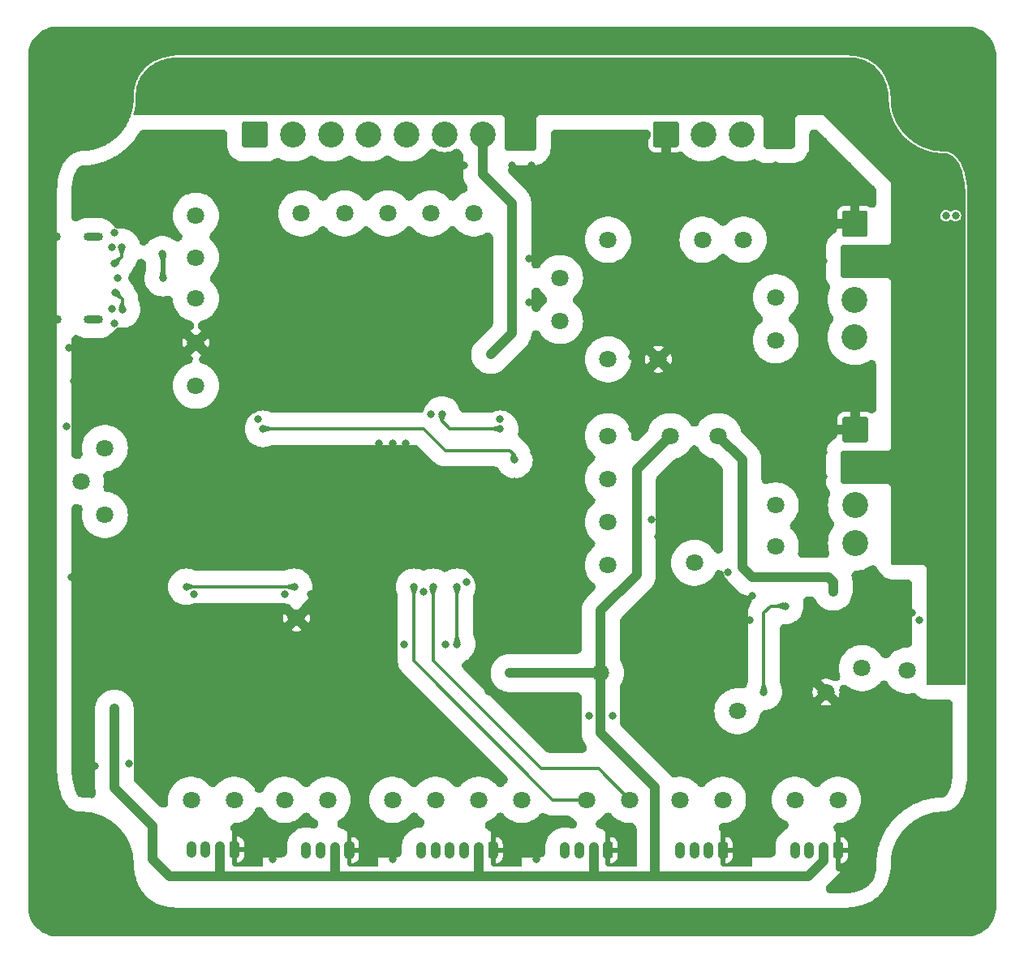
<source format=gbl>
G04 #@! TF.GenerationSoftware,KiCad,Pcbnew,8.0.3+1*
G04 #@! TF.CreationDate,2024-08-22T20:15:40+00:00*
G04 #@! TF.ProjectId,AstraControl,41737472-6143-46f6-9e74-726f6c2e6b69,rev?*
G04 #@! TF.SameCoordinates,Original*
G04 #@! TF.FileFunction,Copper,L4,Bot*
G04 #@! TF.FilePolarity,Positive*
%FSLAX46Y46*%
G04 Gerber Fmt 4.6, Leading zero omitted, Abs format (unit mm)*
G04 Created by KiCad (PCBNEW 8.0.3+1) date 2024-08-22 20:15:40*
%MOMM*%
%LPD*%
G01*
G04 APERTURE LIST*
G04 #@! TA.AperFunction,ComponentPad*
%ADD10C,1.800000*%
G04 #@! TD*
G04 #@! TA.AperFunction,ComponentPad*
%ADD11O,1.030000X1.730000*%
G04 #@! TD*
G04 #@! TA.AperFunction,ComponentPad*
%ADD12C,2.700000*%
G04 #@! TD*
G04 #@! TA.AperFunction,ComponentPad*
%ADD13C,0.800000*%
G04 #@! TD*
G04 #@! TA.AperFunction,ComponentPad*
%ADD14C,11.000000*%
G04 #@! TD*
G04 #@! TA.AperFunction,ComponentPad*
%ADD15O,2.000000X0.900000*%
G04 #@! TD*
G04 #@! TA.AperFunction,ComponentPad*
%ADD16O,1.700000X0.900000*%
G04 #@! TD*
G04 #@! TA.AperFunction,ViaPad*
%ADD17C,0.800000*%
G04 #@! TD*
G04 #@! TA.AperFunction,Conductor*
%ADD18C,1.000000*%
G04 #@! TD*
G04 #@! TA.AperFunction,Conductor*
%ADD19C,0.349300*%
G04 #@! TD*
G04 #@! TA.AperFunction,Conductor*
%ADD20C,0.500000*%
G04 #@! TD*
G04 #@! TA.AperFunction,Conductor*
%ADD21C,0.300000*%
G04 #@! TD*
G04 APERTURE END LIST*
D10*
X173850000Y-82750000D03*
X134750000Y-141250000D03*
X146000000Y-141250000D03*
G04 #@! TA.AperFunction,ComponentPad*
G36*
G01*
X125515000Y-145835000D02*
X125515000Y-147065000D01*
G75*
G02*
X125265000Y-147315000I-250000J0D01*
G01*
X124735000Y-147315000D01*
G75*
G02*
X124485000Y-147065000I0J250000D01*
G01*
X124485000Y-145835000D01*
G75*
G02*
X124735000Y-145585000I250000J0D01*
G01*
X125265000Y-145585000D01*
G75*
G02*
X125515000Y-145835000I0J-250000D01*
G01*
G37*
G04 #@! TD.AperFunction*
D11*
X123500000Y-146450000D03*
X122000000Y-146450000D03*
X120500000Y-146450000D03*
D10*
X190500000Y-127500000D03*
X169250000Y-95239370D03*
X121000000Y-93500000D03*
X164000000Y-95250000D03*
X171500000Y-141250000D03*
X195250000Y-127750000D03*
G04 #@! TA.AperFunction,ComponentPad*
G36*
G01*
X188650001Y-79730000D02*
X190849999Y-79730000D01*
G75*
G02*
X191100000Y-79980001I0J-250001D01*
G01*
X191100000Y-82179999D01*
G75*
G02*
X190849999Y-82430000I-250001J0D01*
G01*
X188650001Y-82430000D01*
G75*
G02*
X188400000Y-82179999I0J250001D01*
G01*
X188400000Y-79980001D01*
G75*
G02*
X188650001Y-79730000I250001J0D01*
G01*
G37*
G04 #@! TD.AperFunction*
D12*
X189750000Y-85040000D03*
X189750000Y-89000000D03*
X189750000Y-92960000D03*
D10*
X173000000Y-116500000D03*
D13*
X104800000Y-68000000D03*
X104800000Y-148000000D03*
X105000000Y-75412623D03*
X105000000Y-88423032D03*
X105000000Y-94928237D03*
X105000000Y-101433441D03*
X105000000Y-107938646D03*
X105000000Y-114566559D03*
X105000000Y-121071763D03*
X105000000Y-127576968D03*
X105000000Y-134082172D03*
X105000000Y-140587377D03*
X106900000Y-64362693D03*
X106900000Y-71637307D03*
X106900000Y-144362693D03*
X106900000Y-151637307D03*
G04 #@! TA.AperFunction,ComponentPad*
G36*
X201668346Y-60502320D02*
G01*
X202002921Y-60540018D01*
X202331172Y-60614939D01*
X202648970Y-60726141D01*
X202952319Y-60872227D01*
X203237404Y-61051358D01*
X203500641Y-61261282D01*
X203738718Y-61499359D01*
X203948642Y-61762596D01*
X204127773Y-62047681D01*
X204273859Y-62351030D01*
X204385061Y-62668828D01*
X204459982Y-62997079D01*
X204497680Y-63331654D01*
X204500000Y-63500000D01*
X204500000Y-152500000D01*
X204497680Y-152668346D01*
X204459982Y-153002921D01*
X204385061Y-153331172D01*
X204273859Y-153648970D01*
X204127773Y-153952319D01*
X203948642Y-154237404D01*
X203738718Y-154500641D01*
X203500641Y-154738718D01*
X203237404Y-154948642D01*
X202952319Y-155127773D01*
X202648970Y-155273859D01*
X202331172Y-155385061D01*
X202002921Y-155459982D01*
X201668346Y-155497680D01*
X201500000Y-155500000D01*
X106499999Y-155500000D01*
X106331653Y-155497680D01*
X105997078Y-155459982D01*
X105668828Y-155385061D01*
X105351030Y-155273859D01*
X105047681Y-155127774D01*
X104762595Y-154948643D01*
X104499359Y-154738719D01*
X104261282Y-154500642D01*
X104051358Y-154237405D01*
X103872227Y-153952320D01*
X103726142Y-153648971D01*
X103614939Y-153331173D01*
X103540018Y-153002923D01*
X103502320Y-152668348D01*
X103500000Y-152500002D01*
X103500000Y-78000000D01*
X106500000Y-78000000D01*
X106500000Y-138000000D01*
X106504883Y-138193359D01*
X106509537Y-138295257D01*
X106516480Y-138415283D01*
X106526169Y-138551788D01*
X106539063Y-138703125D01*
X106555619Y-138867645D01*
X106576294Y-139043701D01*
X106601548Y-139229644D01*
X106631836Y-139423828D01*
X106667618Y-139624603D01*
X106709351Y-139830322D01*
X106757493Y-140039337D01*
X106812500Y-140250000D01*
X106874833Y-140460662D01*
X106944947Y-140669677D01*
X107023301Y-140875396D01*
X107110352Y-141076171D01*
X107206559Y-141270355D01*
X107312378Y-141456298D01*
X107428269Y-141632354D01*
X107554688Y-141796875D01*
X107692093Y-141948211D01*
X107840943Y-142084716D01*
X108001694Y-142204742D01*
X108174805Y-142306640D01*
X108360734Y-142388763D01*
X108559937Y-142449462D01*
X108772873Y-142487091D01*
X109000000Y-142500000D01*
X109227385Y-142502328D01*
X109680603Y-142539883D01*
X110129171Y-142614736D01*
X110570026Y-142726375D01*
X111000156Y-142874039D01*
X111416623Y-143056718D01*
X111816582Y-143273165D01*
X112197301Y-143521902D01*
X112556179Y-143801228D01*
X112890765Y-144109235D01*
X113198772Y-144443821D01*
X113478098Y-144802699D01*
X113726835Y-145183418D01*
X113943282Y-145583377D01*
X114125961Y-145999844D01*
X114273625Y-146429974D01*
X114385264Y-146870829D01*
X114460117Y-147319397D01*
X114497672Y-147772615D01*
X114500000Y-148000000D01*
X114508790Y-148193359D01*
X114517167Y-148295257D01*
X114529664Y-148415283D01*
X114547104Y-148551788D01*
X114570313Y-148703125D01*
X114600113Y-148867645D01*
X114637330Y-149043701D01*
X114682786Y-149229644D01*
X114737305Y-149423828D01*
X114801713Y-149624603D01*
X114876832Y-149830322D01*
X114963486Y-150039337D01*
X115062500Y-150250000D01*
X115174698Y-150460662D01*
X115300904Y-150669677D01*
X115441941Y-150875396D01*
X115598633Y-151076171D01*
X115771805Y-151270355D01*
X115962281Y-151456298D01*
X116170884Y-151632354D01*
X116398438Y-151796875D01*
X116645768Y-151948211D01*
X116913697Y-152084716D01*
X117203049Y-152204742D01*
X117514649Y-152306640D01*
X117849320Y-152388763D01*
X118207886Y-152449462D01*
X118591172Y-152487091D01*
X119000000Y-152500000D01*
X189000000Y-152500000D01*
X189193359Y-152491210D01*
X189295257Y-152482833D01*
X189415283Y-152470336D01*
X189551788Y-152452896D01*
X189703125Y-152429687D01*
X189867645Y-152399887D01*
X190043701Y-152362670D01*
X190229644Y-152317214D01*
X190423828Y-152262695D01*
X190624603Y-152198287D01*
X190830322Y-152123168D01*
X191039337Y-152036514D01*
X191250000Y-151937500D01*
X191460662Y-151825302D01*
X191669677Y-151699096D01*
X191875396Y-151558059D01*
X192076171Y-151401367D01*
X192270355Y-151228195D01*
X192456298Y-151037719D01*
X192632354Y-150829116D01*
X192796875Y-150601562D01*
X192948211Y-150354232D01*
X193084716Y-150086303D01*
X193204742Y-149796951D01*
X193306640Y-149485351D01*
X193388763Y-149150680D01*
X193449462Y-148792114D01*
X193487091Y-148408828D01*
X193500000Y-148000000D01*
X193502328Y-147772615D01*
X193539883Y-147319397D01*
X193614735Y-146870829D01*
X193726375Y-146429974D01*
X193874039Y-145999844D01*
X194056718Y-145583377D01*
X194273165Y-145183418D01*
X194521901Y-144802699D01*
X194801227Y-144443821D01*
X195109235Y-144109235D01*
X195443821Y-143801227D01*
X195802699Y-143521901D01*
X196183418Y-143273165D01*
X196583377Y-143056718D01*
X196999844Y-142874039D01*
X197429974Y-142726375D01*
X197870829Y-142614735D01*
X198319397Y-142539883D01*
X198772615Y-142502328D01*
X199000000Y-142500000D01*
X199164031Y-142482833D01*
X199306549Y-142452896D01*
X199482025Y-142399887D01*
X199579833Y-142362670D01*
X199683135Y-142317214D01*
X199791015Y-142262695D01*
X199902557Y-142198287D01*
X200016845Y-142123168D01*
X200132965Y-142036514D01*
X200250000Y-141937500D01*
X200367034Y-141825302D01*
X200483154Y-141699096D01*
X200597442Y-141558059D01*
X200708984Y-141401367D01*
X200816864Y-141228195D01*
X200920166Y-141037719D01*
X201017974Y-140829116D01*
X201109375Y-140601562D01*
X201193450Y-140354232D01*
X201269287Y-140086303D01*
X201335968Y-139796951D01*
X201392578Y-139485351D01*
X201438201Y-139150680D01*
X201471923Y-138792114D01*
X201492828Y-138408828D01*
X201500000Y-138000000D01*
X201500000Y-78000000D01*
X201495117Y-77806641D01*
X201490463Y-77704743D01*
X201483520Y-77584717D01*
X201473831Y-77448212D01*
X201460937Y-77296875D01*
X201444381Y-77132355D01*
X201423706Y-76956299D01*
X201398452Y-76770356D01*
X201368164Y-76576172D01*
X201332382Y-76375397D01*
X201290649Y-76169678D01*
X201242507Y-75960663D01*
X201187500Y-75750000D01*
X201125167Y-75539338D01*
X201055053Y-75330323D01*
X200976699Y-75124604D01*
X200889648Y-74923829D01*
X200793441Y-74729645D01*
X200687622Y-74543702D01*
X200571731Y-74367646D01*
X200445312Y-74203125D01*
X200307907Y-74051789D01*
X200159057Y-73915284D01*
X199998306Y-73795258D01*
X199825195Y-73693360D01*
X199639266Y-73611237D01*
X199440063Y-73550538D01*
X199227127Y-73512909D01*
X199000000Y-73500000D01*
X198772615Y-73497672D01*
X198319397Y-73460117D01*
X197870829Y-73385265D01*
X197429974Y-73273625D01*
X196999844Y-73125961D01*
X196583377Y-72943282D01*
X196183418Y-72726835D01*
X195802699Y-72478099D01*
X195443821Y-72198773D01*
X195109235Y-71890765D01*
X194801227Y-71556179D01*
X194521901Y-71197301D01*
X194273165Y-70816582D01*
X194056718Y-70416623D01*
X193874039Y-70000156D01*
X193726375Y-69570026D01*
X193614735Y-69129171D01*
X193539883Y-68680603D01*
X193502328Y-68227385D01*
X193500000Y-68000000D01*
X193491210Y-67806641D01*
X193482833Y-67704743D01*
X193470336Y-67584717D01*
X193452896Y-67448212D01*
X193429687Y-67296875D01*
X193399887Y-67132355D01*
X193362670Y-66956299D01*
X193317214Y-66770356D01*
X193262695Y-66576172D01*
X193198287Y-66375397D01*
X193123168Y-66169678D01*
X193036514Y-65960663D01*
X192937500Y-65750000D01*
X192825302Y-65539338D01*
X192699096Y-65330323D01*
X192558059Y-65124604D01*
X192401367Y-64923829D01*
X192228195Y-64729645D01*
X192037719Y-64543702D01*
X191829116Y-64367646D01*
X191601562Y-64203125D01*
X191354232Y-64051789D01*
X191086303Y-63915284D01*
X190796951Y-63795258D01*
X190485351Y-63693360D01*
X190150680Y-63611237D01*
X189792114Y-63550538D01*
X189408828Y-63512909D01*
X189000000Y-63500000D01*
X119000000Y-63500000D01*
X118806641Y-63508790D01*
X118704743Y-63517167D01*
X118584717Y-63529664D01*
X118448212Y-63547104D01*
X118296875Y-63570313D01*
X118132355Y-63600113D01*
X117956299Y-63637330D01*
X117770356Y-63682786D01*
X117576172Y-63737305D01*
X117375397Y-63801713D01*
X117169678Y-63876832D01*
X116960663Y-63963486D01*
X116750000Y-64062500D01*
X116539338Y-64174698D01*
X116330323Y-64300904D01*
X116124604Y-64441941D01*
X115923829Y-64598633D01*
X115729645Y-64771805D01*
X115543702Y-64962281D01*
X115367646Y-65170884D01*
X115203125Y-65398438D01*
X115051789Y-65645768D01*
X114915284Y-65913697D01*
X114795258Y-66203049D01*
X114693360Y-66514649D01*
X114611237Y-66849320D01*
X114550538Y-67207886D01*
X114512909Y-67591172D01*
X114500000Y-68000000D01*
X114497672Y-68227385D01*
X114482629Y-68408908D01*
X114480186Y-68466433D01*
X114473603Y-68517835D01*
X114460117Y-68680603D01*
X114428496Y-68870090D01*
X114420888Y-68929505D01*
X114410674Y-68976897D01*
X114385264Y-69129171D01*
X114335526Y-69325579D01*
X114322531Y-69385879D01*
X114309388Y-69428794D01*
X114273625Y-69570026D01*
X114204258Y-69772079D01*
X114185826Y-69832269D01*
X114170516Y-69870368D01*
X114125961Y-70000156D01*
X114035430Y-70206542D01*
X114011757Y-70265457D01*
X113995077Y-70298538D01*
X113943282Y-70416623D01*
X113830004Y-70625942D01*
X113801578Y-70682322D01*
X113784357Y-70710290D01*
X113726835Y-70816582D01*
X113589192Y-71027257D01*
X113556803Y-71079861D01*
X113539849Y-71102784D01*
X113478098Y-71197301D01*
X113314309Y-71407735D01*
X113279197Y-71455210D01*
X113263301Y-71473271D01*
X113198772Y-71556179D01*
X113006751Y-71764769D01*
X112970759Y-71805664D01*
X112956714Y-71819125D01*
X112890765Y-71890765D01*
X112668035Y-72095800D01*
X112633711Y-72128698D01*
X112622212Y-72137982D01*
X112556179Y-72198772D01*
X112299545Y-72398516D01*
X112270482Y-72421984D01*
X112262229Y-72427561D01*
X112197301Y-72478098D01*
X111902305Y-72670828D01*
X111883690Y-72683410D01*
X111879254Y-72685887D01*
X111816582Y-72726835D01*
X111476664Y-72910788D01*
X111476121Y-72911092D01*
X111476019Y-72911137D01*
X111416623Y-72943282D01*
X111000156Y-73125961D01*
X110570026Y-73273625D01*
X110129171Y-73385264D01*
X109680603Y-73460117D01*
X109227385Y-73497672D01*
X109000000Y-73500000D01*
X108835969Y-73517167D01*
X108693451Y-73547104D01*
X108517975Y-73600113D01*
X108420167Y-73637330D01*
X108316865Y-73682786D01*
X108208985Y-73737305D01*
X108097443Y-73801713D01*
X107983155Y-73876832D01*
X107867035Y-73963486D01*
X107750000Y-74062500D01*
X107632966Y-74174698D01*
X107516846Y-74300904D01*
X107402558Y-74441941D01*
X107291016Y-74598633D01*
X107183136Y-74771805D01*
X107079834Y-74962281D01*
X106982026Y-75170884D01*
X106890625Y-75398438D01*
X106806550Y-75645768D01*
X106730713Y-75913697D01*
X106664032Y-76203049D01*
X106607422Y-76514649D01*
X106561799Y-76849320D01*
X106528077Y-77207886D01*
X106507172Y-77591172D01*
X106500000Y-78000000D01*
X103500000Y-78000000D01*
X103500000Y-63500262D01*
X103502232Y-63331896D01*
X103539934Y-62997282D01*
X103614864Y-62668993D01*
X103726079Y-62351158D01*
X103872182Y-62047773D01*
X104051333Y-61762654D01*
X104261282Y-61499387D01*
X104499387Y-61261282D01*
X104762654Y-61051333D01*
X105047773Y-60872182D01*
X105351158Y-60726079D01*
X105668993Y-60614864D01*
X105997282Y-60539934D01*
X106331896Y-60502232D01*
X106500262Y-60500000D01*
X201500000Y-60500000D01*
X201668346Y-60502320D01*
G37*
G04 #@! TD.AperFunction*
D14*
X109000000Y-148000000D03*
D13*
X111100000Y-64362693D03*
X111100000Y-71637307D03*
X111100000Y-144362693D03*
X111100000Y-151637307D03*
X111746900Y-154000000D03*
X111746901Y-62000000D03*
X113200000Y-68000000D03*
X113200000Y-148000000D03*
X118252105Y-62000000D03*
X118252105Y-154000000D03*
X124757309Y-154000000D03*
X124757310Y-62000000D03*
X131262514Y-62000000D03*
X131262514Y-154000000D03*
X137767718Y-154000000D03*
X137767719Y-62000000D03*
X144272923Y-62000000D03*
X144272923Y-154000000D03*
X150778127Y-62000000D03*
X150900836Y-154000000D03*
X157283332Y-62000000D03*
X157406040Y-154000000D03*
X163788536Y-62000000D03*
X163911245Y-154000000D03*
X170293741Y-62000000D03*
X170416449Y-154000000D03*
X176798945Y-62000000D03*
X176921654Y-154000000D03*
X183304150Y-62000000D03*
X183304150Y-154000000D03*
X189809354Y-62000000D03*
X189809354Y-154000000D03*
X194800000Y-68000000D03*
X194800000Y-148000000D03*
X196314559Y-62000000D03*
X196314559Y-154000000D03*
X196900000Y-64362693D03*
X196900000Y-71637307D03*
X196900000Y-144362693D03*
X196900000Y-151637307D03*
D14*
X199000000Y-68000000D03*
X199000000Y-148000000D03*
D13*
X201100000Y-64362693D03*
X201100000Y-71637307D03*
X201100000Y-144362693D03*
X201100000Y-151637307D03*
X203000000Y-75473977D03*
X203000000Y-81979182D03*
X203000000Y-88484386D03*
X203000000Y-94989591D03*
X203000000Y-101494795D03*
X203000000Y-108000000D03*
X203000000Y-114627913D03*
X203000000Y-121133117D03*
X203000000Y-127638322D03*
X203000000Y-134143526D03*
X203000000Y-140648731D03*
X203200000Y-68000000D03*
X203200000Y-148000000D03*
D10*
X164000000Y-112250000D03*
X164000000Y-107750000D03*
X109000000Y-108000000D03*
X111500000Y-104500000D03*
X177500000Y-132000000D03*
X125000000Y-141250000D03*
X181500000Y-114750000D03*
X141000000Y-80000000D03*
G04 #@! TA.AperFunction,ComponentPad*
G36*
G01*
X164515000Y-145885000D02*
X164515000Y-147115000D01*
G75*
G02*
X164265000Y-147365000I-250000J0D01*
G01*
X163735000Y-147365000D01*
G75*
G02*
X163485000Y-147115000I0J250000D01*
G01*
X163485000Y-145885000D01*
G75*
G02*
X163735000Y-145635000I250000J0D01*
G01*
X164265000Y-145635000D01*
G75*
G02*
X164515000Y-145885000I0J-250000D01*
G01*
G37*
G04 #@! TD.AperFunction*
D11*
X162500000Y-146500000D03*
X161000000Y-146500000D03*
X159500000Y-146500000D03*
D10*
X145500000Y-80000000D03*
G04 #@! TA.AperFunction,ComponentPad*
G36*
G01*
X137515000Y-145885000D02*
X137515000Y-147115000D01*
G75*
G02*
X137265000Y-147365000I-250000J0D01*
G01*
X136735000Y-147365000D01*
G75*
G02*
X136485000Y-147115000I0J250000D01*
G01*
X136485000Y-145885000D01*
G75*
G02*
X136735000Y-145635000I250000J0D01*
G01*
X137265000Y-145635000D01*
G75*
G02*
X137515000Y-145885000I0J-250000D01*
G01*
G37*
G04 #@! TD.AperFunction*
D11*
X135500000Y-146500000D03*
X134000000Y-146500000D03*
X132500000Y-146500000D03*
D10*
X164000000Y-82750000D03*
X121000000Y-88900000D03*
X181500000Y-88750000D03*
X178150000Y-82750000D03*
G04 #@! TA.AperFunction,ComponentPad*
G36*
G01*
X188515000Y-145885000D02*
X188515000Y-147115000D01*
G75*
G02*
X188265000Y-147365000I-250000J0D01*
G01*
X187735000Y-147365000D01*
G75*
G02*
X187485000Y-147115000I0J250000D01*
G01*
X187485000Y-145885000D01*
G75*
G02*
X187735000Y-145635000I250000J0D01*
G01*
X188265000Y-145635000D01*
G75*
G02*
X188515000Y-145885000I0J-250000D01*
G01*
G37*
G04 #@! TD.AperFunction*
D11*
X186500000Y-146500000D03*
X185000000Y-146500000D03*
X183500000Y-146500000D03*
G04 #@! TA.AperFunction,ComponentPad*
G36*
G01*
X188700001Y-101230000D02*
X190899999Y-101230000D01*
G75*
G02*
X191150000Y-101480001I0J-250001D01*
G01*
X191150000Y-103679999D01*
G75*
G02*
X190899999Y-103930000I-250001J0D01*
G01*
X188700001Y-103930000D01*
G75*
G02*
X188450000Y-103679999I0J250001D01*
G01*
X188450000Y-101480001D01*
G75*
G02*
X188700001Y-101230000I250001J0D01*
G01*
G37*
G04 #@! TD.AperFunction*
D12*
X189800000Y-106540000D03*
X189800000Y-110500000D03*
X189800000Y-114460000D03*
G04 #@! TA.AperFunction,ComponentPad*
G36*
G01*
X125791666Y-72849999D02*
X125791666Y-70650001D01*
G75*
G02*
X126041667Y-70400000I250001J0D01*
G01*
X128241665Y-70400000D01*
G75*
G02*
X128491666Y-70650001I0J-250001D01*
G01*
X128491666Y-72849999D01*
G75*
G02*
X128241665Y-73100000I-250001J0D01*
G01*
X126041667Y-73100000D01*
G75*
G02*
X125791666Y-72849999I0J250001D01*
G01*
G37*
G04 #@! TD.AperFunction*
X131101666Y-71750000D03*
X135061666Y-71750000D03*
X139021666Y-71750000D03*
X142981666Y-71750000D03*
X146941666Y-71750000D03*
X150901666Y-71750000D03*
X154861666Y-71750000D03*
D10*
X121000000Y-80250000D03*
X121000000Y-84598586D03*
X164000000Y-116750000D03*
X163250000Y-128000000D03*
X181500000Y-110500000D03*
X175500000Y-103250000D03*
X131500000Y-122250000D03*
X130250000Y-141250000D03*
G04 #@! TA.AperFunction,ComponentPad*
G36*
G01*
X168690000Y-72849999D02*
X168690000Y-70650001D01*
G75*
G02*
X168940001Y-70400000I250001J0D01*
G01*
X171139999Y-70400000D01*
G75*
G02*
X171390000Y-70650001I0J-250001D01*
G01*
X171390000Y-72849999D01*
G75*
G02*
X171139999Y-73100000I-250001J0D01*
G01*
X168940001Y-73100000D01*
G75*
G02*
X168690000Y-72849999I0J250001D01*
G01*
G37*
G04 #@! TD.AperFunction*
D12*
X174000000Y-71750000D03*
X177960000Y-71750000D03*
X181920000Y-71750000D03*
D10*
X111500000Y-111500000D03*
G04 #@! TA.AperFunction,ComponentPad*
G36*
G01*
X176523334Y-145885000D02*
X176523334Y-147115000D01*
G75*
G02*
X176273334Y-147365000I-250000J0D01*
G01*
X175743334Y-147365000D01*
G75*
G02*
X175493334Y-147115000I0J250000D01*
G01*
X175493334Y-145885000D01*
G75*
G02*
X175743334Y-145635000I250000J0D01*
G01*
X176273334Y-145635000D01*
G75*
G02*
X176523334Y-145885000I0J-250000D01*
G01*
G37*
G04 #@! TD.AperFunction*
D11*
X174508334Y-146500000D03*
X173008334Y-146500000D03*
X171508334Y-146500000D03*
D10*
X159000000Y-91250000D03*
X164000000Y-103250000D03*
X150000000Y-80000000D03*
X150500000Y-141250000D03*
X166250000Y-141250000D03*
X121000000Y-98000000D03*
X120500000Y-141250000D03*
G04 #@! TA.AperFunction,ComponentPad*
G36*
G01*
X152515000Y-145885000D02*
X152515000Y-147115000D01*
G75*
G02*
X152265000Y-147365000I-250000J0D01*
G01*
X151735000Y-147365000D01*
G75*
G02*
X151485000Y-147115000I0J250000D01*
G01*
X151485000Y-145885000D01*
G75*
G02*
X151735000Y-145635000I250000J0D01*
G01*
X152265000Y-145635000D01*
G75*
G02*
X152515000Y-145885000I0J-250000D01*
G01*
G37*
G04 #@! TD.AperFunction*
D11*
X150500000Y-146500000D03*
X149000000Y-146500000D03*
X147500000Y-146500000D03*
X146000000Y-146500000D03*
X144500000Y-146500000D03*
D10*
X176000000Y-141250000D03*
X186750000Y-130000000D03*
X159000000Y-86750000D03*
X188000000Y-141250000D03*
X161750000Y-141250000D03*
X136500000Y-80000000D03*
X183500000Y-141250000D03*
X181500000Y-93250000D03*
X170500000Y-103250000D03*
X132000000Y-80000000D03*
X155000000Y-141250000D03*
X141500000Y-141250000D03*
D15*
X110290000Y-82427000D03*
D16*
X106100000Y-82427000D03*
D15*
X110290000Y-91077000D03*
D16*
X106110000Y-91077000D03*
D17*
X107750000Y-94000000D03*
X166500000Y-97473483D03*
X174000000Y-93750000D03*
X132000000Y-86500000D03*
X120200000Y-103600000D03*
X199250000Y-80250000D03*
X166500000Y-77473483D03*
X114500000Y-122000000D03*
X186500000Y-84973483D03*
X130250000Y-88250000D03*
X134000000Y-87473483D03*
X111500000Y-97473483D03*
X144000000Y-112473483D03*
X181500000Y-79973483D03*
X136500000Y-112473483D03*
X127250000Y-84250000D03*
X179000000Y-144973483D03*
X191500000Y-99973483D03*
X141500000Y-147473483D03*
X191500000Y-77473483D03*
X124000000Y-99973483D03*
X173750000Y-126000000D03*
X113750000Y-106250000D03*
X133000000Y-119750000D03*
X118250000Y-93000000D03*
X116500000Y-122473483D03*
X125510000Y-129010000D03*
X161500000Y-84973483D03*
X186500000Y-72473483D03*
X164500000Y-132500000D03*
X150000000Y-97500000D03*
X117600000Y-101800000D03*
X156500000Y-144973483D03*
X186500000Y-107473483D03*
X164000000Y-74973483D03*
X134000000Y-112473483D03*
X174000000Y-97500000D03*
X129000000Y-147473483D03*
X181500000Y-74973483D03*
X116500000Y-117473483D03*
X114000000Y-124973483D03*
X184000000Y-82473483D03*
X136500000Y-114500000D03*
X141500000Y-114500000D03*
X112500000Y-75000000D03*
X176500000Y-93750000D03*
X160250000Y-101500000D03*
X116750000Y-94000000D03*
X173480000Y-79750000D03*
X186500000Y-97473483D03*
X184000000Y-77473483D03*
X164000000Y-72473483D03*
X187000000Y-127000000D03*
X156500000Y-147473483D03*
X152750000Y-101500000D03*
X189000000Y-74973483D03*
X149000000Y-109973483D03*
X123250000Y-72000000D03*
X155750000Y-84750000D03*
X159000000Y-72473483D03*
X128750000Y-78500000D03*
X166500000Y-87473483D03*
X112500000Y-78250000D03*
X149220000Y-118470000D03*
X123250000Y-91500000D03*
X132000000Y-92250000D03*
X130250000Y-119774650D03*
X116750000Y-95750000D03*
X120750000Y-119774650D03*
X181000000Y-138500000D03*
X191500000Y-119973483D03*
X127500000Y-101500000D03*
X117500000Y-104500000D03*
X115000000Y-72750000D03*
X144925000Y-132075000D03*
X159250000Y-114000000D03*
X176500000Y-97500000D03*
X191500000Y-117473483D03*
X161500000Y-77473483D03*
X114500000Y-78250000D03*
X117500000Y-111500000D03*
X138750000Y-105200000D03*
X146500000Y-112473483D03*
X156500000Y-77473483D03*
X190500000Y-122500000D03*
X169000000Y-98000000D03*
X156250000Y-104973483D03*
X173250000Y-100000000D03*
X149000000Y-107473483D03*
X186500000Y-99973483D03*
X110500000Y-137750000D03*
X129000000Y-144973483D03*
X161500000Y-92473483D03*
X118250000Y-95750000D03*
X179000000Y-87473483D03*
X137250000Y-143000000D03*
X182750000Y-126250000D03*
X134000000Y-104973483D03*
X142900000Y-109000000D03*
X172250000Y-106250000D03*
X200250000Y-80250000D03*
X111500000Y-118000000D03*
X124000000Y-77473483D03*
X154250000Y-117250000D03*
X129000000Y-82473483D03*
X186500000Y-87473483D03*
X118250000Y-90000000D03*
X146500000Y-107473483D03*
X188250000Y-135250000D03*
X188500000Y-133916339D03*
X116250000Y-78250000D03*
X154250000Y-107962500D03*
X184000000Y-134973483D03*
X115250000Y-113750000D03*
X156000000Y-75000000D03*
X141500000Y-144973483D03*
X176500000Y-92473483D03*
X167500000Y-85500000D03*
X192250000Y-136000000D03*
X116500000Y-102473483D03*
X134000000Y-109973483D03*
X144000000Y-105200000D03*
X115000000Y-97500000D03*
X166500000Y-92473483D03*
X112200000Y-83500000D03*
X144000000Y-114500000D03*
X191500000Y-97473483D03*
X186500000Y-74973483D03*
X141500000Y-104000000D03*
X169000000Y-122473483D03*
X184000000Y-87473483D03*
X169000000Y-74973483D03*
X134250000Y-94250000D03*
X109250000Y-78250000D03*
X178470000Y-79750000D03*
X141500000Y-109000000D03*
X171500000Y-122473483D03*
X169400000Y-92000000D03*
X141500000Y-112473483D03*
X110500000Y-78250000D03*
X130250000Y-90500000D03*
X156250000Y-107473483D03*
X140100000Y-104000000D03*
X176500000Y-89973483D03*
X175500000Y-121500000D03*
X138750000Y-108000000D03*
X127750000Y-95250000D03*
X118250000Y-113750000D03*
X137500000Y-140250000D03*
X169250000Y-113750000D03*
X169000000Y-77473483D03*
X112500000Y-82000000D03*
X173000000Y-110000000D03*
X178750000Y-122473483D03*
X144000000Y-106600000D03*
X175000000Y-119973483D03*
X161500000Y-97473483D03*
X151500000Y-129973483D03*
X174000000Y-121250000D03*
X149000000Y-74973483D03*
X154000000Y-74973483D03*
X136500000Y-104973483D03*
X146500000Y-109973483D03*
X159000000Y-74973483D03*
X127000000Y-129500000D03*
X164000000Y-77473483D03*
X147000000Y-125000000D03*
X186500000Y-77473483D03*
X186500000Y-102473483D03*
X111500000Y-124973483D03*
X125250000Y-81750000D03*
X129000000Y-84973483D03*
X173750000Y-113500000D03*
X184000000Y-102473483D03*
X184000000Y-107473483D03*
X184500000Y-126000000D03*
X166500000Y-123500000D03*
X140100000Y-109000000D03*
X122250000Y-77473483D03*
X184000000Y-97473483D03*
X159000000Y-98500000D03*
X115250000Y-94000000D03*
X179000000Y-119973483D03*
X118250000Y-91500000D03*
X134000000Y-89973483D03*
X142900000Y-104000000D03*
X167500000Y-84250000D03*
X184000000Y-127500000D03*
X198500000Y-137750000D03*
X134000000Y-92473483D03*
X161500000Y-74973483D03*
X146500000Y-97473483D03*
X146500000Y-114500000D03*
X155750000Y-89250000D03*
X123000000Y-82250000D03*
X134250000Y-82000000D03*
X114000000Y-102473483D03*
X126750000Y-87250000D03*
X109000000Y-123500000D03*
X186500000Y-104973483D03*
X149000000Y-114500000D03*
X161500000Y-72473483D03*
X166500000Y-132500000D03*
X176500000Y-119973483D03*
X184000000Y-99973483D03*
X171500000Y-92473483D03*
X169000000Y-132473483D03*
X195250000Y-141500000D03*
X142750000Y-125000000D03*
X179500000Y-103000000D03*
X171500000Y-77473483D03*
X138500000Y-86750000D03*
X184000000Y-129250000D03*
X182750000Y-125250000D03*
X166500000Y-147473483D03*
X139000000Y-114500000D03*
X134000000Y-114500000D03*
X139000000Y-143000000D03*
X184500000Y-133750000D03*
X184000000Y-84973483D03*
X184000000Y-104973483D03*
X189000000Y-97473483D03*
X108500000Y-122000000D03*
X112200000Y-90000000D03*
X186500000Y-79973483D03*
X171500000Y-97473483D03*
X184500000Y-132500000D03*
X138750000Y-106600000D03*
X118200000Y-103000000D03*
X116750000Y-119973483D03*
X144750000Y-119500000D03*
X190500000Y-138750000D03*
X181500000Y-77473483D03*
X136500000Y-107473483D03*
X112500000Y-91500000D03*
X171500000Y-74973483D03*
X186500000Y-112473483D03*
X179500000Y-137250000D03*
X174000000Y-92473483D03*
X181500000Y-84973483D03*
X166500000Y-98750000D03*
X156250000Y-103000000D03*
X151000000Y-97250000D03*
X112800000Y-86750000D03*
X115000000Y-118000000D03*
X149000000Y-112473483D03*
X114000000Y-137473483D03*
X134000000Y-107473483D03*
X109500000Y-137750000D03*
X162000000Y-132500000D03*
X159000000Y-77473483D03*
X138750000Y-82000000D03*
X116750000Y-97500000D03*
X176500000Y-117473483D03*
X173750000Y-106250000D03*
X110250000Y-124250000D03*
X122750000Y-139000000D03*
X196500000Y-122500000D03*
X166750000Y-90750000D03*
X145500000Y-101000000D03*
X107500000Y-102250000D03*
X171000000Y-120000000D03*
X179000000Y-142473483D03*
X113500000Y-113750000D03*
X139000000Y-112473483D03*
X194000000Y-119250000D03*
X166500000Y-74973483D03*
X184500000Y-131250000D03*
X173250000Y-101250000D03*
X189000000Y-99973483D03*
X116500000Y-82250000D03*
X166500000Y-144973483D03*
X108000000Y-118000000D03*
X166500000Y-94973483D03*
X179500000Y-97500000D03*
X199000000Y-132473483D03*
X184000000Y-112473483D03*
X186500000Y-82473483D03*
X182500000Y-82500000D03*
X108250000Y-97500000D03*
X144000000Y-108000000D03*
X126500000Y-77473483D03*
X114500000Y-75250000D03*
X123750000Y-95250000D03*
X116250000Y-80500000D03*
X195750000Y-121750000D03*
X184000000Y-79973483D03*
X136500000Y-109973483D03*
X197500000Y-137750000D03*
X128250000Y-134500000D03*
X166500000Y-102473483D03*
X168500000Y-112000000D03*
X116500000Y-139973483D03*
X112500000Y-131750000D03*
X151750000Y-94750000D03*
X154000000Y-81750000D03*
X158000000Y-128000000D03*
X153750000Y-128000000D03*
X187500000Y-118500000D03*
X187500000Y-119500000D03*
X182500000Y-121000000D03*
X180250000Y-130000000D03*
X117500000Y-84250000D03*
X117550000Y-86770000D03*
X143750000Y-119000000D03*
X145750000Y-119000000D03*
X152750000Y-102500000D03*
X146680000Y-101000000D03*
X120000000Y-119000000D03*
X131250000Y-119000000D03*
X154250000Y-105750000D03*
X128000000Y-102500000D03*
X112600000Y-88250000D03*
X113300000Y-90050000D03*
X112518790Y-85250000D03*
X113250000Y-83500000D03*
X148250000Y-125000000D03*
X148250000Y-119000000D03*
D18*
X118250000Y-149250000D02*
X116500000Y-147500000D01*
X116500000Y-144000000D02*
X112500000Y-140000000D01*
X154000000Y-81750000D02*
X154000000Y-92500000D01*
X150500000Y-149250000D02*
X150500000Y-146500000D01*
X163250000Y-128000000D02*
X158000000Y-128000000D01*
X116500000Y-147500000D02*
X116500000Y-144000000D01*
X154000000Y-81750000D02*
X154000000Y-79000000D01*
X184915000Y-149250000D02*
X186500000Y-147665000D01*
X123500000Y-149250000D02*
X123500000Y-146450000D01*
X135500000Y-149250000D02*
X150500000Y-149250000D01*
X135500000Y-146500000D02*
X135500000Y-149250000D01*
X150901666Y-75901666D02*
X150901666Y-71750000D01*
X163250000Y-121505635D02*
X167000000Y-117755635D01*
X162500000Y-149250000D02*
X162500000Y-146500000D01*
X186500000Y-147665000D02*
X186500000Y-146500000D01*
X167000000Y-106750000D02*
X170500000Y-103250000D01*
X135500000Y-149250000D02*
X123500000Y-149250000D01*
X158000000Y-128000000D02*
X153750000Y-128000000D01*
X123500000Y-149250000D02*
X118250000Y-149250000D01*
X163250000Y-128000000D02*
X163250000Y-134250000D01*
X163250000Y-128000000D02*
X163250000Y-121505635D01*
X162500000Y-149250000D02*
X150500000Y-149250000D01*
X154000000Y-79000000D02*
X150901666Y-75901666D01*
X168900000Y-149250000D02*
X184915000Y-149250000D01*
X168900000Y-139900000D02*
X168900000Y-149250000D01*
X163250000Y-134250000D02*
X168900000Y-139900000D01*
X154000000Y-92500000D02*
X151750000Y-94750000D01*
X167000000Y-117755635D02*
X167000000Y-106750000D01*
X112500000Y-140000000D02*
X112500000Y-131750000D01*
X168900000Y-149250000D02*
X162500000Y-149250000D01*
X187500000Y-118500000D02*
X187000000Y-118000000D01*
X187500000Y-119500000D02*
X187500000Y-118500000D01*
X178000000Y-105750000D02*
X175500000Y-103250000D01*
X178000000Y-117000000D02*
X178000000Y-105750000D01*
X187000000Y-118000000D02*
X179000000Y-118000000D01*
X179000000Y-118000000D02*
X178000000Y-117000000D01*
D19*
X182500000Y-121000000D02*
X181000000Y-121000000D01*
X180250000Y-121750000D02*
X180250000Y-130000000D01*
X181000000Y-121000000D02*
X180250000Y-121750000D01*
D20*
X117500000Y-84250000D02*
X117550000Y-84300000D01*
X117550000Y-84300000D02*
X117550000Y-86770000D01*
D19*
X161750000Y-141250000D02*
X158250000Y-141250000D01*
X143750000Y-126750000D02*
X143750000Y-119000000D01*
X158250000Y-141250000D02*
X143750000Y-126750000D01*
X157000000Y-138000000D02*
X145750000Y-126750000D01*
X166250000Y-141250000D02*
X163000000Y-138000000D01*
X163000000Y-138000000D02*
X157000000Y-138000000D01*
X145750000Y-126750000D02*
X145750000Y-119000000D01*
X147500000Y-102500000D02*
X152750000Y-102500000D01*
X146680000Y-101000000D02*
X146680000Y-101680000D01*
X146680000Y-101680000D02*
X147500000Y-102500000D01*
X131250000Y-119000000D02*
X120000000Y-119000000D01*
X153750000Y-104750000D02*
X147000000Y-104750000D01*
X154250000Y-105250000D02*
X153750000Y-104750000D01*
X144750000Y-102500000D02*
X128000000Y-102500000D01*
X147000000Y-104750000D02*
X144750000Y-102500000D01*
X154250000Y-105750000D02*
X154250000Y-105250000D01*
D21*
X113300000Y-90050000D02*
X113300000Y-90099997D01*
X112600000Y-88250000D02*
X113300000Y-88950000D01*
X113300000Y-90099997D02*
X113200003Y-90000000D01*
X112600000Y-88300000D02*
X112600000Y-88250000D01*
X113300000Y-88950000D02*
X113300000Y-90050000D01*
X112600000Y-88300000D02*
X112600000Y-88300000D01*
X113250000Y-83500000D02*
X113250000Y-84516000D01*
X113250000Y-84516000D02*
X112500000Y-85266000D01*
D19*
X148250000Y-119000000D02*
X148250000Y-125000000D01*
G04 #@! TA.AperFunction,Conductor*
G36*
X188998707Y-63705561D02*
G01*
X189391445Y-63717962D01*
X189399587Y-63718489D01*
X189760597Y-63753931D01*
X189769159Y-63755075D01*
X190104547Y-63811850D01*
X190113371Y-63813678D01*
X190392411Y-63882150D01*
X190424308Y-63889977D01*
X190433300Y-63892546D01*
X190720990Y-63986625D01*
X190729941Y-63989939D01*
X190995692Y-64100175D01*
X191004456Y-64104218D01*
X191249497Y-64229062D01*
X191257921Y-64233776D01*
X191483514Y-64371811D01*
X191491441Y-64377091D01*
X191698691Y-64526933D01*
X191706015Y-64532658D01*
X191896065Y-64693055D01*
X191902699Y-64699079D01*
X192076495Y-64868740D01*
X192082421Y-64874939D01*
X192240795Y-65052529D01*
X192246004Y-65058770D01*
X192389799Y-65243020D01*
X192394313Y-65249187D01*
X192444794Y-65322819D01*
X192524220Y-65438672D01*
X192528097Y-65444693D01*
X192644799Y-65637967D01*
X192648094Y-65643772D01*
X192752245Y-65839326D01*
X192755022Y-65844870D01*
X192847286Y-66041171D01*
X192849610Y-66046428D01*
X192930621Y-66241832D01*
X192932552Y-66246789D01*
X193003010Y-66439743D01*
X193004606Y-66444397D01*
X193065170Y-66633189D01*
X193066481Y-66637549D01*
X193117848Y-66820505D01*
X193118917Y-66824577D01*
X193161817Y-67000067D01*
X193162683Y-67003867D01*
X193197832Y-67170139D01*
X193198528Y-67173684D01*
X193226690Y-67329162D01*
X193227242Y-67332466D01*
X193249144Y-67475280D01*
X193249577Y-67478363D01*
X193266005Y-67606950D01*
X193266338Y-67609822D01*
X193278065Y-67722451D01*
X193278315Y-67725134D01*
X193285905Y-67817465D01*
X193286194Y-67821992D01*
X193294448Y-68003530D01*
X193294570Y-68007892D01*
X193296839Y-68229504D01*
X193297529Y-68244338D01*
X193297530Y-68244355D01*
X193304917Y-68333509D01*
X193311699Y-68415363D01*
X193312016Y-68420475D01*
X193314113Y-68471146D01*
X193320389Y-68521496D01*
X193320913Y-68526548D01*
X193329739Y-68633068D01*
X193335085Y-68697580D01*
X193337186Y-68714431D01*
X193365425Y-68883658D01*
X193366164Y-68888728D01*
X193372439Y-68939069D01*
X193372442Y-68939086D01*
X193382847Y-68988712D01*
X193383795Y-68993747D01*
X193400040Y-69091100D01*
X193412038Y-69162995D01*
X193415523Y-69179618D01*
X193415525Y-69179624D01*
X193457647Y-69345965D01*
X193458802Y-69350955D01*
X193469209Y-69400587D01*
X193469211Y-69400594D01*
X193469212Y-69400598D01*
X193483673Y-69449174D01*
X193485033Y-69454114D01*
X193527158Y-69620456D01*
X193532013Y-69636762D01*
X193587713Y-69799010D01*
X193589276Y-69803889D01*
X193603755Y-69852521D01*
X193603759Y-69852532D01*
X193622213Y-69899827D01*
X193623963Y-69904602D01*
X193679670Y-70066875D01*
X193685848Y-70082704D01*
X193754766Y-70239825D01*
X193756726Y-70244556D01*
X193773748Y-70288178D01*
X193775171Y-70291823D01*
X193775177Y-70291835D01*
X193797454Y-70337405D01*
X193799609Y-70342054D01*
X193868523Y-70499164D01*
X193875989Y-70514437D01*
X193957650Y-70665333D01*
X193959996Y-70669890D01*
X193982271Y-70715455D01*
X193982273Y-70715459D01*
X194008230Y-70759019D01*
X194010763Y-70763476D01*
X194092442Y-70914405D01*
X194101123Y-70928975D01*
X194194977Y-71072629D01*
X194197690Y-71076975D01*
X194223650Y-71120541D01*
X194223663Y-71120560D01*
X194253120Y-71161818D01*
X194255997Y-71166028D01*
X194338063Y-71291638D01*
X194349867Y-71309705D01*
X194359734Y-71323524D01*
X194398135Y-71372861D01*
X194465126Y-71458931D01*
X194468175Y-71463020D01*
X194497654Y-71504308D01*
X194497658Y-71504313D01*
X194530453Y-71543036D01*
X194533682Y-71547012D01*
X194639056Y-71682396D01*
X194650037Y-71695361D01*
X194766249Y-71821601D01*
X194769642Y-71825444D01*
X194802421Y-71864146D01*
X194802423Y-71864149D01*
X194838281Y-71900006D01*
X194841831Y-71903705D01*
X194958053Y-72029956D01*
X194970043Y-72041946D01*
X195096293Y-72158167D01*
X195099992Y-72161717D01*
X195135850Y-72197576D01*
X195135855Y-72197581D01*
X195174568Y-72230369D01*
X195178409Y-72233760D01*
X195304640Y-72349964D01*
X195317600Y-72360941D01*
X195317603Y-72360943D01*
X195452986Y-72466316D01*
X195456962Y-72469545D01*
X195485559Y-72493764D01*
X195495687Y-72502342D01*
X195537023Y-72531855D01*
X195541036Y-72534848D01*
X195654002Y-72622773D01*
X195676475Y-72640265D01*
X195690311Y-72650144D01*
X195833955Y-72743992D01*
X195838179Y-72746877D01*
X195879456Y-72776348D01*
X195923044Y-72802321D01*
X195927361Y-72805016D01*
X196071024Y-72898876D01*
X196080069Y-72904265D01*
X196085611Y-72907567D01*
X196236537Y-72989244D01*
X196240952Y-72991753D01*
X196261334Y-73003898D01*
X196284534Y-73017723D01*
X196330107Y-73040002D01*
X196334664Y-73042348D01*
X196372608Y-73062882D01*
X196485570Y-73124014D01*
X196500829Y-73131473D01*
X196657968Y-73200400D01*
X196662571Y-73202533D01*
X196708177Y-73224829D01*
X196708181Y-73224830D01*
X196708184Y-73224832D01*
X196708189Y-73224834D01*
X196755430Y-73243267D01*
X196760167Y-73245229D01*
X196917298Y-73314153D01*
X196933106Y-73320322D01*
X196933118Y-73320326D01*
X197095423Y-73376044D01*
X197100179Y-73377788D01*
X197147468Y-73396241D01*
X197147477Y-73396243D01*
X197147478Y-73396244D01*
X197196094Y-73410718D01*
X197200976Y-73412282D01*
X197363248Y-73467990D01*
X197379527Y-73472837D01*
X197541392Y-73513826D01*
X197545871Y-73514961D01*
X197550812Y-73516322D01*
X197565679Y-73520747D01*
X197599413Y-73530791D01*
X197649094Y-73541207D01*
X197653986Y-73542339D01*
X197820382Y-73584477D01*
X197837005Y-73587962D01*
X198006267Y-73616205D01*
X198011276Y-73617149D01*
X198060914Y-73627558D01*
X198060920Y-73627558D01*
X198060926Y-73627560D01*
X198111270Y-73633835D01*
X198116307Y-73634568D01*
X198244285Y-73655924D01*
X198285572Y-73662814D01*
X198291147Y-73663508D01*
X198302427Y-73664915D01*
X198473420Y-73679083D01*
X198478518Y-73679612D01*
X198483230Y-73680199D01*
X198528854Y-73685887D01*
X198579557Y-73687984D01*
X198584635Y-73688299D01*
X198674743Y-73695766D01*
X198755640Y-73702470D01*
X198763446Y-73702832D01*
X198770511Y-73703161D01*
X198990260Y-73705409D01*
X198995975Y-73705602D01*
X199196021Y-73716972D01*
X199210537Y-73718661D01*
X199384677Y-73749434D01*
X199399220Y-73752921D01*
X199560414Y-73802038D01*
X199574368Y-73807225D01*
X199620339Y-73827530D01*
X199724656Y-73873606D01*
X199737449Y-73880168D01*
X199795390Y-73914274D01*
X199878519Y-73963206D01*
X199889804Y-73970708D01*
X200022791Y-74070004D01*
X200032414Y-74077974D01*
X200157901Y-74193054D01*
X200165895Y-74201089D01*
X200284078Y-74331253D01*
X200290598Y-74339053D01*
X200348922Y-74414956D01*
X200401453Y-74483319D01*
X200406696Y-74490684D01*
X200460037Y-74571718D01*
X200510101Y-74647773D01*
X200514296Y-74654619D01*
X200610158Y-74823064D01*
X200613499Y-74829347D01*
X200701784Y-75007541D01*
X200704440Y-75013264D01*
X200785196Y-75199520D01*
X200787308Y-75204710D01*
X200860650Y-75397269D01*
X200862333Y-75401969D01*
X200928447Y-75599060D01*
X200929789Y-75603313D01*
X200988946Y-75803241D01*
X200990019Y-75807097D01*
X201042456Y-76007920D01*
X201043315Y-76011415D01*
X201089417Y-76211571D01*
X201090106Y-76214750D01*
X201130216Y-76412469D01*
X201130767Y-76415366D01*
X201165217Y-76608668D01*
X201165660Y-76611314D01*
X201194905Y-76798813D01*
X201195258Y-76801235D01*
X201219677Y-76981030D01*
X201219959Y-76983255D01*
X201239964Y-77153605D01*
X201240187Y-77155652D01*
X201256219Y-77314963D01*
X201256394Y-77316853D01*
X201268872Y-77463311D01*
X201269009Y-77465058D01*
X201278382Y-77597118D01*
X201278486Y-77598736D01*
X201285188Y-77714589D01*
X201285266Y-77716092D01*
X201289677Y-77812665D01*
X201289766Y-77815192D01*
X201294460Y-78001030D01*
X201294500Y-78004161D01*
X201294500Y-129126000D01*
X201274815Y-129193039D01*
X201222011Y-129238794D01*
X201170500Y-129250000D01*
X197374000Y-129250000D01*
X197306961Y-129230315D01*
X197261206Y-129177511D01*
X197250000Y-129126000D01*
X197250000Y-117000000D01*
X197000000Y-116750000D01*
X193801362Y-116750000D01*
X193734323Y-116730315D01*
X193713681Y-116713681D01*
X193536319Y-116536319D01*
X193502834Y-116474996D01*
X193500000Y-116448638D01*
X193500000Y-108500000D01*
X193250000Y-108250000D01*
X188551362Y-108250000D01*
X188484323Y-108230315D01*
X188463681Y-108213681D01*
X188286319Y-108036319D01*
X188252834Y-107974996D01*
X188250000Y-107948638D01*
X188250000Y-105051362D01*
X188269685Y-104984323D01*
X188286319Y-104963681D01*
X188463681Y-104786319D01*
X188525004Y-104752834D01*
X188551362Y-104750000D01*
X193250000Y-104750000D01*
X193500000Y-104500000D01*
X193500000Y-87000000D01*
X193269680Y-86750000D01*
X188551362Y-86750000D01*
X188484323Y-86730315D01*
X188463681Y-86713681D01*
X188286319Y-86536319D01*
X188252834Y-86474996D01*
X188250000Y-86448638D01*
X188250000Y-83551362D01*
X188269685Y-83484323D01*
X188286319Y-83463681D01*
X188463681Y-83286319D01*
X188525004Y-83252834D01*
X188551362Y-83250000D01*
X193250000Y-83250000D01*
X193500000Y-83000000D01*
X193500000Y-80249998D01*
X198644318Y-80249998D01*
X198644318Y-80250001D01*
X198664955Y-80406760D01*
X198664956Y-80406762D01*
X198703576Y-80500000D01*
X198725464Y-80552841D01*
X198821718Y-80678282D01*
X198947159Y-80774536D01*
X199093238Y-80835044D01*
X199171619Y-80845363D01*
X199249999Y-80855682D01*
X199250000Y-80855682D01*
X199250001Y-80855682D01*
X199302254Y-80848802D01*
X199406762Y-80835044D01*
X199552841Y-80774536D01*
X199674515Y-80681171D01*
X199739683Y-80655979D01*
X199808127Y-80670017D01*
X199825478Y-80681167D01*
X199947159Y-80774536D01*
X200093238Y-80835044D01*
X200171619Y-80845363D01*
X200249999Y-80855682D01*
X200250000Y-80855682D01*
X200250001Y-80855682D01*
X200302254Y-80848802D01*
X200406762Y-80835044D01*
X200552841Y-80774536D01*
X200678282Y-80678282D01*
X200774536Y-80552841D01*
X200835044Y-80406762D01*
X200855682Y-80250000D01*
X200848725Y-80197159D01*
X200835044Y-80093239D01*
X200835044Y-80093238D01*
X200774536Y-79947159D01*
X200678282Y-79821718D01*
X200552841Y-79725464D01*
X200406762Y-79664956D01*
X200406760Y-79664955D01*
X200250001Y-79644318D01*
X200249999Y-79644318D01*
X200093239Y-79664955D01*
X200093237Y-79664956D01*
X199947157Y-79725464D01*
X199825486Y-79818826D01*
X199760317Y-79844020D01*
X199691872Y-79829981D01*
X199674514Y-79818826D01*
X199552842Y-79725464D01*
X199406762Y-79664956D01*
X199406760Y-79664955D01*
X199250001Y-79644318D01*
X199249999Y-79644318D01*
X199093239Y-79664955D01*
X199093237Y-79664956D01*
X198947160Y-79725463D01*
X198821718Y-79821718D01*
X198725463Y-79947160D01*
X198664956Y-80093237D01*
X198664955Y-80093239D01*
X198644318Y-80249998D01*
X193500000Y-80249998D01*
X193500000Y-76750000D01*
X186500000Y-69750000D01*
X183749999Y-69750000D01*
X183500000Y-69999999D01*
X183500000Y-72948638D01*
X183480315Y-73015677D01*
X183463681Y-73036319D01*
X183286319Y-73213681D01*
X183224996Y-73247166D01*
X183198638Y-73250000D01*
X180551362Y-73250000D01*
X180484323Y-73230315D01*
X180463681Y-73213681D01*
X180286319Y-73036319D01*
X180252834Y-72974996D01*
X180250000Y-72948638D01*
X180250000Y-70000000D01*
X180000000Y-69750000D01*
X156750000Y-69750000D01*
X156749999Y-69750000D01*
X156500000Y-69999999D01*
X156500000Y-73198638D01*
X156480315Y-73265677D01*
X156463681Y-73286319D01*
X156286319Y-73463681D01*
X156224996Y-73497166D01*
X156198638Y-73500000D01*
X153551362Y-73500000D01*
X153484323Y-73480315D01*
X153463681Y-73463681D01*
X153286319Y-73286319D01*
X153252834Y-73224996D01*
X153250000Y-73198638D01*
X153250000Y-70000000D01*
X153000000Y-69750000D01*
X114599350Y-69750000D01*
X114532311Y-69730315D01*
X114486556Y-69677511D01*
X114476612Y-69608353D01*
X114479143Y-69595564D01*
X114481859Y-69584837D01*
X114483502Y-69578962D01*
X114523823Y-69447305D01*
X114528219Y-69430423D01*
X114569210Y-69240218D01*
X114570216Y-69235924D01*
X114584476Y-69179619D01*
X114587357Y-69165874D01*
X114587962Y-69162993D01*
X114594711Y-69122537D01*
X114595804Y-69116815D01*
X114626663Y-68973639D01*
X114629612Y-68956444D01*
X114653014Y-68773685D01*
X114653691Y-68769092D01*
X114662814Y-68714430D01*
X114664915Y-68697571D01*
X114668635Y-68652653D01*
X114669215Y-68647161D01*
X114688963Y-68492961D01*
X114689432Y-68487439D01*
X114690443Y-68475575D01*
X114697839Y-68301439D01*
X114698151Y-68296464D01*
X114702470Y-68244355D01*
X114703160Y-68229505D01*
X114703160Y-68229504D01*
X114703161Y-68229489D01*
X114703859Y-68161192D01*
X114703962Y-68157293D01*
X114710275Y-68008722D01*
X114710275Y-67991276D01*
X114707945Y-67936465D01*
X114707896Y-67927339D01*
X114717962Y-67608581D01*
X114718493Y-67600381D01*
X114730472Y-67478363D01*
X114753931Y-67239401D01*
X114755076Y-67230834D01*
X114811851Y-66895445D01*
X114813677Y-66886632D01*
X114889978Y-66575684D01*
X114892546Y-66566700D01*
X114934063Y-66439743D01*
X114986628Y-66279000D01*
X114989936Y-66270065D01*
X115100179Y-66004296D01*
X115104213Y-65995551D01*
X115229069Y-65750487D01*
X115233769Y-65742087D01*
X115371818Y-65516472D01*
X115377079Y-65508574D01*
X115526940Y-65301297D01*
X115532649Y-65293993D01*
X115693067Y-65103918D01*
X115699071Y-65097307D01*
X115868740Y-64923503D01*
X115874924Y-64917590D01*
X116052549Y-64759186D01*
X116058750Y-64754010D01*
X116243047Y-64610178D01*
X116249165Y-64605700D01*
X116438684Y-64475769D01*
X116444680Y-64471908D01*
X116637991Y-64355185D01*
X116643747Y-64351917D01*
X116839348Y-64247741D01*
X116844848Y-64244986D01*
X117041199Y-64152699D01*
X117046399Y-64150400D01*
X117241862Y-64069364D01*
X117246789Y-64067446D01*
X117439743Y-63996988D01*
X117444359Y-63995404D01*
X117633211Y-63934821D01*
X117637527Y-63933523D01*
X117820565Y-63882134D01*
X117824517Y-63881096D01*
X118000111Y-63838170D01*
X118003823Y-63837324D01*
X118170171Y-63802159D01*
X118173652Y-63801476D01*
X118329205Y-63773300D01*
X118332423Y-63772763D01*
X118475306Y-63750850D01*
X118478336Y-63750424D01*
X118606956Y-63733992D01*
X118609806Y-63733661D01*
X118722521Y-63721926D01*
X118725073Y-63721688D01*
X118817517Y-63714088D01*
X118821945Y-63713806D01*
X118994741Y-63705951D01*
X119001854Y-63705628D01*
X119007484Y-63705500D01*
X188994795Y-63705500D01*
X188998707Y-63705561D01*
G37*
G04 #@! TD.AperFunction*
G04 #@! TA.AperFunction,Conductor*
G36*
X167000000Y-148250000D02*
G01*
X164000000Y-148250000D01*
X163750000Y-148000000D01*
X163750000Y-146766189D01*
X163775884Y-146792073D01*
X163859115Y-146840126D01*
X163951947Y-146865000D01*
X164048053Y-146865000D01*
X164140885Y-146840126D01*
X164224116Y-146792073D01*
X164250000Y-146766189D01*
X164250000Y-147864999D01*
X164314972Y-147864999D01*
X164314986Y-147864998D01*
X164417697Y-147854505D01*
X164584119Y-147799358D01*
X164584124Y-147799356D01*
X164733345Y-147707315D01*
X164857315Y-147583345D01*
X164949356Y-147434124D01*
X164949358Y-147434119D01*
X165004505Y-147267697D01*
X165004506Y-147267690D01*
X165014999Y-147164986D01*
X165015000Y-147164973D01*
X165015000Y-146750000D01*
X164266189Y-146750000D01*
X164292073Y-146724116D01*
X164340126Y-146640885D01*
X164365000Y-146548053D01*
X164365000Y-146451947D01*
X164340126Y-146359115D01*
X164292073Y-146275884D01*
X164266189Y-146250000D01*
X165014999Y-146250000D01*
X165014999Y-145835028D01*
X165014998Y-145835013D01*
X165004505Y-145732302D01*
X164949358Y-145565880D01*
X164949356Y-145565875D01*
X164857315Y-145416654D01*
X164733345Y-145292684D01*
X164584124Y-145200643D01*
X164584119Y-145200641D01*
X164417697Y-145145494D01*
X164417690Y-145145493D01*
X164314986Y-145135000D01*
X164250000Y-145135000D01*
X164250000Y-146233811D01*
X164224116Y-146207927D01*
X164140885Y-146159874D01*
X164048053Y-146135000D01*
X163951947Y-146135000D01*
X163859115Y-146159874D01*
X163775884Y-146207927D01*
X163750000Y-146233811D01*
X163750000Y-144500000D01*
X164000000Y-144250000D01*
X167000000Y-144250000D01*
X167000000Y-148250000D01*
G37*
G04 #@! TD.AperFunction*
G04 #@! TA.AperFunction,Conductor*
G36*
X173204695Y-104266808D02*
G01*
X173324615Y-104342912D01*
X173418237Y-104449718D01*
X173421320Y-104454516D01*
X173554108Y-104663758D01*
X173554125Y-104663781D01*
X173746646Y-104896499D01*
X173746648Y-104896500D01*
X173746651Y-104896504D01*
X173966838Y-105103274D01*
X173966841Y-105103276D01*
X173966844Y-105103279D01*
X174017457Y-105140051D01*
X174211205Y-105280816D01*
X174475896Y-105426332D01*
X174756738Y-105537525D01*
X174756741Y-105537526D01*
X174895826Y-105573236D01*
X175026968Y-105627775D01*
X175124580Y-105703714D01*
X175853346Y-106432480D01*
X175938462Y-106546181D01*
X175988096Y-106679256D01*
X175999500Y-106785326D01*
X175999500Y-115028895D01*
X175979287Y-115169480D01*
X175920286Y-115298675D01*
X175827276Y-115406014D01*
X175707792Y-115482801D01*
X175571515Y-115522816D01*
X175429485Y-115522816D01*
X175293208Y-115482801D01*
X175173724Y-115406014D01*
X175080714Y-115298675D01*
X175079180Y-115296272D01*
X174945885Y-115086232D01*
X174945877Y-115086222D01*
X174945874Y-115086218D01*
X174753353Y-114853500D01*
X174753351Y-114853498D01*
X174753349Y-114853496D01*
X174533162Y-114646726D01*
X174533158Y-114646723D01*
X174533155Y-114646720D01*
X174410430Y-114557557D01*
X174288795Y-114469184D01*
X174024104Y-114323668D01*
X174024101Y-114323666D01*
X174024096Y-114323664D01*
X173880157Y-114266675D01*
X173743262Y-114212475D01*
X173450698Y-114137358D01*
X173450690Y-114137356D01*
X173151035Y-114099500D01*
X173151027Y-114099500D01*
X172848973Y-114099500D01*
X172848964Y-114099500D01*
X172549309Y-114137356D01*
X172549297Y-114137359D01*
X172492878Y-114151845D01*
X172256738Y-114212475D01*
X172188290Y-114239575D01*
X171975903Y-114323664D01*
X171711208Y-114469182D01*
X171466844Y-114646720D01*
X171466838Y-114646726D01*
X171246650Y-114853497D01*
X171246646Y-114853500D01*
X171054125Y-115086218D01*
X171054113Y-115086235D01*
X170892266Y-115341265D01*
X170763659Y-115614568D01*
X170670318Y-115901840D01*
X170670317Y-115901845D01*
X170613720Y-116198538D01*
X170613718Y-116198549D01*
X170594754Y-116499993D01*
X170594754Y-116500006D01*
X170613718Y-116801450D01*
X170613720Y-116801461D01*
X170670317Y-117098154D01*
X170670318Y-117098159D01*
X170763659Y-117385431D01*
X170885530Y-117644419D01*
X170892267Y-117658736D01*
X171054115Y-117913768D01*
X171054120Y-117913774D01*
X171054125Y-117913781D01*
X171246646Y-118146499D01*
X171246648Y-118146500D01*
X171246651Y-118146504D01*
X171466838Y-118353274D01*
X171466841Y-118353276D01*
X171466844Y-118353279D01*
X171552859Y-118415771D01*
X171711205Y-118530816D01*
X171975896Y-118676332D01*
X171975901Y-118676334D01*
X171975903Y-118676335D01*
X171993962Y-118683485D01*
X172256738Y-118787525D01*
X172549302Y-118862642D01*
X172549308Y-118862642D01*
X172549309Y-118862643D01*
X172848964Y-118900499D01*
X172848967Y-118900499D01*
X172848973Y-118900500D01*
X172848975Y-118900500D01*
X173151025Y-118900500D01*
X173151027Y-118900500D01*
X173450698Y-118862642D01*
X173743262Y-118787525D01*
X174024104Y-118676332D01*
X174288795Y-118530816D01*
X174533162Y-118353274D01*
X174753349Y-118146504D01*
X174945885Y-117913768D01*
X175107733Y-117658736D01*
X175162865Y-117541574D01*
X175241009Y-117422980D01*
X175349404Y-117331202D01*
X175479264Y-117273680D01*
X175620070Y-117255074D01*
X175760415Y-117276891D01*
X175888928Y-117337364D01*
X175995198Y-117431593D01*
X176070616Y-117551946D01*
X176096368Y-117624886D01*
X176101602Y-117644421D01*
X176189068Y-117855581D01*
X176201957Y-117886697D01*
X176333076Y-118113803D01*
X176333081Y-118113809D01*
X176333086Y-118113817D01*
X176395006Y-118194512D01*
X176395008Y-118194514D01*
X176492710Y-118321843D01*
X176492721Y-118321855D01*
X177678145Y-119507280D01*
X177678149Y-119507283D01*
X177777922Y-119583841D01*
X177886197Y-119666924D01*
X177926054Y-119689935D01*
X178024265Y-119746638D01*
X178024275Y-119746643D01*
X178113290Y-119798036D01*
X178113293Y-119798037D01*
X178113303Y-119798043D01*
X178355581Y-119898398D01*
X178608885Y-119966271D01*
X178608886Y-119966271D01*
X178624665Y-119970499D01*
X178624048Y-119972801D01*
X178735141Y-120011985D01*
X178850348Y-120095051D01*
X178937486Y-120207210D01*
X178989496Y-120339375D01*
X179002163Y-120480839D01*
X178974463Y-120620141D01*
X178908638Y-120745997D01*
X178899762Y-120757929D01*
X178854176Y-120817337D01*
X178854175Y-120817339D01*
X178744378Y-121007513D01*
X178660347Y-121210384D01*
X178603511Y-121422493D01*
X178603511Y-121422497D01*
X178587661Y-121542893D01*
X178579016Y-121608564D01*
X178574850Y-121640205D01*
X178574850Y-121640206D01*
X178574850Y-128888007D01*
X178554637Y-129028592D01*
X178553642Y-129031935D01*
X178491683Y-129237596D01*
X178477542Y-129284533D01*
X178417634Y-129413310D01*
X178323872Y-129519993D01*
X178203852Y-129595939D01*
X178067297Y-129634996D01*
X177937213Y-129635653D01*
X177651039Y-129599500D01*
X177651027Y-129599500D01*
X177348973Y-129599500D01*
X177348964Y-129599500D01*
X177049309Y-129637356D01*
X177049297Y-129637359D01*
X176934172Y-129666918D01*
X176756738Y-129712475D01*
X176715405Y-129728840D01*
X176475903Y-129823664D01*
X176211208Y-129969182D01*
X175966844Y-130146720D01*
X175966838Y-130146726D01*
X175746650Y-130353497D01*
X175746646Y-130353500D01*
X175554125Y-130586218D01*
X175554113Y-130586235D01*
X175392266Y-130841265D01*
X175263659Y-131114568D01*
X175170318Y-131401840D01*
X175170317Y-131401845D01*
X175113720Y-131698538D01*
X175113718Y-131698549D01*
X175094754Y-131999993D01*
X175094754Y-132000006D01*
X175113718Y-132301450D01*
X175113720Y-132301461D01*
X175170317Y-132598154D01*
X175170318Y-132598159D01*
X175263659Y-132885430D01*
X175392267Y-133158736D01*
X175554115Y-133413768D01*
X175554120Y-133413774D01*
X175554125Y-133413781D01*
X175746646Y-133646499D01*
X175746648Y-133646500D01*
X175746651Y-133646504D01*
X175966838Y-133853274D01*
X175966841Y-133853276D01*
X175966844Y-133853279D01*
X176052859Y-133915771D01*
X176211205Y-134030816D01*
X176475896Y-134176332D01*
X176475901Y-134176334D01*
X176475903Y-134176335D01*
X176515408Y-134191975D01*
X176756738Y-134287525D01*
X177049302Y-134362642D01*
X177049308Y-134362642D01*
X177049309Y-134362643D01*
X177348964Y-134400499D01*
X177348967Y-134400499D01*
X177348973Y-134400500D01*
X177348975Y-134400500D01*
X177651025Y-134400500D01*
X177651027Y-134400500D01*
X177950698Y-134362642D01*
X178243262Y-134287525D01*
X178524104Y-134176332D01*
X178788795Y-134030816D01*
X179033162Y-133853274D01*
X179253349Y-133646504D01*
X179445885Y-133413768D01*
X179607733Y-133158736D01*
X179736341Y-132885430D01*
X179829681Y-132598160D01*
X179885966Y-132303105D01*
X179932163Y-132168798D01*
X180014328Y-132052947D01*
X180125804Y-131964937D01*
X180257560Y-131911899D01*
X180340517Y-131898880D01*
X180521160Y-131885961D01*
X180786801Y-131828175D01*
X181041513Y-131733172D01*
X181280113Y-131602887D01*
X181497742Y-131439971D01*
X181656529Y-131281184D01*
X186175920Y-131281184D01*
X186185703Y-131286478D01*
X186185706Y-131286480D01*
X186405142Y-131361812D01*
X186633993Y-131400000D01*
X186866007Y-131400000D01*
X187094857Y-131361812D01*
X187314298Y-131286478D01*
X187324079Y-131281184D01*
X186739908Y-130697013D01*
X186706478Y-130722038D01*
X186688946Y-130730425D01*
X186670786Y-130770192D01*
X186603847Y-130853258D01*
X186175920Y-131281184D01*
X181656529Y-131281184D01*
X181689971Y-131247742D01*
X181852887Y-131030113D01*
X181983172Y-130791513D01*
X182078175Y-130536801D01*
X182135961Y-130271160D01*
X182155355Y-130000000D01*
X185345202Y-130000000D01*
X185364362Y-130231223D01*
X185421318Y-130456138D01*
X185471760Y-130571133D01*
X185898154Y-130144740D01*
X186011855Y-130059624D01*
X186019355Y-130056826D01*
X186042893Y-130000001D01*
X186042893Y-129999998D01*
X185983651Y-129940756D01*
X186300000Y-129940756D01*
X186300000Y-130059244D01*
X186330667Y-130173694D01*
X186389910Y-130276306D01*
X186473694Y-130360090D01*
X186576306Y-130419333D01*
X186690756Y-130450000D01*
X186809244Y-130450000D01*
X186923694Y-130419333D01*
X187026306Y-130360090D01*
X187110090Y-130276306D01*
X187169333Y-130173694D01*
X187200000Y-130059244D01*
X187200000Y-129940756D01*
X187169333Y-129826306D01*
X187110090Y-129723694D01*
X187026306Y-129639910D01*
X186923694Y-129580667D01*
X186809244Y-129550000D01*
X186690756Y-129550000D01*
X186576306Y-129580667D01*
X186473694Y-129639910D01*
X186389910Y-129723694D01*
X186330667Y-129826306D01*
X186300000Y-129940756D01*
X185983651Y-129940756D01*
X185471760Y-129428866D01*
X185471759Y-129428866D01*
X185421320Y-129543854D01*
X185421319Y-129543857D01*
X185364362Y-129768776D01*
X185345202Y-130000000D01*
X182155355Y-130000000D01*
X182135961Y-129728840D01*
X182107825Y-129599500D01*
X182078176Y-129463203D01*
X182078175Y-129463199D01*
X182072648Y-129448381D01*
X182061227Y-129412056D01*
X182060907Y-129412153D01*
X181946363Y-129031955D01*
X181925162Y-128891516D01*
X181925150Y-128888010D01*
X181925150Y-123400204D01*
X181945363Y-123259619D01*
X182004364Y-123130424D01*
X182097374Y-123023085D01*
X182216858Y-122946298D01*
X182353135Y-122906283D01*
X182459749Y-122902476D01*
X182500000Y-122905355D01*
X182771160Y-122885961D01*
X183036801Y-122828175D01*
X183291513Y-122733172D01*
X183530113Y-122602887D01*
X183747742Y-122439971D01*
X183939971Y-122247742D01*
X184102887Y-122030113D01*
X184233172Y-121791513D01*
X184328175Y-121536801D01*
X184385961Y-121271160D01*
X184405355Y-121000000D01*
X184385961Y-120728840D01*
X184374282Y-120675150D01*
X184359146Y-120605570D01*
X184349013Y-120463901D01*
X184379204Y-120325117D01*
X184447272Y-120200460D01*
X184547703Y-120100030D01*
X184672360Y-120031962D01*
X184811144Y-120001771D01*
X184846742Y-120000500D01*
X185208568Y-120000500D01*
X185349153Y-120020713D01*
X185478348Y-120079714D01*
X185585687Y-120172724D01*
X185662474Y-120292208D01*
X185669574Y-120308519D01*
X185676450Y-120325117D01*
X185701957Y-120386698D01*
X185833071Y-120613795D01*
X185833081Y-120613810D01*
X185992717Y-120821851D01*
X186178148Y-121007282D01*
X186386189Y-121166918D01*
X186386197Y-121166924D01*
X186613303Y-121298043D01*
X186855581Y-121398398D01*
X187108884Y-121466270D01*
X187368880Y-121500500D01*
X187368881Y-121500500D01*
X187631119Y-121500500D01*
X187631120Y-121500500D01*
X187891116Y-121466270D01*
X188144419Y-121398398D01*
X188386697Y-121298043D01*
X188613803Y-121166924D01*
X188821851Y-121007282D01*
X189007282Y-120821851D01*
X189166924Y-120613803D01*
X189298043Y-120386697D01*
X189398398Y-120144419D01*
X189466270Y-119891116D01*
X189500500Y-119631120D01*
X189500500Y-118368880D01*
X189483006Y-118236003D01*
X189473496Y-118163767D01*
X189473496Y-118163766D01*
X189466271Y-118108888D01*
X189466271Y-118108885D01*
X189429027Y-117969888D01*
X189420657Y-117938650D01*
X189403795Y-117797624D01*
X189427348Y-117657561D01*
X189489408Y-117529806D01*
X189584946Y-117424711D01*
X189706223Y-117350789D01*
X189843414Y-117314029D01*
X189902654Y-117310500D01*
X189966025Y-117310500D01*
X190024731Y-117303638D01*
X190295823Y-117271952D01*
X190618918Y-117195377D01*
X190930939Y-117081811D01*
X191227666Y-116932789D01*
X191383550Y-116830261D01*
X191512111Y-116769898D01*
X191652474Y-116748198D01*
X191793264Y-116766922D01*
X191923077Y-116824553D01*
X192031394Y-116916422D01*
X192109442Y-117035086D01*
X192113540Y-117044042D01*
X192181483Y-117196495D01*
X192181486Y-117196501D01*
X192181489Y-117196507D01*
X192195004Y-117221259D01*
X192214971Y-117257826D01*
X192243824Y-117303638D01*
X192314790Y-117416317D01*
X192314792Y-117416319D01*
X192471767Y-117600865D01*
X192471781Y-117600880D01*
X192649111Y-117778210D01*
X192649132Y-117778230D01*
X192769039Y-117885936D01*
X192776234Y-117891734D01*
X192789678Y-117902568D01*
X192789681Y-117902570D01*
X192874561Y-117966171D01*
X192874569Y-117966176D01*
X192874571Y-117966177D01*
X192874573Y-117966179D01*
X193042064Y-118063699D01*
X193083940Y-118088082D01*
X193310163Y-118174828D01*
X193310179Y-118174832D01*
X193310183Y-118174834D01*
X193377194Y-118194511D01*
X193377196Y-118194511D01*
X193377202Y-118194513D01*
X193523474Y-118227738D01*
X193559858Y-118236003D01*
X193559859Y-118236003D01*
X193559863Y-118236004D01*
X193801362Y-118255500D01*
X195245500Y-118255500D01*
X195386085Y-118275713D01*
X195515280Y-118334714D01*
X195622619Y-118427724D01*
X195699406Y-118547208D01*
X195739421Y-118683485D01*
X195744500Y-118754500D01*
X195744500Y-124850500D01*
X195724287Y-124991085D01*
X195665286Y-125120280D01*
X195572276Y-125227619D01*
X195452792Y-125304406D01*
X195316515Y-125344421D01*
X195245500Y-125349500D01*
X195098964Y-125349500D01*
X194799309Y-125387356D01*
X194799297Y-125387359D01*
X194755501Y-125398604D01*
X194506738Y-125462475D01*
X194438290Y-125489575D01*
X194225903Y-125573664D01*
X193961208Y-125719182D01*
X193716844Y-125896720D01*
X193716838Y-125896726D01*
X193496652Y-126103495D01*
X193346022Y-126285575D01*
X193240836Y-126381012D01*
X193113022Y-126442950D01*
X192972936Y-126466369D01*
X192831926Y-126449372D01*
X192701417Y-126393338D01*
X192591981Y-126302804D01*
X192540217Y-126234876D01*
X192519325Y-126201955D01*
X192445885Y-126086232D01*
X192445877Y-126086222D01*
X192445874Y-126086218D01*
X192253353Y-125853500D01*
X192253351Y-125853498D01*
X192253349Y-125853496D01*
X192033162Y-125646726D01*
X192033158Y-125646723D01*
X192033155Y-125646720D01*
X191881862Y-125536801D01*
X191788795Y-125469184D01*
X191524104Y-125323668D01*
X191524101Y-125323666D01*
X191524096Y-125323664D01*
X191380157Y-125266675D01*
X191243262Y-125212475D01*
X190950698Y-125137358D01*
X190950690Y-125137356D01*
X190651035Y-125099500D01*
X190651027Y-125099500D01*
X190348973Y-125099500D01*
X190348964Y-125099500D01*
X190049309Y-125137356D01*
X190049297Y-125137359D01*
X189895706Y-125176794D01*
X189756738Y-125212475D01*
X189718489Y-125227619D01*
X189475903Y-125323664D01*
X189211208Y-125469182D01*
X188966844Y-125646720D01*
X188966838Y-125646726D01*
X188746650Y-125853497D01*
X188746646Y-125853500D01*
X188554125Y-126086218D01*
X188554113Y-126086235D01*
X188392266Y-126341265D01*
X188263659Y-126614568D01*
X188170318Y-126901840D01*
X188170317Y-126901845D01*
X188113720Y-127198538D01*
X188113718Y-127198549D01*
X188094754Y-127499993D01*
X188094754Y-127500006D01*
X188113718Y-127801450D01*
X188113720Y-127801461D01*
X188170317Y-128098154D01*
X188170317Y-128098156D01*
X188209824Y-128219745D01*
X188234043Y-128359695D01*
X188217852Y-128500800D01*
X188162563Y-128631627D01*
X188072656Y-128741578D01*
X187955414Y-128821746D01*
X187820335Y-128865635D01*
X187678362Y-128869690D01*
X187540998Y-128833583D01*
X187497747Y-128812800D01*
X187314301Y-128713523D01*
X187094855Y-128638187D01*
X186866007Y-128600000D01*
X186633993Y-128600000D01*
X186405144Y-128638187D01*
X186185697Y-128713523D01*
X186175919Y-128718813D01*
X186820174Y-129363069D01*
X186820187Y-129363080D01*
X187221341Y-129764234D01*
X187221346Y-129764241D01*
X188028238Y-130571133D01*
X188028239Y-130571132D01*
X188078679Y-130456143D01*
X188078682Y-130456134D01*
X188135637Y-130231223D01*
X188154797Y-129999995D01*
X188135339Y-129765175D01*
X188143872Y-129623401D01*
X188192003Y-129489774D01*
X188275831Y-129375121D01*
X188388564Y-129288728D01*
X188521071Y-129237596D01*
X188662616Y-129225867D01*
X188801732Y-129254490D01*
X188927149Y-129321148D01*
X188954377Y-129343740D01*
X188954758Y-129343280D01*
X188966844Y-129353279D01*
X189026339Y-129396504D01*
X189211205Y-129530816D01*
X189475896Y-129676332D01*
X189475901Y-129676334D01*
X189475903Y-129676335D01*
X189515408Y-129691975D01*
X189756738Y-129787525D01*
X190049302Y-129862642D01*
X190049308Y-129862642D01*
X190049309Y-129862643D01*
X190348964Y-129900499D01*
X190348967Y-129900499D01*
X190348973Y-129900500D01*
X190348975Y-129900500D01*
X190651025Y-129900500D01*
X190651027Y-129900500D01*
X190950698Y-129862642D01*
X191243262Y-129787525D01*
X191524104Y-129676332D01*
X191788795Y-129530816D01*
X192033162Y-129353274D01*
X192253349Y-129146504D01*
X192403979Y-128964422D01*
X192509161Y-128868988D01*
X192636974Y-128807050D01*
X192777060Y-128783630D01*
X192918070Y-128800626D01*
X193048580Y-128856660D01*
X193158016Y-128947193D01*
X193209779Y-129015118D01*
X193272411Y-129113810D01*
X193304117Y-129163771D01*
X193304125Y-129163781D01*
X193496646Y-129396499D01*
X193496648Y-129396500D01*
X193496651Y-129396504D01*
X193716838Y-129603274D01*
X193716841Y-129603276D01*
X193716844Y-129603279D01*
X193763752Y-129637359D01*
X193961205Y-129780816D01*
X194225896Y-129926332D01*
X194225901Y-129926334D01*
X194225903Y-129926335D01*
X194262327Y-129940756D01*
X194506738Y-130037525D01*
X194799302Y-130112642D01*
X194799308Y-130112642D01*
X194799309Y-130112643D01*
X195098964Y-130150499D01*
X195098967Y-130150499D01*
X195098973Y-130150500D01*
X195098975Y-130150500D01*
X195401025Y-130150500D01*
X195401027Y-130150500D01*
X195700698Y-130112642D01*
X195714169Y-130109183D01*
X195855356Y-130093797D01*
X195995166Y-130118811D01*
X196122265Y-130182201D01*
X196200673Y-130249481D01*
X196260087Y-130312251D01*
X196390261Y-130419333D01*
X196435008Y-130456143D01*
X196447199Y-130466171D01*
X196656578Y-130588082D01*
X196882801Y-130674828D01*
X196882817Y-130674832D01*
X196882821Y-130674834D01*
X196949832Y-130694511D01*
X196949834Y-130694511D01*
X196949840Y-130694513D01*
X197071017Y-130722038D01*
X197132496Y-130736003D01*
X197132497Y-130736003D01*
X197132501Y-130736004D01*
X197374000Y-130755500D01*
X199495500Y-130755500D01*
X199636085Y-130775713D01*
X199765280Y-130834714D01*
X199872619Y-130927724D01*
X199949406Y-131047208D01*
X199989421Y-131183485D01*
X199994500Y-131254500D01*
X199994500Y-137982453D01*
X199994423Y-137991207D01*
X199988209Y-138345382D01*
X199987545Y-138363804D01*
X199970801Y-138670793D01*
X199969350Y-138690340D01*
X199943229Y-138968088D01*
X199940848Y-138988767D01*
X199906860Y-139238087D01*
X199903396Y-139259882D01*
X199863102Y-139481671D01*
X199858395Y-139504528D01*
X199813344Y-139700025D01*
X199807224Y-139723875D01*
X199759009Y-139894214D01*
X199751325Y-139918901D01*
X199724121Y-139998935D01*
X199701485Y-140065525D01*
X199692076Y-140090920D01*
X199642070Y-140215414D01*
X199630830Y-140241261D01*
X199581953Y-140345504D01*
X199568797Y-140371553D01*
X199530183Y-140442755D01*
X199522232Y-140457415D01*
X199507124Y-140483375D01*
X199463756Y-140552990D01*
X199446742Y-140578518D01*
X199407225Y-140634032D01*
X199388389Y-140658818D01*
X199353106Y-140702358D01*
X199332635Y-140726059D01*
X199301703Y-140759678D01*
X199279817Y-140782018D01*
X199253108Y-140807624D01*
X199230065Y-140828380D01*
X199207321Y-140847621D01*
X199183465Y-140866584D01*
X199164354Y-140880845D01*
X199140004Y-140897910D01*
X199124090Y-140908370D01*
X199099549Y-140923504D01*
X199089765Y-140929154D01*
X198957913Y-140981953D01*
X198845340Y-140996004D01*
X198762290Y-140996854D01*
X198757202Y-140996907D01*
X198735419Y-140997919D01*
X198648279Y-141001970D01*
X198532108Y-141011596D01*
X198509577Y-141012951D01*
X198476479Y-141014190D01*
X198416160Y-141020986D01*
X198401537Y-141022415D01*
X198323378Y-141028892D01*
X198195051Y-141039526D01*
X198071603Y-141054915D01*
X197994391Y-141067799D01*
X197968159Y-141071464D01*
X197955894Y-141072846D01*
X197899536Y-141083509D01*
X197888908Y-141085401D01*
X197623044Y-141129765D01*
X197501245Y-141155304D01*
X197458082Y-141166233D01*
X197446711Y-141168971D01*
X197441165Y-141170237D01*
X197432607Y-141172530D01*
X197425383Y-141174466D01*
X197418787Y-141176184D01*
X197060410Y-141266938D01*
X196972528Y-141293101D01*
X196941138Y-141302447D01*
X196726073Y-141376279D01*
X196511004Y-141450112D01*
X196395094Y-141495341D01*
X195978631Y-141678018D01*
X195866826Y-141732676D01*
X195466885Y-141949113D01*
X195359984Y-142012813D01*
X195099000Y-142183321D01*
X195091569Y-142188083D01*
X195053710Y-142211871D01*
X195053708Y-142211873D01*
X195052884Y-142212482D01*
X195029537Y-142228704D01*
X194979258Y-142261553D01*
X194878014Y-142333841D01*
X194691898Y-142478699D01*
X194681737Y-142486400D01*
X194632214Y-142522951D01*
X194632190Y-142522970D01*
X194614727Y-142537998D01*
X194595753Y-142553530D01*
X194519127Y-142613172D01*
X194424181Y-142693587D01*
X194290458Y-142816686D01*
X194277999Y-142827776D01*
X194235123Y-142864674D01*
X194235119Y-142864678D01*
X194205230Y-142894566D01*
X194190367Y-142908826D01*
X194089585Y-143001604D01*
X194001604Y-143089585D01*
X193908826Y-143190367D01*
X193894566Y-143205230D01*
X193864678Y-143235119D01*
X193864674Y-143235123D01*
X193827776Y-143277999D01*
X193816686Y-143290458D01*
X193693587Y-143424181D01*
X193613172Y-143519127D01*
X193553530Y-143595753D01*
X193537998Y-143614727D01*
X193522970Y-143632190D01*
X193522951Y-143632214D01*
X193486400Y-143681737D01*
X193478699Y-143691898D01*
X193443016Y-143737744D01*
X193341300Y-143868431D01*
X193333841Y-143878014D01*
X193261558Y-143979252D01*
X193228702Y-144029541D01*
X193212480Y-144052887D01*
X193211880Y-144053700D01*
X193211874Y-144053707D01*
X193188100Y-144091543D01*
X193183339Y-144098972D01*
X193012813Y-144359984D01*
X192949113Y-144466885D01*
X192732676Y-144866826D01*
X192678018Y-144978631D01*
X192495341Y-145395094D01*
X192450112Y-145511004D01*
X192302446Y-145941142D01*
X192266938Y-146060410D01*
X192176184Y-146418787D01*
X192174451Y-146425441D01*
X192170237Y-146441165D01*
X192168971Y-146446711D01*
X192166233Y-146458082D01*
X192155304Y-146501245D01*
X192129765Y-146623044D01*
X192085401Y-146888908D01*
X192083509Y-146899536D01*
X192072846Y-146955894D01*
X192071464Y-146968159D01*
X192067799Y-146994391D01*
X192054915Y-147071603D01*
X192039526Y-147195051D01*
X192033507Y-147267694D01*
X192022415Y-147401537D01*
X192020986Y-147416160D01*
X192014190Y-147476479D01*
X192012951Y-147509577D01*
X192011596Y-147532108D01*
X192001970Y-147648279D01*
X191996907Y-147757205D01*
X191994797Y-147963237D01*
X191994574Y-147973875D01*
X191984438Y-148294861D01*
X191982300Y-148327865D01*
X191958005Y-148575339D01*
X191953392Y-148609875D01*
X191916586Y-148827294D01*
X191909209Y-148862922D01*
X191862541Y-149053109D01*
X191852202Y-149089292D01*
X191797851Y-149255493D01*
X191784486Y-149291586D01*
X191724078Y-149437215D01*
X191707779Y-149472549D01*
X191642239Y-149601189D01*
X191623261Y-149635104D01*
X191552934Y-149750040D01*
X191531673Y-149781962D01*
X191456377Y-149886107D01*
X191433333Y-149915586D01*
X191352588Y-150011257D01*
X191328322Y-150037984D01*
X191241518Y-150126905D01*
X191216569Y-150150754D01*
X191123209Y-150234012D01*
X191098094Y-150254973D01*
X190997928Y-150333146D01*
X190973081Y-150351332D01*
X190866142Y-150424647D01*
X190841913Y-150440249D01*
X190728673Y-150508625D01*
X190705311Y-150521887D01*
X190586552Y-150585137D01*
X190564245Y-150596311D01*
X190440990Y-150654243D01*
X190419831Y-150663595D01*
X190293503Y-150715968D01*
X190273558Y-150723740D01*
X190145568Y-150770476D01*
X190126835Y-150776898D01*
X189998993Y-150817909D01*
X189981456Y-150823182D01*
X189855434Y-150858565D01*
X189839054Y-150862865D01*
X189783701Y-150876396D01*
X189716825Y-150892745D01*
X189701538Y-150896228D01*
X189584820Y-150920902D01*
X189570550Y-150923702D01*
X189461447Y-150943464D01*
X189448150Y-150945688D01*
X189348421Y-150960982D01*
X189336023Y-150962724D01*
X189247691Y-150974010D01*
X189236128Y-150975351D01*
X189205776Y-150978511D01*
X189161006Y-150983172D01*
X189150235Y-150984176D01*
X189106560Y-150987766D01*
X189088346Y-150988928D01*
X189019776Y-150992045D01*
X188977118Y-150993985D01*
X188954458Y-150994500D01*
X187204327Y-150994500D01*
X187063742Y-150974287D01*
X186934547Y-150915286D01*
X186827208Y-150822276D01*
X186750421Y-150702792D01*
X186710406Y-150566515D01*
X186710406Y-150424485D01*
X186750421Y-150288208D01*
X186827208Y-150168724D01*
X186851481Y-150142654D01*
X188007277Y-148986858D01*
X188007277Y-148986857D01*
X188007283Y-148986852D01*
X188087103Y-148882827D01*
X188166924Y-148778803D01*
X188183553Y-148750000D01*
X189750000Y-148750000D01*
X189750000Y-144000000D01*
X188000000Y-144000000D01*
X187750000Y-144250000D01*
X187750000Y-144568675D01*
X187719643Y-144545382D01*
X187620416Y-144443764D01*
X187553837Y-144318306D01*
X187525300Y-144179172D01*
X187537118Y-144037635D01*
X187588332Y-143905159D01*
X187674795Y-143792479D01*
X187789501Y-143708723D01*
X187923157Y-143660676D01*
X188023417Y-143650500D01*
X188151025Y-143650500D01*
X188151027Y-143650500D01*
X188450698Y-143612642D01*
X188743262Y-143537525D01*
X189024104Y-143426332D01*
X189288795Y-143280816D01*
X189533162Y-143103274D01*
X189753349Y-142896504D01*
X189945885Y-142663768D01*
X190107733Y-142408736D01*
X190236341Y-142135430D01*
X190329681Y-141848160D01*
X190386280Y-141551457D01*
X190386280Y-141551454D01*
X190386281Y-141551450D01*
X190405246Y-141250006D01*
X190405246Y-141249993D01*
X190386281Y-140948549D01*
X190386279Y-140948538D01*
X190375063Y-140889744D01*
X190329681Y-140651840D01*
X190236341Y-140364570D01*
X190107733Y-140091264D01*
X189945885Y-139836232D01*
X189945877Y-139836222D01*
X189945874Y-139836218D01*
X189753353Y-139603500D01*
X189753351Y-139603498D01*
X189753349Y-139603496D01*
X189533162Y-139396726D01*
X189533158Y-139396723D01*
X189533155Y-139396720D01*
X189344811Y-139259882D01*
X189288795Y-139219184D01*
X189024104Y-139073668D01*
X189024101Y-139073666D01*
X189024096Y-139073664D01*
X188856836Y-139007442D01*
X188743262Y-138962475D01*
X188450698Y-138887358D01*
X188450690Y-138887356D01*
X188151035Y-138849500D01*
X188151027Y-138849500D01*
X187848973Y-138849500D01*
X187848964Y-138849500D01*
X187549309Y-138887356D01*
X187549297Y-138887359D01*
X187395706Y-138926794D01*
X187256738Y-138962475D01*
X187216390Y-138978450D01*
X186975903Y-139073664D01*
X186711208Y-139219182D01*
X186466844Y-139396720D01*
X186466838Y-139396726D01*
X186246651Y-139603495D01*
X186134485Y-139739081D01*
X186029298Y-139834519D01*
X185901484Y-139896456D01*
X185761398Y-139919875D01*
X185620388Y-139902878D01*
X185489879Y-139846843D01*
X185380443Y-139756309D01*
X185365515Y-139739081D01*
X185253348Y-139603495D01*
X185135867Y-139493173D01*
X185033162Y-139396726D01*
X185033158Y-139396723D01*
X185033155Y-139396720D01*
X184844811Y-139259882D01*
X184788795Y-139219184D01*
X184524104Y-139073668D01*
X184524101Y-139073666D01*
X184524096Y-139073664D01*
X184356836Y-139007442D01*
X184243262Y-138962475D01*
X183950698Y-138887358D01*
X183950690Y-138887356D01*
X183651035Y-138849500D01*
X183651027Y-138849500D01*
X183348973Y-138849500D01*
X183348964Y-138849500D01*
X183049309Y-138887356D01*
X183049297Y-138887359D01*
X182895706Y-138926794D01*
X182756738Y-138962475D01*
X182716390Y-138978450D01*
X182475903Y-139073664D01*
X182211208Y-139219182D01*
X181966844Y-139396720D01*
X181966838Y-139396726D01*
X181746650Y-139603497D01*
X181746646Y-139603500D01*
X181554125Y-139836218D01*
X181554113Y-139836235D01*
X181392266Y-140091265D01*
X181263659Y-140364568D01*
X181170318Y-140651840D01*
X181170317Y-140651845D01*
X181113720Y-140948538D01*
X181113718Y-140948549D01*
X181094754Y-141249993D01*
X181094754Y-141250006D01*
X181113718Y-141551450D01*
X181113720Y-141551461D01*
X181170317Y-141848154D01*
X181170318Y-141848159D01*
X181263659Y-142135431D01*
X181299628Y-142211868D01*
X181392267Y-142408736D01*
X181554115Y-142663768D01*
X181554120Y-142663774D01*
X181554125Y-142663781D01*
X181746646Y-142896499D01*
X181746648Y-142896500D01*
X181746651Y-142896504D01*
X181966838Y-143103274D01*
X181966841Y-143103276D01*
X181966844Y-143103279D01*
X182052859Y-143165771D01*
X182211205Y-143280816D01*
X182475896Y-143426332D01*
X182528924Y-143447327D01*
X182530901Y-143448110D01*
X182654172Y-143518657D01*
X182752575Y-143621075D01*
X182818137Y-143747067D01*
X182845548Y-143886427D01*
X182832586Y-144027865D01*
X182780301Y-144159921D01*
X182692929Y-144271898D01*
X182596709Y-144344215D01*
X182377843Y-144470578D01*
X182377838Y-144470581D01*
X182168247Y-144631406D01*
X182168232Y-144631419D01*
X181981419Y-144818232D01*
X181981406Y-144818247D01*
X181820581Y-145027838D01*
X181820574Y-145027849D01*
X181688475Y-145256650D01*
X181587366Y-145500750D01*
X181518984Y-145755953D01*
X181518983Y-145755959D01*
X181484500Y-146017897D01*
X181484500Y-146750500D01*
X181464287Y-146891085D01*
X181405286Y-147020280D01*
X181312276Y-147127619D01*
X181192792Y-147204406D01*
X181056515Y-147244421D01*
X180985500Y-147249500D01*
X179000000Y-147249500D01*
X179000000Y-144250000D01*
X176000000Y-144250000D01*
X175750000Y-144500000D01*
X175750000Y-144562280D01*
X175727977Y-144545382D01*
X175628750Y-144443764D01*
X175562171Y-144318306D01*
X175533634Y-144179172D01*
X175545452Y-144037635D01*
X175596666Y-143905159D01*
X175683129Y-143792479D01*
X175797835Y-143708723D01*
X175931491Y-143660676D01*
X176031751Y-143650500D01*
X176151025Y-143650500D01*
X176151027Y-143650500D01*
X176450698Y-143612642D01*
X176743262Y-143537525D01*
X177024104Y-143426332D01*
X177288795Y-143280816D01*
X177533162Y-143103274D01*
X177753349Y-142896504D01*
X177945885Y-142663768D01*
X178107733Y-142408736D01*
X178236341Y-142135430D01*
X178329681Y-141848160D01*
X178386280Y-141551457D01*
X178386280Y-141551454D01*
X178386281Y-141551450D01*
X178405246Y-141250006D01*
X178405246Y-141249993D01*
X178386281Y-140948549D01*
X178386279Y-140948538D01*
X178375063Y-140889744D01*
X178329681Y-140651840D01*
X178236341Y-140364570D01*
X178107733Y-140091264D01*
X177945885Y-139836232D01*
X177945877Y-139836222D01*
X177945874Y-139836218D01*
X177753353Y-139603500D01*
X177753351Y-139603498D01*
X177753349Y-139603496D01*
X177533162Y-139396726D01*
X177533158Y-139396723D01*
X177533155Y-139396720D01*
X177344811Y-139259882D01*
X177288795Y-139219184D01*
X177024104Y-139073668D01*
X177024101Y-139073666D01*
X177024096Y-139073664D01*
X176856836Y-139007442D01*
X176743262Y-138962475D01*
X176450698Y-138887358D01*
X176450690Y-138887356D01*
X176151035Y-138849500D01*
X176151027Y-138849500D01*
X175848973Y-138849500D01*
X175848964Y-138849500D01*
X175549309Y-138887356D01*
X175549297Y-138887359D01*
X175395706Y-138926794D01*
X175256738Y-138962475D01*
X175216390Y-138978450D01*
X174975903Y-139073664D01*
X174711208Y-139219182D01*
X174466844Y-139396720D01*
X174466838Y-139396726D01*
X174246651Y-139603495D01*
X174134485Y-139739081D01*
X174029298Y-139834519D01*
X173901484Y-139896456D01*
X173761398Y-139919875D01*
X173620388Y-139902878D01*
X173489879Y-139846843D01*
X173380443Y-139756309D01*
X173365515Y-139739081D01*
X173253348Y-139603495D01*
X173135867Y-139493173D01*
X173033162Y-139396726D01*
X173033158Y-139396723D01*
X173033155Y-139396720D01*
X172844811Y-139259882D01*
X172788795Y-139219184D01*
X172524104Y-139073668D01*
X172524101Y-139073666D01*
X172524096Y-139073664D01*
X172356836Y-139007442D01*
X172243262Y-138962475D01*
X171950698Y-138887358D01*
X171950690Y-138887356D01*
X171651035Y-138849500D01*
X171651027Y-138849500D01*
X171348973Y-138849500D01*
X171348964Y-138849500D01*
X171049309Y-138887356D01*
X171049290Y-138887360D01*
X171030451Y-138892197D01*
X170889256Y-138907578D01*
X170749447Y-138882556D01*
X170622351Y-138819159D01*
X170518265Y-138722523D01*
X170510485Y-138712644D01*
X170486987Y-138682021D01*
X170486984Y-138682018D01*
X170407280Y-138578145D01*
X165396654Y-133567519D01*
X165311538Y-133453818D01*
X165261904Y-133320743D01*
X165250500Y-133214673D01*
X165250500Y-129472680D01*
X165270713Y-129332095D01*
X165328178Y-129205306D01*
X165357733Y-129158736D01*
X165486341Y-128885430D01*
X165579681Y-128598160D01*
X165636280Y-128301457D01*
X165636280Y-128301454D01*
X165636281Y-128301450D01*
X165655246Y-128000006D01*
X165655246Y-127999993D01*
X165636280Y-127698540D01*
X165636279Y-127698538D01*
X165579682Y-127401845D01*
X165579681Y-127401840D01*
X165564650Y-127355581D01*
X165486341Y-127114570D01*
X165357733Y-126841264D01*
X165357732Y-126841263D01*
X165357731Y-126841260D01*
X165328179Y-126794693D01*
X165269917Y-126665162D01*
X165250500Y-126527318D01*
X165250500Y-122540961D01*
X165270713Y-122400376D01*
X165329714Y-122271181D01*
X165396654Y-122188115D01*
X166941642Y-120643127D01*
X168507283Y-119077486D01*
X168644702Y-118898398D01*
X168666924Y-118869438D01*
X168798043Y-118642332D01*
X168898398Y-118400054D01*
X168910933Y-118353274D01*
X168966271Y-118146751D01*
X168989555Y-117969887D01*
X169000500Y-117886755D01*
X169000500Y-107785325D01*
X169020713Y-107644740D01*
X169079714Y-107515545D01*
X169146650Y-107432483D01*
X170875422Y-105703710D01*
X170989119Y-105618598D01*
X171104171Y-105573236D01*
X171243262Y-105537525D01*
X171524104Y-105426332D01*
X171788795Y-105280816D01*
X172033162Y-105103274D01*
X172253349Y-104896504D01*
X172445885Y-104663768D01*
X172578680Y-104454515D01*
X172671075Y-104346647D01*
X172790117Y-104269178D01*
X172926163Y-104228385D01*
X173068191Y-104227573D01*
X173204695Y-104266808D01*
G37*
G04 #@! TD.AperFunction*
G04 #@! TA.AperFunction,Conductor*
G36*
X127771045Y-142004307D02*
G01*
X127899558Y-142064781D01*
X128005828Y-142159011D01*
X128076508Y-142268992D01*
X128142267Y-142408736D01*
X128304115Y-142663768D01*
X128304120Y-142663774D01*
X128304125Y-142663781D01*
X128496646Y-142896499D01*
X128496648Y-142896500D01*
X128496651Y-142896504D01*
X128716838Y-143103274D01*
X128716841Y-143103276D01*
X128716844Y-143103279D01*
X128802859Y-143165771D01*
X128961205Y-143280816D01*
X129225896Y-143426332D01*
X129225899Y-143426333D01*
X129225903Y-143426335D01*
X129225906Y-143426336D01*
X129506738Y-143537525D01*
X129799302Y-143612642D01*
X129799308Y-143612642D01*
X129799309Y-143612643D01*
X130098964Y-143650499D01*
X130098967Y-143650499D01*
X130098973Y-143650500D01*
X130098975Y-143650500D01*
X130401025Y-143650500D01*
X130401027Y-143650500D01*
X130700698Y-143612642D01*
X130993262Y-143537525D01*
X131042217Y-143518142D01*
X131180367Y-143485184D01*
X131286482Y-143490643D01*
X131309881Y-143450672D01*
X131413260Y-143353280D01*
X131459857Y-143324212D01*
X131538795Y-143280816D01*
X131783162Y-143103274D01*
X132003349Y-142896504D01*
X132115516Y-142760916D01*
X132220701Y-142665481D01*
X132348514Y-142603544D01*
X132488600Y-142580124D01*
X132629610Y-142597120D01*
X132760119Y-142653155D01*
X132869555Y-142743688D01*
X132884470Y-142760901D01*
X132996651Y-142896504D01*
X133216838Y-143103274D01*
X133216841Y-143103276D01*
X133216844Y-143103279D01*
X133295135Y-143160160D01*
X133461205Y-143280816D01*
X133507048Y-143306018D01*
X133620504Y-143391455D01*
X133705296Y-143505398D01*
X133754551Y-143638614D01*
X133764280Y-143780311D01*
X133733695Y-143919009D01*
X133665272Y-144043471D01*
X133564556Y-144143616D01*
X133439706Y-144211328D01*
X133395814Y-144225291D01*
X133379159Y-144229754D01*
X133238134Y-144246618D01*
X133120850Y-144229756D01*
X132894055Y-144168986D01*
X132894040Y-144168983D01*
X132632103Y-144134500D01*
X132367897Y-144134500D01*
X132105959Y-144168983D01*
X132105953Y-144168984D01*
X131947927Y-144211328D01*
X131850749Y-144237367D01*
X131850747Y-144237367D01*
X131834971Y-144241595D01*
X131834257Y-144238930D01*
X131721011Y-144260052D01*
X131642228Y-144252051D01*
X131631278Y-144273095D01*
X131532875Y-144375513D01*
X131475411Y-144414247D01*
X131377843Y-144470578D01*
X131377838Y-144470581D01*
X131168247Y-144631406D01*
X131168232Y-144631419D01*
X130981419Y-144818232D01*
X130981406Y-144818247D01*
X130820581Y-145027838D01*
X130820574Y-145027849D01*
X130688475Y-145256650D01*
X130587366Y-145500750D01*
X130518984Y-145755953D01*
X130518983Y-145755959D01*
X130484500Y-146017897D01*
X130484500Y-146750500D01*
X130464287Y-146891085D01*
X130405286Y-147020280D01*
X130312276Y-147127619D01*
X130192792Y-147204406D01*
X130056515Y-147244421D01*
X129985500Y-147249500D01*
X128000000Y-147249500D01*
X128000000Y-144250000D01*
X125000000Y-144250000D01*
X124750000Y-144500000D01*
X124750000Y-144509738D01*
X124685578Y-144443765D01*
X124618998Y-144318306D01*
X124590461Y-144179173D01*
X124602279Y-144037635D01*
X124653493Y-143905160D01*
X124739956Y-143792480D01*
X124854662Y-143708723D01*
X124988318Y-143660676D01*
X125088578Y-143650500D01*
X125151025Y-143650500D01*
X125151027Y-143650500D01*
X125450698Y-143612642D01*
X125743262Y-143537525D01*
X126024104Y-143426332D01*
X126288795Y-143280816D01*
X126533162Y-143103274D01*
X126753349Y-142896504D01*
X126945885Y-142663768D01*
X127107733Y-142408736D01*
X127173491Y-142268992D01*
X127251639Y-142150395D01*
X127360034Y-142058617D01*
X127489894Y-142001095D01*
X127630701Y-141982490D01*
X127771045Y-142004307D01*
G37*
G04 #@! TD.AperFunction*
G04 #@! TA.AperFunction,Conductor*
G36*
X123932751Y-71275713D02*
G01*
X124061946Y-71334714D01*
X124169285Y-71427724D01*
X124246072Y-71547208D01*
X124286087Y-71683485D01*
X124291166Y-71754500D01*
X124291166Y-72937398D01*
X124297296Y-73046543D01*
X124346070Y-73304326D01*
X124346072Y-73304333D01*
X124432725Y-73551974D01*
X124555317Y-73783928D01*
X124555322Y-73783937D01*
X124711113Y-73995026D01*
X124711123Y-73995037D01*
X124896628Y-74180542D01*
X124896639Y-74180552D01*
X125107728Y-74336343D01*
X125107731Y-74336345D01*
X125107733Y-74336346D01*
X125339693Y-74458941D01*
X125587334Y-74545594D01*
X125845122Y-74594369D01*
X125845123Y-74594370D01*
X125849708Y-74594627D01*
X125954275Y-74600500D01*
X128329056Y-74600499D01*
X128329064Y-74600499D01*
X128364259Y-74598522D01*
X128438208Y-74594370D01*
X128695998Y-74545594D01*
X128943639Y-74458941D01*
X129175599Y-74336346D01*
X129222483Y-74301743D01*
X129347594Y-74234527D01*
X129486580Y-74205279D01*
X129628176Y-74216373D01*
X129742746Y-74257314D01*
X129970727Y-74371811D01*
X130282748Y-74485377D01*
X130282749Y-74485377D01*
X130282751Y-74485378D01*
X130430963Y-74520504D01*
X130605843Y-74561952D01*
X130881177Y-74594133D01*
X130935641Y-74600500D01*
X130935643Y-74600500D01*
X131267691Y-74600500D01*
X131320143Y-74594369D01*
X131597489Y-74561952D01*
X131920584Y-74485377D01*
X132232605Y-74371811D01*
X132529332Y-74222789D01*
X132806751Y-74040327D01*
X132806752Y-74040325D01*
X132807459Y-74039861D01*
X132936023Y-73979495D01*
X133076386Y-73957796D01*
X133217176Y-73976520D01*
X133346989Y-74034151D01*
X133355873Y-74039861D01*
X133356579Y-74040325D01*
X133356581Y-74040327D01*
X133435205Y-74092039D01*
X133633998Y-74222788D01*
X133930721Y-74371808D01*
X133930722Y-74371809D01*
X133930725Y-74371810D01*
X133930727Y-74371811D01*
X134242748Y-74485377D01*
X134242749Y-74485377D01*
X134242751Y-74485378D01*
X134390963Y-74520504D01*
X134565843Y-74561952D01*
X134841177Y-74594133D01*
X134895641Y-74600500D01*
X134895643Y-74600500D01*
X135227691Y-74600500D01*
X135280143Y-74594369D01*
X135557489Y-74561952D01*
X135880584Y-74485377D01*
X136192605Y-74371811D01*
X136489332Y-74222789D01*
X136766751Y-74040327D01*
X136766752Y-74040325D01*
X136767459Y-74039861D01*
X136896023Y-73979495D01*
X137036386Y-73957796D01*
X137177176Y-73976520D01*
X137306989Y-74034151D01*
X137315873Y-74039861D01*
X137316579Y-74040325D01*
X137316581Y-74040327D01*
X137395205Y-74092039D01*
X137593998Y-74222788D01*
X137890721Y-74371808D01*
X137890722Y-74371809D01*
X137890725Y-74371810D01*
X137890727Y-74371811D01*
X138202748Y-74485377D01*
X138202749Y-74485377D01*
X138202751Y-74485378D01*
X138350963Y-74520504D01*
X138525843Y-74561952D01*
X138801177Y-74594133D01*
X138855641Y-74600500D01*
X138855643Y-74600500D01*
X139187691Y-74600500D01*
X139240143Y-74594369D01*
X139517489Y-74561952D01*
X139840584Y-74485377D01*
X140152605Y-74371811D01*
X140449332Y-74222789D01*
X140726751Y-74040327D01*
X140726752Y-74040325D01*
X140727459Y-74039861D01*
X140856023Y-73979495D01*
X140996386Y-73957796D01*
X141137176Y-73976520D01*
X141266989Y-74034151D01*
X141275873Y-74039861D01*
X141276579Y-74040325D01*
X141276581Y-74040327D01*
X141355205Y-74092039D01*
X141553998Y-74222788D01*
X141850721Y-74371808D01*
X141850722Y-74371809D01*
X141850725Y-74371810D01*
X141850727Y-74371811D01*
X142162748Y-74485377D01*
X142162749Y-74485377D01*
X142162751Y-74485378D01*
X142310963Y-74520504D01*
X142485843Y-74561952D01*
X142761177Y-74594133D01*
X142815641Y-74600500D01*
X142815643Y-74600500D01*
X143147691Y-74600500D01*
X143200143Y-74594369D01*
X143477489Y-74561952D01*
X143800584Y-74485377D01*
X144112605Y-74371811D01*
X144409332Y-74222789D01*
X144686751Y-74040327D01*
X144941113Y-73826893D01*
X145168976Y-73585371D01*
X145278490Y-73438269D01*
X145378652Y-73337575D01*
X145503129Y-73269177D01*
X145641833Y-73238619D01*
X145783527Y-73248377D01*
X145916733Y-73297659D01*
X145928137Y-73304405D01*
X146171180Y-73437116D01*
X146419134Y-73529598D01*
X146677702Y-73585846D01*
X146941666Y-73604725D01*
X147205629Y-73585846D01*
X147464197Y-73529598D01*
X147712151Y-73437116D01*
X147960050Y-73301754D01*
X147961442Y-73304304D01*
X148063954Y-73257478D01*
X148204537Y-73237252D01*
X148345124Y-73257452D01*
X148474324Y-73316442D01*
X148581672Y-73409442D01*
X148604842Y-73438269D01*
X148714351Y-73585365D01*
X148714360Y-73585376D01*
X148765125Y-73639183D01*
X148846898Y-73755311D01*
X148892641Y-73889773D01*
X148901166Y-73981618D01*
X148901166Y-76032784D01*
X148918281Y-76162785D01*
X148918281Y-76162786D01*
X148935394Y-76292778D01*
X149000632Y-76536247D01*
X149000632Y-76536248D01*
X149003267Y-76546085D01*
X149003268Y-76546086D01*
X149103622Y-76788362D01*
X149234744Y-77015473D01*
X149247685Y-77032338D01*
X149317232Y-77156175D01*
X149349073Y-77294591D01*
X149340627Y-77436370D01*
X149292580Y-77570026D01*
X149208824Y-77684732D01*
X149096144Y-77771195D01*
X149035499Y-77800069D01*
X148975902Y-77823665D01*
X148975897Y-77823667D01*
X148975896Y-77823668D01*
X148928908Y-77849500D01*
X148711208Y-77969182D01*
X148466844Y-78146720D01*
X148466838Y-78146726D01*
X148246651Y-78353495D01*
X148134485Y-78489081D01*
X148029298Y-78584519D01*
X147901484Y-78646456D01*
X147761398Y-78669875D01*
X147620388Y-78652878D01*
X147489879Y-78596843D01*
X147380443Y-78506309D01*
X147365515Y-78489081D01*
X147253348Y-78353495D01*
X147239931Y-78340895D01*
X147033162Y-78146726D01*
X147033158Y-78146723D01*
X147033155Y-78146720D01*
X146910430Y-78057557D01*
X146788795Y-77969184D01*
X146524104Y-77823668D01*
X146524101Y-77823666D01*
X146524096Y-77823664D01*
X146380157Y-77766675D01*
X146243262Y-77712475D01*
X145950698Y-77637358D01*
X145950690Y-77637356D01*
X145651035Y-77599500D01*
X145651027Y-77599500D01*
X145348973Y-77599500D01*
X145348964Y-77599500D01*
X145049309Y-77637356D01*
X145049297Y-77637359D01*
X144982070Y-77654620D01*
X144756738Y-77712475D01*
X144688290Y-77739575D01*
X144475903Y-77823664D01*
X144211208Y-77969182D01*
X143966844Y-78146720D01*
X143966838Y-78146726D01*
X143746651Y-78353495D01*
X143634485Y-78489081D01*
X143529298Y-78584519D01*
X143401484Y-78646456D01*
X143261398Y-78669875D01*
X143120388Y-78652878D01*
X142989879Y-78596843D01*
X142880443Y-78506309D01*
X142865515Y-78489081D01*
X142753348Y-78353495D01*
X142739931Y-78340895D01*
X142533162Y-78146726D01*
X142533158Y-78146723D01*
X142533155Y-78146720D01*
X142410430Y-78057557D01*
X142288795Y-77969184D01*
X142024104Y-77823668D01*
X142024101Y-77823666D01*
X142024096Y-77823664D01*
X141880157Y-77766675D01*
X141743262Y-77712475D01*
X141450698Y-77637358D01*
X141450690Y-77637356D01*
X141151035Y-77599500D01*
X141151027Y-77599500D01*
X140848973Y-77599500D01*
X140848964Y-77599500D01*
X140549309Y-77637356D01*
X140549297Y-77637359D01*
X140482070Y-77654620D01*
X140256738Y-77712475D01*
X140188290Y-77739575D01*
X139975903Y-77823664D01*
X139711208Y-77969182D01*
X139466844Y-78146720D01*
X139466838Y-78146726D01*
X139246651Y-78353495D01*
X139134485Y-78489081D01*
X139029298Y-78584519D01*
X138901484Y-78646456D01*
X138761398Y-78669875D01*
X138620388Y-78652878D01*
X138489879Y-78596843D01*
X138380443Y-78506309D01*
X138365515Y-78489081D01*
X138253348Y-78353495D01*
X138239931Y-78340895D01*
X138033162Y-78146726D01*
X138033158Y-78146723D01*
X138033155Y-78146720D01*
X137910430Y-78057557D01*
X137788795Y-77969184D01*
X137524104Y-77823668D01*
X137524101Y-77823666D01*
X137524096Y-77823664D01*
X137380157Y-77766675D01*
X137243262Y-77712475D01*
X136950698Y-77637358D01*
X136950690Y-77637356D01*
X136651035Y-77599500D01*
X136651027Y-77599500D01*
X136348973Y-77599500D01*
X136348964Y-77599500D01*
X136049309Y-77637356D01*
X136049297Y-77637359D01*
X135982070Y-77654620D01*
X135756738Y-77712475D01*
X135688290Y-77739575D01*
X135475903Y-77823664D01*
X135211208Y-77969182D01*
X134966844Y-78146720D01*
X134966838Y-78146726D01*
X134746651Y-78353495D01*
X134634485Y-78489081D01*
X134529298Y-78584519D01*
X134401484Y-78646456D01*
X134261398Y-78669875D01*
X134120388Y-78652878D01*
X133989879Y-78596843D01*
X133880443Y-78506309D01*
X133865515Y-78489081D01*
X133753348Y-78353495D01*
X133739931Y-78340895D01*
X133533162Y-78146726D01*
X133533158Y-78146723D01*
X133533155Y-78146720D01*
X133410430Y-78057557D01*
X133288795Y-77969184D01*
X133024104Y-77823668D01*
X133024101Y-77823666D01*
X133024096Y-77823664D01*
X132880157Y-77766675D01*
X132743262Y-77712475D01*
X132450698Y-77637358D01*
X132450690Y-77637356D01*
X132151035Y-77599500D01*
X132151027Y-77599500D01*
X131848973Y-77599500D01*
X131848964Y-77599500D01*
X131549309Y-77637356D01*
X131549297Y-77637359D01*
X131482070Y-77654620D01*
X131256738Y-77712475D01*
X131188290Y-77739575D01*
X130975903Y-77823664D01*
X130711208Y-77969182D01*
X130466844Y-78146720D01*
X130466838Y-78146726D01*
X130246650Y-78353497D01*
X130246646Y-78353500D01*
X130054125Y-78586218D01*
X130054113Y-78586235D01*
X129892266Y-78841265D01*
X129763659Y-79114568D01*
X129670318Y-79401840D01*
X129670317Y-79401845D01*
X129613720Y-79698538D01*
X129613718Y-79698549D01*
X129594754Y-79999993D01*
X129594754Y-80000006D01*
X129613718Y-80301450D01*
X129613720Y-80301461D01*
X129670317Y-80598154D01*
X129670318Y-80598159D01*
X129763659Y-80885431D01*
X129866275Y-81103500D01*
X129892267Y-81158736D01*
X130054115Y-81413768D01*
X130054120Y-81413774D01*
X130054125Y-81413781D01*
X130246646Y-81646499D01*
X130246648Y-81646500D01*
X130246651Y-81646504D01*
X130466838Y-81853274D01*
X130466841Y-81853276D01*
X130466844Y-81853279D01*
X130527483Y-81897335D01*
X130711205Y-82030816D01*
X130975896Y-82176332D01*
X130975901Y-82176334D01*
X130975903Y-82176335D01*
X130994465Y-82183684D01*
X131256738Y-82287525D01*
X131549302Y-82362642D01*
X131549308Y-82362642D01*
X131549309Y-82362643D01*
X131848964Y-82400499D01*
X131848967Y-82400499D01*
X131848973Y-82400500D01*
X131848975Y-82400500D01*
X132151025Y-82400500D01*
X132151027Y-82400500D01*
X132450698Y-82362642D01*
X132743262Y-82287525D01*
X133024104Y-82176332D01*
X133288795Y-82030816D01*
X133533162Y-81853274D01*
X133753349Y-81646504D01*
X133865516Y-81510916D01*
X133970701Y-81415481D01*
X134098514Y-81353544D01*
X134238600Y-81330124D01*
X134379610Y-81347120D01*
X134510119Y-81403155D01*
X134619555Y-81493688D01*
X134634470Y-81510901D01*
X134746651Y-81646504D01*
X134966838Y-81853274D01*
X134966841Y-81853276D01*
X134966844Y-81853279D01*
X135027483Y-81897335D01*
X135211205Y-82030816D01*
X135475896Y-82176332D01*
X135475901Y-82176334D01*
X135475903Y-82176335D01*
X135494465Y-82183684D01*
X135756738Y-82287525D01*
X136049302Y-82362642D01*
X136049308Y-82362642D01*
X136049309Y-82362643D01*
X136348964Y-82400499D01*
X136348967Y-82400499D01*
X136348973Y-82400500D01*
X136348975Y-82400500D01*
X136651025Y-82400500D01*
X136651027Y-82400500D01*
X136950698Y-82362642D01*
X137243262Y-82287525D01*
X137524104Y-82176332D01*
X137788795Y-82030816D01*
X138033162Y-81853274D01*
X138253349Y-81646504D01*
X138365516Y-81510916D01*
X138470701Y-81415481D01*
X138598514Y-81353544D01*
X138738600Y-81330124D01*
X138879610Y-81347120D01*
X139010119Y-81403155D01*
X139119555Y-81493688D01*
X139134470Y-81510901D01*
X139246651Y-81646504D01*
X139466838Y-81853274D01*
X139466841Y-81853276D01*
X139466844Y-81853279D01*
X139527483Y-81897335D01*
X139711205Y-82030816D01*
X139975896Y-82176332D01*
X139975901Y-82176334D01*
X139975903Y-82176335D01*
X139994465Y-82183684D01*
X140256738Y-82287525D01*
X140549302Y-82362642D01*
X140549308Y-82362642D01*
X140549309Y-82362643D01*
X140848964Y-82400499D01*
X140848967Y-82400499D01*
X140848973Y-82400500D01*
X140848975Y-82400500D01*
X141151025Y-82400500D01*
X141151027Y-82400500D01*
X141450698Y-82362642D01*
X141743262Y-82287525D01*
X142024104Y-82176332D01*
X142288795Y-82030816D01*
X142533162Y-81853274D01*
X142753349Y-81646504D01*
X142865516Y-81510916D01*
X142970701Y-81415481D01*
X143098514Y-81353544D01*
X143238600Y-81330124D01*
X143379610Y-81347120D01*
X143510119Y-81403155D01*
X143619555Y-81493688D01*
X143634470Y-81510901D01*
X143746651Y-81646504D01*
X143966838Y-81853274D01*
X143966841Y-81853276D01*
X143966844Y-81853279D01*
X144027483Y-81897335D01*
X144211205Y-82030816D01*
X144475896Y-82176332D01*
X144475901Y-82176334D01*
X144475903Y-82176335D01*
X144494465Y-82183684D01*
X144756738Y-82287525D01*
X145049302Y-82362642D01*
X145049308Y-82362642D01*
X145049309Y-82362643D01*
X145348964Y-82400499D01*
X145348967Y-82400499D01*
X145348973Y-82400500D01*
X145348975Y-82400500D01*
X145651025Y-82400500D01*
X145651027Y-82400500D01*
X145950698Y-82362642D01*
X146243262Y-82287525D01*
X146524104Y-82176332D01*
X146788795Y-82030816D01*
X147033162Y-81853274D01*
X147253349Y-81646504D01*
X147365516Y-81510916D01*
X147470701Y-81415481D01*
X147598514Y-81353544D01*
X147738600Y-81330124D01*
X147879610Y-81347120D01*
X148010119Y-81403155D01*
X148119555Y-81493688D01*
X148134470Y-81510901D01*
X148246651Y-81646504D01*
X148466838Y-81853274D01*
X148466841Y-81853276D01*
X148466844Y-81853279D01*
X148527483Y-81897335D01*
X148711205Y-82030816D01*
X148975896Y-82176332D01*
X148975901Y-82176334D01*
X148975903Y-82176335D01*
X148994465Y-82183684D01*
X149256738Y-82287525D01*
X149549302Y-82362642D01*
X149549308Y-82362642D01*
X149549309Y-82362643D01*
X149848964Y-82400499D01*
X149848967Y-82400499D01*
X149848973Y-82400500D01*
X149848975Y-82400500D01*
X150151025Y-82400500D01*
X150151027Y-82400500D01*
X150450698Y-82362642D01*
X150743262Y-82287525D01*
X151024104Y-82176332D01*
X151260106Y-82046587D01*
X151393036Y-81996574D01*
X151534675Y-81986037D01*
X151673545Y-82015830D01*
X151798396Y-82083541D01*
X151899113Y-82183684D01*
X151967537Y-82308146D01*
X151998125Y-82446844D01*
X151999500Y-82483865D01*
X151999500Y-91464674D01*
X151979287Y-91605259D01*
X151920286Y-91734454D01*
X151853346Y-91817520D01*
X150242719Y-93428146D01*
X150083073Y-93636201D01*
X150083069Y-93636208D01*
X149951963Y-93863289D01*
X149851599Y-94105587D01*
X149783728Y-94358886D01*
X149749501Y-94618880D01*
X149749501Y-94881119D01*
X149783728Y-95141113D01*
X149851599Y-95394412D01*
X149851602Y-95394419D01*
X149951957Y-95636697D01*
X149951959Y-95636700D01*
X149951963Y-95636710D01*
X150083069Y-95863791D01*
X150083073Y-95863798D01*
X150083075Y-95863801D01*
X150083076Y-95863802D01*
X150242717Y-96071851D01*
X150428149Y-96257283D01*
X150636198Y-96416924D01*
X150636201Y-96416926D01*
X150636208Y-96416930D01*
X150863289Y-96548036D01*
X150863295Y-96548038D01*
X150863303Y-96548043D01*
X151105581Y-96648398D01*
X151105584Y-96648398D01*
X151105587Y-96648400D01*
X151212640Y-96677084D01*
X151358884Y-96716271D01*
X151618880Y-96750499D01*
X151881120Y-96750499D01*
X152141116Y-96716271D01*
X152394419Y-96648398D01*
X152636697Y-96548043D01*
X152636706Y-96548037D01*
X152636710Y-96548036D01*
X152770760Y-96470641D01*
X152863802Y-96416924D01*
X153071851Y-96257283D01*
X154079141Y-95249993D01*
X161594754Y-95249993D01*
X161594754Y-95250006D01*
X161613718Y-95551450D01*
X161613720Y-95551461D01*
X161670317Y-95848154D01*
X161670318Y-95848159D01*
X161763659Y-96135431D01*
X161866275Y-96353500D01*
X161892267Y-96408736D01*
X162054115Y-96663768D01*
X162054120Y-96663774D01*
X162054125Y-96663781D01*
X162246646Y-96896499D01*
X162246648Y-96896500D01*
X162246651Y-96896504D01*
X162466838Y-97103274D01*
X162466841Y-97103276D01*
X162466844Y-97103279D01*
X162552859Y-97165771D01*
X162711205Y-97280816D01*
X162975896Y-97426332D01*
X162975901Y-97426334D01*
X162975903Y-97426335D01*
X163015408Y-97441975D01*
X163256738Y-97537525D01*
X163549302Y-97612642D01*
X163549308Y-97612642D01*
X163549309Y-97612643D01*
X163848964Y-97650499D01*
X163848967Y-97650499D01*
X163848973Y-97650500D01*
X163848975Y-97650500D01*
X164151025Y-97650500D01*
X164151027Y-97650500D01*
X164450698Y-97612642D01*
X164743262Y-97537525D01*
X165024104Y-97426332D01*
X165288795Y-97280816D01*
X165533162Y-97103274D01*
X165753349Y-96896504D01*
X165945885Y-96663768D01*
X166036771Y-96520554D01*
X168675920Y-96520554D01*
X168685703Y-96525848D01*
X168685706Y-96525850D01*
X168905142Y-96601182D01*
X169133993Y-96639370D01*
X169366007Y-96639370D01*
X169594857Y-96601182D01*
X169814298Y-96525848D01*
X169824079Y-96520554D01*
X169239908Y-95936383D01*
X169206478Y-95961408D01*
X169188946Y-95969795D01*
X169170786Y-96009562D01*
X169103847Y-96092628D01*
X168675920Y-96520554D01*
X166036771Y-96520554D01*
X166107733Y-96408736D01*
X166236341Y-96135430D01*
X166329681Y-95848160D01*
X166386280Y-95551457D01*
X166386280Y-95551454D01*
X166386281Y-95551450D01*
X166405246Y-95250006D01*
X166405246Y-95249993D01*
X166404578Y-95239370D01*
X167845202Y-95239370D01*
X167864362Y-95470593D01*
X167921318Y-95695508D01*
X167971760Y-95810503D01*
X168398154Y-95384110D01*
X168511855Y-95298994D01*
X168519355Y-95296196D01*
X168542893Y-95239370D01*
X168542893Y-95239368D01*
X168483651Y-95180126D01*
X168800000Y-95180126D01*
X168800000Y-95298614D01*
X168830667Y-95413064D01*
X168889910Y-95515676D01*
X168973694Y-95599460D01*
X169076306Y-95658703D01*
X169190756Y-95689370D01*
X169309244Y-95689370D01*
X169423694Y-95658703D01*
X169526306Y-95599460D01*
X169610090Y-95515676D01*
X169669333Y-95413064D01*
X169700000Y-95298614D01*
X169700000Y-95229061D01*
X169946796Y-95229061D01*
X170528238Y-95810503D01*
X170528239Y-95810502D01*
X170578679Y-95695513D01*
X170578682Y-95695504D01*
X170635637Y-95470593D01*
X170654797Y-95239370D01*
X170635637Y-95008146D01*
X170578681Y-94783232D01*
X170528238Y-94668236D01*
X170103258Y-95093217D01*
X169989557Y-95178332D01*
X169973295Y-95184397D01*
X169946796Y-95229061D01*
X169700000Y-95229061D01*
X169700000Y-95180126D01*
X169669333Y-95065676D01*
X169610090Y-94963064D01*
X169526306Y-94879280D01*
X169423694Y-94820037D01*
X169309244Y-94789370D01*
X169190756Y-94789370D01*
X169076306Y-94820037D01*
X168973694Y-94879280D01*
X168889910Y-94963064D01*
X168830667Y-95065676D01*
X168800000Y-95180126D01*
X168483651Y-95180126D01*
X167971760Y-94668236D01*
X167971759Y-94668236D01*
X167921320Y-94783224D01*
X167921319Y-94783227D01*
X167864362Y-95008146D01*
X167845202Y-95239370D01*
X166404578Y-95239370D01*
X166386281Y-94948549D01*
X166386279Y-94948538D01*
X166329682Y-94651845D01*
X166329681Y-94651840D01*
X166289777Y-94529030D01*
X166236341Y-94364570D01*
X166107733Y-94091264D01*
X166023277Y-93958183D01*
X168675919Y-93958183D01*
X169249998Y-94532263D01*
X169250001Y-94532263D01*
X169310238Y-94507311D01*
X169370467Y-94413594D01*
X169394739Y-94387524D01*
X169824078Y-93958183D01*
X169814305Y-93952894D01*
X169594855Y-93877557D01*
X169366007Y-93839370D01*
X169133993Y-93839370D01*
X168905144Y-93877557D01*
X168685697Y-93952893D01*
X168675919Y-93958183D01*
X166023277Y-93958183D01*
X165945885Y-93836232D01*
X165945877Y-93836222D01*
X165945874Y-93836218D01*
X165753353Y-93603500D01*
X165753351Y-93603498D01*
X165753349Y-93603496D01*
X165533162Y-93396726D01*
X165533158Y-93396723D01*
X165533155Y-93396720D01*
X165373626Y-93280817D01*
X165288795Y-93219184D01*
X165024104Y-93073668D01*
X165024101Y-93073666D01*
X165024096Y-93073664D01*
X164823203Y-92994126D01*
X164743262Y-92962475D01*
X164450698Y-92887358D01*
X164450690Y-92887356D01*
X164151035Y-92849500D01*
X164151027Y-92849500D01*
X163848973Y-92849500D01*
X163848964Y-92849500D01*
X163549309Y-92887356D01*
X163549297Y-92887359D01*
X163513680Y-92896504D01*
X163256738Y-92962475D01*
X163188290Y-92989575D01*
X162975903Y-93073664D01*
X162711208Y-93219182D01*
X162711206Y-93219183D01*
X162711205Y-93219184D01*
X162687096Y-93236699D01*
X162466844Y-93396720D01*
X162466838Y-93396726D01*
X162302063Y-93551461D01*
X162246650Y-93603497D01*
X162246646Y-93603500D01*
X162054125Y-93836218D01*
X162054113Y-93836235D01*
X161892266Y-94091265D01*
X161763659Y-94364568D01*
X161670318Y-94651840D01*
X161670317Y-94651845D01*
X161613720Y-94948538D01*
X161613718Y-94948549D01*
X161594754Y-95249993D01*
X154079141Y-95249993D01*
X155507283Y-93821851D01*
X155638765Y-93650500D01*
X155666924Y-93613803D01*
X155798043Y-93386697D01*
X155898398Y-93144419D01*
X155909423Y-93103274D01*
X155966271Y-92891115D01*
X155981131Y-92778232D01*
X155998524Y-92646122D01*
X156036915Y-92509382D01*
X156112276Y-92388994D01*
X156218502Y-92294715D01*
X156346987Y-92234181D01*
X156487321Y-92212298D01*
X156628136Y-92230838D01*
X156758024Y-92288300D01*
X156866461Y-92380027D01*
X156914574Y-92443886D01*
X157054112Y-92663764D01*
X157054125Y-92663781D01*
X157246646Y-92896499D01*
X157246648Y-92896500D01*
X157246651Y-92896504D01*
X157466838Y-93103274D01*
X157466841Y-93103276D01*
X157466844Y-93103279D01*
X157552859Y-93165771D01*
X157711205Y-93280816D01*
X157975896Y-93426332D01*
X157975901Y-93426334D01*
X157975903Y-93426335D01*
X157980485Y-93428149D01*
X158256738Y-93537525D01*
X158549302Y-93612642D01*
X158549308Y-93612642D01*
X158549309Y-93612643D01*
X158848964Y-93650499D01*
X158848967Y-93650499D01*
X158848973Y-93650500D01*
X158848975Y-93650500D01*
X159151025Y-93650500D01*
X159151027Y-93650500D01*
X159450698Y-93612642D01*
X159743262Y-93537525D01*
X160024104Y-93426332D01*
X160288795Y-93280816D01*
X160533162Y-93103274D01*
X160753349Y-92896504D01*
X160945885Y-92663768D01*
X161107733Y-92408736D01*
X161236341Y-92135430D01*
X161329681Y-91848160D01*
X161386280Y-91551457D01*
X161386280Y-91551454D01*
X161386281Y-91551450D01*
X161405246Y-91250006D01*
X161405246Y-91249993D01*
X161386281Y-90948549D01*
X161386279Y-90948538D01*
X161329682Y-90651845D01*
X161329681Y-90651840D01*
X161295454Y-90546502D01*
X161236341Y-90364570D01*
X161107733Y-90091264D01*
X160945885Y-89836232D01*
X160945877Y-89836222D01*
X160945874Y-89836218D01*
X160753353Y-89603500D01*
X160753351Y-89603498D01*
X160753349Y-89603496D01*
X160533162Y-89396726D01*
X160533153Y-89396720D01*
X160521075Y-89386727D01*
X160522959Y-89384449D01*
X160440942Y-89304760D01*
X160371086Y-89181097D01*
X160338901Y-89042761D01*
X160346992Y-88900962D01*
X160394705Y-88767186D01*
X160407193Y-88749993D01*
X179094754Y-88749993D01*
X179094754Y-88750006D01*
X179113718Y-89051450D01*
X179113720Y-89051461D01*
X179170317Y-89348154D01*
X179170318Y-89348159D01*
X179263659Y-89635431D01*
X179392266Y-89908734D01*
X179392267Y-89908736D01*
X179554115Y-90163768D01*
X179554120Y-90163774D01*
X179554125Y-90163781D01*
X179746646Y-90396499D01*
X179746648Y-90396500D01*
X179746651Y-90396504D01*
X179966838Y-90603274D01*
X179966847Y-90603281D01*
X179978925Y-90613273D01*
X179977044Y-90615546D01*
X180059104Y-90695300D01*
X180128940Y-90818975D01*
X180161105Y-90957315D01*
X180152992Y-91099114D01*
X180105258Y-91232882D01*
X180021771Y-91347784D01*
X179978049Y-91385668D01*
X179978925Y-91386727D01*
X179966838Y-91396726D01*
X179802063Y-91551461D01*
X179746650Y-91603497D01*
X179746646Y-91603500D01*
X179554125Y-91836218D01*
X179554113Y-91836235D01*
X179392266Y-92091265D01*
X179263659Y-92364568D01*
X179170318Y-92651840D01*
X179170317Y-92651845D01*
X179113720Y-92948538D01*
X179113718Y-92948549D01*
X179094754Y-93249993D01*
X179094754Y-93250006D01*
X179113718Y-93551450D01*
X179113720Y-93551461D01*
X179170317Y-93848154D01*
X179170318Y-93848159D01*
X179263659Y-94135431D01*
X179327073Y-94270192D01*
X179392267Y-94408736D01*
X179554115Y-94663768D01*
X179554120Y-94663774D01*
X179554125Y-94663781D01*
X179746646Y-94896499D01*
X179746648Y-94896500D01*
X179746651Y-94896504D01*
X179966838Y-95103274D01*
X179966841Y-95103276D01*
X179966844Y-95103279D01*
X180018919Y-95141113D01*
X180211205Y-95280816D01*
X180475896Y-95426332D01*
X180475901Y-95426334D01*
X180475903Y-95426335D01*
X180508473Y-95439230D01*
X180756738Y-95537525D01*
X181049302Y-95612642D01*
X181049308Y-95612642D01*
X181049309Y-95612643D01*
X181348964Y-95650499D01*
X181348967Y-95650499D01*
X181348973Y-95650500D01*
X181348975Y-95650500D01*
X181651025Y-95650500D01*
X181651027Y-95650500D01*
X181950698Y-95612642D01*
X182243262Y-95537525D01*
X182524104Y-95426332D01*
X182788795Y-95280816D01*
X183033162Y-95103274D01*
X183253349Y-94896504D01*
X183445885Y-94663768D01*
X183607733Y-94408736D01*
X183736341Y-94135430D01*
X183829681Y-93848160D01*
X183886280Y-93551457D01*
X183886280Y-93551454D01*
X183886281Y-93551450D01*
X183905246Y-93250006D01*
X183905246Y-93249993D01*
X183886281Y-92948549D01*
X183886279Y-92948538D01*
X183829682Y-92651845D01*
X183829681Y-92651840D01*
X183795492Y-92546618D01*
X183736341Y-92364570D01*
X183607733Y-92091264D01*
X183445885Y-91836232D01*
X183445877Y-91836222D01*
X183445874Y-91836218D01*
X183253353Y-91603500D01*
X183253351Y-91603498D01*
X183253349Y-91603496D01*
X183033162Y-91396726D01*
X183033153Y-91396720D01*
X183021075Y-91386727D01*
X183022959Y-91384449D01*
X182940942Y-91304760D01*
X182871086Y-91181097D01*
X182838901Y-91042761D01*
X182846992Y-90900962D01*
X182894705Y-90767186D01*
X182978175Y-90652271D01*
X183021953Y-90614335D01*
X183021075Y-90613273D01*
X183033143Y-90603287D01*
X183033162Y-90603274D01*
X183253349Y-90396504D01*
X183445885Y-90163768D01*
X183607733Y-89908736D01*
X183736341Y-89635430D01*
X183829681Y-89348160D01*
X183886280Y-89051457D01*
X183886280Y-89051454D01*
X183886281Y-89051450D01*
X183905246Y-88750006D01*
X183905246Y-88749993D01*
X183886281Y-88448549D01*
X183886279Y-88448538D01*
X183829682Y-88151845D01*
X183829681Y-88151840D01*
X183785078Y-88014568D01*
X183736341Y-87864570D01*
X183607733Y-87591264D01*
X183445885Y-87336232D01*
X183445877Y-87336222D01*
X183445874Y-87336218D01*
X183253353Y-87103500D01*
X183253351Y-87103498D01*
X183253349Y-87103496D01*
X183033162Y-86896726D01*
X183033158Y-86896723D01*
X183033155Y-86896720D01*
X182910430Y-86807557D01*
X182788795Y-86719184D01*
X182524104Y-86573668D01*
X182524101Y-86573666D01*
X182524096Y-86573664D01*
X182351173Y-86505200D01*
X182243262Y-86462475D01*
X181950698Y-86387358D01*
X181950690Y-86387356D01*
X181651035Y-86349500D01*
X181651027Y-86349500D01*
X181348973Y-86349500D01*
X181348964Y-86349500D01*
X181049309Y-86387356D01*
X181049297Y-86387359D01*
X180895706Y-86426794D01*
X180756738Y-86462475D01*
X180688290Y-86489575D01*
X180475903Y-86573664D01*
X180211208Y-86719182D01*
X180211206Y-86719183D01*
X180211205Y-86719184D01*
X180197218Y-86729346D01*
X179966844Y-86896720D01*
X179966838Y-86896726D01*
X179802063Y-87051461D01*
X179746650Y-87103497D01*
X179746646Y-87103500D01*
X179554125Y-87336218D01*
X179554113Y-87336235D01*
X179392266Y-87591265D01*
X179263659Y-87864568D01*
X179170318Y-88151840D01*
X179170317Y-88151845D01*
X179113720Y-88448538D01*
X179113718Y-88448549D01*
X179094754Y-88749993D01*
X160407193Y-88749993D01*
X160478175Y-88652271D01*
X160521953Y-88614335D01*
X160521075Y-88613273D01*
X160533143Y-88603287D01*
X160533162Y-88603274D01*
X160753349Y-88396504D01*
X160945885Y-88163768D01*
X161107733Y-87908736D01*
X161236341Y-87635430D01*
X161329681Y-87348160D01*
X161386280Y-87051457D01*
X161386280Y-87051454D01*
X161386281Y-87051450D01*
X161405246Y-86750006D01*
X161405246Y-86749993D01*
X161386281Y-86448549D01*
X161386279Y-86448538D01*
X161329682Y-86151845D01*
X161329681Y-86151840D01*
X161236341Y-85864570D01*
X161107733Y-85591264D01*
X160945885Y-85336232D01*
X160945877Y-85336222D01*
X160945874Y-85336218D01*
X160753353Y-85103500D01*
X160753351Y-85103498D01*
X160753349Y-85103496D01*
X160533162Y-84896726D01*
X160533158Y-84896723D01*
X160533155Y-84896720D01*
X160373626Y-84780817D01*
X160288795Y-84719184D01*
X160024104Y-84573668D01*
X160024101Y-84573666D01*
X160024096Y-84573664D01*
X159880157Y-84516675D01*
X159743262Y-84462475D01*
X159450698Y-84387358D01*
X159450690Y-84387356D01*
X159151035Y-84349500D01*
X159151027Y-84349500D01*
X158848973Y-84349500D01*
X158848964Y-84349500D01*
X158549309Y-84387356D01*
X158549297Y-84387359D01*
X158420225Y-84420499D01*
X158256738Y-84462475D01*
X158188290Y-84489575D01*
X157975903Y-84573664D01*
X157711208Y-84719182D01*
X157466844Y-84896720D01*
X157466838Y-84896726D01*
X157272786Y-85078954D01*
X157246650Y-85103497D01*
X157246646Y-85103500D01*
X157054125Y-85336218D01*
X157054113Y-85336235D01*
X156920820Y-85546272D01*
X156828425Y-85654141D01*
X156709382Y-85731610D01*
X156573336Y-85772402D01*
X156431308Y-85773214D01*
X156294805Y-85733978D01*
X156174884Y-85657875D01*
X156081263Y-85551069D01*
X156021524Y-85422213D01*
X156000508Y-85281746D01*
X156000500Y-85278895D01*
X156000500Y-82749993D01*
X161594754Y-82749993D01*
X161594754Y-82750006D01*
X161613718Y-83051450D01*
X161613720Y-83051461D01*
X161670317Y-83348154D01*
X161670318Y-83348159D01*
X161763659Y-83635431D01*
X161850000Y-83818914D01*
X161892267Y-83908736D01*
X162054115Y-84163768D01*
X162054120Y-84163774D01*
X162054125Y-84163781D01*
X162246646Y-84396499D01*
X162246648Y-84396500D01*
X162246651Y-84396504D01*
X162466838Y-84603274D01*
X162466841Y-84603276D01*
X162466844Y-84603279D01*
X162525504Y-84645897D01*
X162711205Y-84780816D01*
X162975896Y-84926332D01*
X162975901Y-84926334D01*
X162975903Y-84926335D01*
X163015408Y-84941975D01*
X163256738Y-85037525D01*
X163549302Y-85112642D01*
X163549308Y-85112642D01*
X163549309Y-85112643D01*
X163848964Y-85150499D01*
X163848967Y-85150499D01*
X163848973Y-85150500D01*
X163848975Y-85150500D01*
X164151025Y-85150500D01*
X164151027Y-85150500D01*
X164450698Y-85112642D01*
X164743262Y-85037525D01*
X165024104Y-84926332D01*
X165288795Y-84780816D01*
X165533162Y-84603274D01*
X165753349Y-84396504D01*
X165945885Y-84163768D01*
X166107733Y-83908736D01*
X166236341Y-83635430D01*
X166329681Y-83348160D01*
X166386280Y-83051457D01*
X166386280Y-83051454D01*
X166386281Y-83051450D01*
X166405246Y-82750006D01*
X166405246Y-82749993D01*
X171444754Y-82749993D01*
X171444754Y-82750006D01*
X171463718Y-83051450D01*
X171463720Y-83051461D01*
X171520317Y-83348154D01*
X171520318Y-83348159D01*
X171613659Y-83635431D01*
X171700000Y-83818914D01*
X171742267Y-83908736D01*
X171904115Y-84163768D01*
X171904120Y-84163774D01*
X171904125Y-84163781D01*
X172096646Y-84396499D01*
X172096648Y-84396500D01*
X172096651Y-84396504D01*
X172316838Y-84603274D01*
X172316841Y-84603276D01*
X172316844Y-84603279D01*
X172375504Y-84645897D01*
X172561205Y-84780816D01*
X172825896Y-84926332D01*
X172825901Y-84926334D01*
X172825903Y-84926335D01*
X172865408Y-84941975D01*
X173106738Y-85037525D01*
X173399302Y-85112642D01*
X173399308Y-85112642D01*
X173399309Y-85112643D01*
X173698964Y-85150499D01*
X173698967Y-85150499D01*
X173698973Y-85150500D01*
X173698975Y-85150500D01*
X174001025Y-85150500D01*
X174001027Y-85150500D01*
X174300698Y-85112642D01*
X174593262Y-85037525D01*
X174874104Y-84926332D01*
X175138795Y-84780816D01*
X175383162Y-84603274D01*
X175603349Y-84396504D01*
X175615517Y-84381794D01*
X175720701Y-84286360D01*
X175848514Y-84224423D01*
X175988600Y-84201003D01*
X176129610Y-84217999D01*
X176260119Y-84274034D01*
X176369555Y-84364567D01*
X176384466Y-84381775D01*
X176396651Y-84396504D01*
X176616838Y-84603274D01*
X176616841Y-84603276D01*
X176616844Y-84603279D01*
X176675504Y-84645897D01*
X176861205Y-84780816D01*
X177125896Y-84926332D01*
X177125901Y-84926334D01*
X177125903Y-84926335D01*
X177165408Y-84941975D01*
X177406738Y-85037525D01*
X177699302Y-85112642D01*
X177699308Y-85112642D01*
X177699309Y-85112643D01*
X177998964Y-85150499D01*
X177998967Y-85150499D01*
X177998973Y-85150500D01*
X177998975Y-85150500D01*
X178301025Y-85150500D01*
X178301027Y-85150500D01*
X178600698Y-85112642D01*
X178893262Y-85037525D01*
X179174104Y-84926332D01*
X179438795Y-84780816D01*
X179683162Y-84603274D01*
X179903349Y-84396504D01*
X180095885Y-84163768D01*
X180257733Y-83908736D01*
X180386341Y-83635430D01*
X180479681Y-83348160D01*
X180536280Y-83051457D01*
X180536280Y-83051454D01*
X180536281Y-83051450D01*
X180555246Y-82750006D01*
X180555246Y-82749993D01*
X180536281Y-82448549D01*
X180536279Y-82448538D01*
X180479682Y-82151845D01*
X180479681Y-82151840D01*
X180440358Y-82030816D01*
X180386341Y-81864570D01*
X180257733Y-81591264D01*
X180095885Y-81336232D01*
X180095877Y-81336222D01*
X180095874Y-81336218D01*
X179903353Y-81103500D01*
X179903351Y-81103498D01*
X179903349Y-81103496D01*
X179683162Y-80896726D01*
X179683158Y-80896723D01*
X179683155Y-80896720D01*
X179527225Y-80783432D01*
X179438795Y-80719184D01*
X179174104Y-80573668D01*
X179174101Y-80573666D01*
X179174096Y-80573664D01*
X178981308Y-80497335D01*
X178893262Y-80462475D01*
X178600698Y-80387358D01*
X178600690Y-80387356D01*
X178301035Y-80349500D01*
X178301027Y-80349500D01*
X177998973Y-80349500D01*
X177998964Y-80349500D01*
X177699309Y-80387356D01*
X177699297Y-80387359D01*
X177545706Y-80426794D01*
X177406738Y-80462475D01*
X177371315Y-80476500D01*
X177125903Y-80573664D01*
X176861208Y-80719182D01*
X176616844Y-80896720D01*
X176616838Y-80896726D01*
X176396650Y-81103497D01*
X176384480Y-81118208D01*
X176279292Y-81213644D01*
X176151477Y-81275579D01*
X176011391Y-81298996D01*
X175870381Y-81281997D01*
X175739873Y-81225960D01*
X175630438Y-81135425D01*
X175615520Y-81118208D01*
X175613416Y-81115665D01*
X175603349Y-81103496D01*
X175383162Y-80896726D01*
X175383158Y-80896723D01*
X175383155Y-80896720D01*
X175227225Y-80783432D01*
X175138795Y-80719184D01*
X174874104Y-80573668D01*
X174874101Y-80573666D01*
X174874096Y-80573664D01*
X174681308Y-80497335D01*
X174593262Y-80462475D01*
X174300698Y-80387358D01*
X174300690Y-80387356D01*
X174001035Y-80349500D01*
X174001027Y-80349500D01*
X173698973Y-80349500D01*
X173698964Y-80349500D01*
X173399309Y-80387356D01*
X173399297Y-80387359D01*
X173245706Y-80426794D01*
X173106738Y-80462475D01*
X173071315Y-80476500D01*
X172825903Y-80573664D01*
X172561208Y-80719182D01*
X172316844Y-80896720D01*
X172316838Y-80896726D01*
X172096650Y-81103497D01*
X172096646Y-81103500D01*
X171904125Y-81336218D01*
X171904113Y-81336235D01*
X171742266Y-81591265D01*
X171613659Y-81864568D01*
X171520318Y-82151840D01*
X171520317Y-82151845D01*
X171463720Y-82448538D01*
X171463718Y-82448549D01*
X171444754Y-82749993D01*
X166405246Y-82749993D01*
X166386281Y-82448549D01*
X166386279Y-82448538D01*
X166329682Y-82151845D01*
X166329681Y-82151840D01*
X166290358Y-82030816D01*
X166236341Y-81864570D01*
X166107733Y-81591264D01*
X165945885Y-81336232D01*
X165945877Y-81336222D01*
X165945874Y-81336218D01*
X165753353Y-81103500D01*
X165753351Y-81103498D01*
X165753349Y-81103496D01*
X165533162Y-80896726D01*
X165533158Y-80896723D01*
X165533155Y-80896720D01*
X165377225Y-80783432D01*
X165288795Y-80719184D01*
X165024104Y-80573668D01*
X165024101Y-80573666D01*
X165024096Y-80573664D01*
X164831308Y-80497335D01*
X164743262Y-80462475D01*
X164450698Y-80387358D01*
X164450690Y-80387356D01*
X164151035Y-80349500D01*
X164151027Y-80349500D01*
X163848973Y-80349500D01*
X163848964Y-80349500D01*
X163549309Y-80387356D01*
X163549297Y-80387359D01*
X163395706Y-80426794D01*
X163256738Y-80462475D01*
X163221315Y-80476500D01*
X162975903Y-80573664D01*
X162711208Y-80719182D01*
X162466844Y-80896720D01*
X162466838Y-80896726D01*
X162246650Y-81103497D01*
X162246646Y-81103500D01*
X162054125Y-81336218D01*
X162054113Y-81336235D01*
X161892266Y-81591265D01*
X161763659Y-81864568D01*
X161670318Y-82151840D01*
X161670317Y-82151845D01*
X161613720Y-82448538D01*
X161613718Y-82448549D01*
X161594754Y-82749993D01*
X156000500Y-82749993D01*
X156000500Y-78868880D01*
X155979764Y-78711378D01*
X155979739Y-78711187D01*
X155966271Y-78608884D01*
X155898398Y-78355581D01*
X155798043Y-78113303D01*
X155775160Y-78073668D01*
X155775158Y-78073664D01*
X155775158Y-78073663D01*
X155666928Y-77886204D01*
X155666926Y-77886201D01*
X155666924Y-77886197D01*
X155587384Y-77782539D01*
X155507283Y-77678149D01*
X153686480Y-75857346D01*
X153601364Y-75743645D01*
X153551730Y-75610570D01*
X153541597Y-75468902D01*
X153571788Y-75330117D01*
X153639856Y-75205460D01*
X153740286Y-75105030D01*
X153864943Y-75036962D01*
X154003728Y-75006771D01*
X154039326Y-75005500D01*
X156198627Y-75005500D01*
X156198638Y-75005500D01*
X156359581Y-74996873D01*
X156385939Y-74994039D01*
X156490948Y-74978989D01*
X156725205Y-74917138D01*
X156946507Y-74818511D01*
X157007830Y-74785026D01*
X157166317Y-74685210D01*
X157350868Y-74528230D01*
X157528230Y-74350868D01*
X157635936Y-74230961D01*
X157652570Y-74210319D01*
X157716171Y-74125439D01*
X157730478Y-74100868D01*
X157788065Y-74001963D01*
X157838082Y-73916060D01*
X157924828Y-73689837D01*
X157944513Y-73622798D01*
X157986004Y-73440137D01*
X158005500Y-73198638D01*
X158005500Y-71754500D01*
X158025713Y-71613915D01*
X158084714Y-71484720D01*
X158177724Y-71377381D01*
X158297208Y-71300594D01*
X158433485Y-71260579D01*
X158504500Y-71255500D01*
X167979807Y-71255500D01*
X168120392Y-71275713D01*
X168249587Y-71334714D01*
X168356926Y-71427724D01*
X168433713Y-71547208D01*
X168473728Y-71683485D01*
X168473728Y-71825515D01*
X168433713Y-71961792D01*
X168356926Y-72081276D01*
X168332653Y-72107346D01*
X168190000Y-72249999D01*
X168190000Y-72899976D01*
X168200494Y-73002693D01*
X168255642Y-73169121D01*
X168347683Y-73318343D01*
X168471656Y-73442316D01*
X168620878Y-73534357D01*
X168787306Y-73589505D01*
X168890023Y-73600000D01*
X169540000Y-73600000D01*
X169540000Y-72438197D01*
X169637374Y-72503260D01*
X169792064Y-72567335D01*
X169956282Y-72600000D01*
X170123718Y-72600000D01*
X170287936Y-72567335D01*
X170442626Y-72503260D01*
X170540000Y-72438197D01*
X170540000Y-73600000D01*
X171189977Y-73600000D01*
X171292692Y-73589506D01*
X171390048Y-73557245D01*
X171529854Y-73532211D01*
X171671050Y-73547579D01*
X171802198Y-73602103D01*
X171909968Y-73688480D01*
X172019999Y-73805107D01*
X172040555Y-73826895D01*
X172294359Y-74039861D01*
X172294915Y-74040327D01*
X172553374Y-74210319D01*
X172572334Y-74222789D01*
X172869055Y-74371808D01*
X172869056Y-74371809D01*
X172869059Y-74371810D01*
X172869061Y-74371811D01*
X173181082Y-74485377D01*
X173181083Y-74485377D01*
X173181085Y-74485378D01*
X173329297Y-74520504D01*
X173504177Y-74561952D01*
X173779511Y-74594133D01*
X173833975Y-74600500D01*
X173833977Y-74600500D01*
X174166025Y-74600500D01*
X174218477Y-74594369D01*
X174495823Y-74561952D01*
X174818918Y-74485377D01*
X175130939Y-74371811D01*
X175427666Y-74222789D01*
X175705085Y-74040327D01*
X175705086Y-74040325D01*
X175705793Y-74039861D01*
X175834357Y-73979495D01*
X175974720Y-73957796D01*
X176115510Y-73976520D01*
X176245323Y-74034151D01*
X176254207Y-74039861D01*
X176254913Y-74040325D01*
X176254915Y-74040327D01*
X176333539Y-74092039D01*
X176532332Y-74222788D01*
X176829055Y-74371808D01*
X176829056Y-74371809D01*
X176829059Y-74371810D01*
X176829061Y-74371811D01*
X177141082Y-74485377D01*
X177141083Y-74485377D01*
X177141085Y-74485378D01*
X177289297Y-74520504D01*
X177464177Y-74561952D01*
X177739511Y-74594133D01*
X177793975Y-74600500D01*
X177793977Y-74600500D01*
X178126025Y-74600500D01*
X178178477Y-74594369D01*
X178455823Y-74561952D01*
X178778918Y-74485377D01*
X179090939Y-74371811D01*
X179090939Y-74371810D01*
X179104583Y-74366845D01*
X179105363Y-74368989D01*
X179221275Y-74337599D01*
X179363273Y-74340600D01*
X179498674Y-74383484D01*
X179581055Y-74433571D01*
X179624561Y-74466171D01*
X179624566Y-74466174D01*
X179624573Y-74466179D01*
X179789059Y-74561950D01*
X179833940Y-74588082D01*
X180060163Y-74674828D01*
X180060179Y-74674832D01*
X180060183Y-74674834D01*
X180127194Y-74694511D01*
X180127196Y-74694511D01*
X180127202Y-74694513D01*
X180273474Y-74727738D01*
X180309858Y-74736003D01*
X180309859Y-74736003D01*
X180309863Y-74736004D01*
X180551362Y-74755500D01*
X180551365Y-74755500D01*
X183198627Y-74755500D01*
X183198638Y-74755500D01*
X183359581Y-74746873D01*
X183385939Y-74744039D01*
X183490948Y-74728989D01*
X183725205Y-74667138D01*
X183946507Y-74568511D01*
X184007830Y-74535026D01*
X184166317Y-74435210D01*
X184350868Y-74278230D01*
X184528230Y-74100868D01*
X184635936Y-73980961D01*
X184652570Y-73960319D01*
X184716171Y-73875439D01*
X184838082Y-73666060D01*
X184924828Y-73439837D01*
X184944513Y-73372798D01*
X184986004Y-73190137D01*
X185005500Y-72948638D01*
X185005500Y-71754500D01*
X185025713Y-71613915D01*
X185084714Y-71484720D01*
X185177724Y-71377381D01*
X185297208Y-71300594D01*
X185433485Y-71260579D01*
X185504500Y-71255500D01*
X185669710Y-71255500D01*
X185810295Y-71275713D01*
X185939490Y-71334714D01*
X186022556Y-71401654D01*
X191848346Y-77227444D01*
X191933462Y-77341145D01*
X191983096Y-77474220D01*
X191994500Y-77580290D01*
X191994500Y-78910666D01*
X191974287Y-79051251D01*
X191915286Y-79180446D01*
X191822276Y-79287785D01*
X191702792Y-79364572D01*
X191566515Y-79404587D01*
X191424485Y-79404587D01*
X191288208Y-79364572D01*
X191233541Y-79335376D01*
X191169121Y-79295642D01*
X191002693Y-79240494D01*
X190899977Y-79230000D01*
X190250000Y-79230000D01*
X190250000Y-80391802D01*
X190152626Y-80326740D01*
X189997936Y-80262665D01*
X189833718Y-80230000D01*
X189666282Y-80230000D01*
X189502064Y-80262665D01*
X189347374Y-80326740D01*
X189250000Y-80391802D01*
X189250000Y-79230000D01*
X188600023Y-79230000D01*
X188497306Y-79240494D01*
X188330878Y-79295642D01*
X188181656Y-79387683D01*
X188057683Y-79511656D01*
X187965642Y-79660878D01*
X187910494Y-79827306D01*
X187900000Y-79930023D01*
X187900000Y-80580000D01*
X189061803Y-80580000D01*
X188996740Y-80677374D01*
X188932665Y-80832064D01*
X188900000Y-80996282D01*
X188900000Y-81163718D01*
X188932665Y-81327936D01*
X188996740Y-81482626D01*
X189061803Y-81580000D01*
X187900000Y-81580000D01*
X187900000Y-81590125D01*
X187879787Y-81730710D01*
X187820786Y-81859905D01*
X187727776Y-81967244D01*
X187666930Y-82012360D01*
X187583681Y-82064791D01*
X187399134Y-82221767D01*
X187399119Y-82221781D01*
X187221789Y-82399111D01*
X187221765Y-82399136D01*
X187114069Y-82519033D01*
X187114060Y-82519043D01*
X187097431Y-82539678D01*
X187033822Y-82624571D01*
X187033820Y-82624573D01*
X186911919Y-82833937D01*
X186825174Y-83060156D01*
X186825165Y-83060183D01*
X186805488Y-83127194D01*
X186805487Y-83127200D01*
X186763996Y-83309858D01*
X186763995Y-83309867D01*
X186744500Y-83551352D01*
X186744500Y-86448627D01*
X186744499Y-86448627D01*
X186745267Y-86462948D01*
X186753127Y-86609581D01*
X186755258Y-86629402D01*
X186755962Y-86635944D01*
X186771010Y-86740947D01*
X186771012Y-86740955D01*
X186832860Y-86975200D01*
X186832864Y-86975210D01*
X186931483Y-87196495D01*
X186931486Y-87196501D01*
X186931489Y-87196507D01*
X186944258Y-87219892D01*
X186964971Y-87257826D01*
X187074288Y-87431397D01*
X187072604Y-87432457D01*
X187128749Y-87537559D01*
X187157666Y-87676614D01*
X187146235Y-87818184D01*
X187117822Y-87905290D01*
X187066870Y-88023409D01*
X187066867Y-88023416D01*
X186971639Y-88341499D01*
X186971632Y-88341525D01*
X186913975Y-88668518D01*
X186894669Y-89000000D01*
X186913975Y-89331481D01*
X186971632Y-89658474D01*
X186971639Y-89658500D01*
X187066867Y-89976583D01*
X187198380Y-90281464D01*
X187198383Y-90281470D01*
X187364406Y-90569030D01*
X187399036Y-90615546D01*
X187448522Y-90682017D01*
X187516260Y-90806853D01*
X187546084Y-90945717D01*
X187535577Y-91087358D01*
X187485591Y-91220302D01*
X187448522Y-91277982D01*
X187437314Y-91293038D01*
X187364408Y-91390967D01*
X187198382Y-91678531D01*
X187198380Y-91678535D01*
X187066868Y-91983416D01*
X187066867Y-91983416D01*
X186971639Y-92301499D01*
X186971632Y-92301525D01*
X186913975Y-92628518D01*
X186894669Y-92960000D01*
X186913975Y-93291481D01*
X186971632Y-93618474D01*
X186971639Y-93618500D01*
X187066867Y-93936583D01*
X187198380Y-94241464D01*
X187198383Y-94241470D01*
X187364406Y-94529030D01*
X187562690Y-94795371D01*
X187562695Y-94795376D01*
X187790555Y-95036895D01*
X188031856Y-95239370D01*
X188044915Y-95250327D01*
X188270024Y-95398384D01*
X188322334Y-95432789D01*
X188619055Y-95581808D01*
X188619056Y-95581809D01*
X188619059Y-95581810D01*
X188619061Y-95581811D01*
X188931082Y-95695377D01*
X188931083Y-95695377D01*
X188931085Y-95695378D01*
X189079297Y-95730504D01*
X189254177Y-95771952D01*
X189529511Y-95804133D01*
X189583975Y-95810500D01*
X189583977Y-95810500D01*
X189916025Y-95810500D01*
X189966333Y-95804619D01*
X190245823Y-95771952D01*
X190568918Y-95695377D01*
X190880939Y-95581811D01*
X191177666Y-95432789D01*
X191221292Y-95404095D01*
X191349855Y-95343730D01*
X191490217Y-95322030D01*
X191631008Y-95340754D01*
X191760821Y-95398384D01*
X191869138Y-95490252D01*
X191947186Y-95608916D01*
X191988641Y-95744762D01*
X191994500Y-95821002D01*
X191994500Y-100379826D01*
X191974287Y-100520411D01*
X191915286Y-100649606D01*
X191822276Y-100756945D01*
X191702792Y-100833732D01*
X191566515Y-100873747D01*
X191424485Y-100873747D01*
X191288208Y-100833732D01*
X191233544Y-100804538D01*
X191219121Y-100795642D01*
X191052693Y-100740494D01*
X190949977Y-100730000D01*
X190300000Y-100730000D01*
X190300000Y-101891802D01*
X190202626Y-101826740D01*
X190047936Y-101762665D01*
X189883718Y-101730000D01*
X189716282Y-101730000D01*
X189552064Y-101762665D01*
X189397374Y-101826740D01*
X189300000Y-101891802D01*
X189300000Y-100730000D01*
X188650023Y-100730000D01*
X188547306Y-100740494D01*
X188380878Y-100795642D01*
X188231656Y-100887683D01*
X188107683Y-101011656D01*
X188015642Y-101160878D01*
X187960494Y-101327306D01*
X187950000Y-101430023D01*
X187950000Y-102080000D01*
X189111803Y-102080000D01*
X189046740Y-102177374D01*
X188982665Y-102332064D01*
X188950000Y-102496282D01*
X188950000Y-102663718D01*
X188982665Y-102827936D01*
X189046740Y-102982626D01*
X189111803Y-103080000D01*
X187949999Y-103080000D01*
X187946412Y-103083586D01*
X187929787Y-103199220D01*
X187870786Y-103328415D01*
X187777776Y-103435754D01*
X187716928Y-103480871D01*
X187583682Y-103564790D01*
X187399134Y-103721767D01*
X187399119Y-103721781D01*
X187221789Y-103899111D01*
X187221765Y-103899136D01*
X187114069Y-104019033D01*
X187114060Y-104019043D01*
X187097431Y-104039678D01*
X187033822Y-104124571D01*
X187033820Y-104124573D01*
X186911919Y-104333937D01*
X186825174Y-104560156D01*
X186825165Y-104560183D01*
X186805488Y-104627194D01*
X186805487Y-104627200D01*
X186763996Y-104809858D01*
X186763995Y-104809867D01*
X186744500Y-105051352D01*
X186744500Y-107948627D01*
X186744499Y-107948627D01*
X186753127Y-108109586D01*
X186754651Y-108123756D01*
X186755961Y-108135939D01*
X186756165Y-108137359D01*
X186771010Y-108240947D01*
X186771012Y-108240955D01*
X186832860Y-108475200D01*
X186832864Y-108475210D01*
X186931483Y-108696495D01*
X186931486Y-108696501D01*
X186931489Y-108696507D01*
X186945004Y-108721259D01*
X186964971Y-108757826D01*
X186964974Y-108757830D01*
X187060015Y-108908736D01*
X187064793Y-108916321D01*
X187072187Y-108925014D01*
X187147876Y-109045196D01*
X187186639Y-109181834D01*
X187185337Y-109323858D01*
X187150279Y-109445959D01*
X187116870Y-109523410D01*
X187116867Y-109523416D01*
X187021639Y-109841499D01*
X187021632Y-109841525D01*
X186963975Y-110168518D01*
X186944669Y-110500000D01*
X186963975Y-110831481D01*
X187021632Y-111158474D01*
X187021639Y-111158500D01*
X187116867Y-111476583D01*
X187248380Y-111781464D01*
X187248383Y-111781470D01*
X187414406Y-112069030D01*
X187498522Y-112182017D01*
X187566260Y-112306853D01*
X187596084Y-112445717D01*
X187585577Y-112587358D01*
X187535591Y-112720302D01*
X187498522Y-112777983D01*
X187414408Y-112890967D01*
X187248382Y-113178531D01*
X187248380Y-113178535D01*
X187116868Y-113483416D01*
X187116867Y-113483416D01*
X187021639Y-113801499D01*
X187021632Y-113801525D01*
X186963975Y-114128518D01*
X186944669Y-114460000D01*
X186963975Y-114791481D01*
X187021632Y-115118474D01*
X187021638Y-115118500D01*
X187093157Y-115357384D01*
X187114114Y-115497859D01*
X187094645Y-115638549D01*
X187036328Y-115768054D01*
X186943888Y-115875884D01*
X186824812Y-115953303D01*
X186688749Y-115994038D01*
X186615121Y-115999500D01*
X184304862Y-115999500D01*
X184164277Y-115979287D01*
X184035082Y-115920286D01*
X183927743Y-115827276D01*
X183850956Y-115707792D01*
X183810941Y-115571515D01*
X183810941Y-115429485D01*
X183826290Y-115363480D01*
X183825781Y-115363350D01*
X183829678Y-115348167D01*
X183829681Y-115348160D01*
X183886280Y-115051457D01*
X183886280Y-115051454D01*
X183886281Y-115051450D01*
X183905246Y-114750006D01*
X183905246Y-114749993D01*
X183886281Y-114448549D01*
X183886279Y-114448538D01*
X183829682Y-114151845D01*
X183829681Y-114151840D01*
X183736340Y-113864568D01*
X183706674Y-113801525D01*
X183607733Y-113591264D01*
X183445885Y-113336232D01*
X183445877Y-113336222D01*
X183445874Y-113336218D01*
X183253353Y-113103500D01*
X183253351Y-113103498D01*
X183253349Y-113103496D01*
X183131160Y-112988752D01*
X183042518Y-112877783D01*
X182988728Y-112746333D01*
X182974151Y-112605053D01*
X182999968Y-112465388D01*
X183064086Y-112338655D01*
X183131159Y-112261248D01*
X183253349Y-112146504D01*
X183445885Y-111913768D01*
X183607733Y-111658736D01*
X183736341Y-111385430D01*
X183829681Y-111098160D01*
X183886280Y-110801457D01*
X183886280Y-110801454D01*
X183886281Y-110801450D01*
X183905246Y-110500006D01*
X183905246Y-110499993D01*
X183886281Y-110198549D01*
X183886279Y-110198538D01*
X183829682Y-109901845D01*
X183829681Y-109901840D01*
X183736340Y-109614568D01*
X183735731Y-109613273D01*
X183607733Y-109341264D01*
X183445885Y-109086232D01*
X183445877Y-109086222D01*
X183445874Y-109086218D01*
X183253353Y-108853500D01*
X183253351Y-108853498D01*
X183253349Y-108853496D01*
X183033162Y-108646726D01*
X183033158Y-108646723D01*
X183033155Y-108646720D01*
X182867121Y-108526091D01*
X182788795Y-108469184D01*
X182524104Y-108323668D01*
X182524101Y-108323666D01*
X182524096Y-108323664D01*
X182380157Y-108266675D01*
X182243262Y-108212475D01*
X181950698Y-108137358D01*
X181950690Y-108137356D01*
X181651035Y-108099500D01*
X181651027Y-108099500D01*
X181348973Y-108099500D01*
X181348964Y-108099500D01*
X181049309Y-108137356D01*
X181049297Y-108137359D01*
X180756741Y-108212474D01*
X180683189Y-108241595D01*
X180545035Y-108274552D01*
X180403193Y-108267252D01*
X180269153Y-108220286D01*
X180153774Y-108137459D01*
X180066404Y-108025482D01*
X180014120Y-107893425D01*
X180000500Y-107777634D01*
X180000500Y-105618880D01*
X179982063Y-105478839D01*
X179982063Y-105478837D01*
X179966271Y-105358885D01*
X179945352Y-105280816D01*
X179898398Y-105105581D01*
X179798043Y-104863303D01*
X179779269Y-104830786D01*
X179767186Y-104809858D01*
X179713435Y-104716757D01*
X179666924Y-104636197D01*
X179568017Y-104507300D01*
X179507283Y-104428149D01*
X179507273Y-104428138D01*
X177960307Y-102881173D01*
X177875191Y-102767472D01*
X177835374Y-102666479D01*
X177834527Y-102666755D01*
X177830047Y-102652970D01*
X177829826Y-102652407D01*
X177829679Y-102651834D01*
X177828017Y-102646720D01*
X177736341Y-102364570D01*
X177607733Y-102091264D01*
X177445885Y-101836232D01*
X177445877Y-101836222D01*
X177445874Y-101836218D01*
X177253353Y-101603500D01*
X177253351Y-101603498D01*
X177253349Y-101603496D01*
X177033162Y-101396726D01*
X177033158Y-101396723D01*
X177033155Y-101396720D01*
X176910430Y-101307557D01*
X176788795Y-101219184D01*
X176524104Y-101073668D01*
X176524101Y-101073666D01*
X176524096Y-101073664D01*
X176367479Y-101011656D01*
X176243262Y-100962475D01*
X175950698Y-100887358D01*
X175950690Y-100887356D01*
X175651035Y-100849500D01*
X175651027Y-100849500D01*
X175348973Y-100849500D01*
X175348964Y-100849500D01*
X175049309Y-100887356D01*
X175049297Y-100887359D01*
X175011308Y-100897113D01*
X174756738Y-100962475D01*
X174688290Y-100989575D01*
X174475903Y-101073664D01*
X174211208Y-101219182D01*
X173966844Y-101396720D01*
X173966838Y-101396726D01*
X173888927Y-101469890D01*
X173746650Y-101603497D01*
X173746646Y-101603500D01*
X173554125Y-101836218D01*
X173554112Y-101836235D01*
X173421320Y-102045484D01*
X173328925Y-102153353D01*
X173209882Y-102230822D01*
X173073836Y-102271614D01*
X172931808Y-102272426D01*
X172795304Y-102233190D01*
X172675384Y-102157087D01*
X172581763Y-102050281D01*
X172578680Y-102045484D01*
X172445887Y-101836235D01*
X172445874Y-101836218D01*
X172253353Y-101603500D01*
X172253351Y-101603498D01*
X172253349Y-101603496D01*
X172033162Y-101396726D01*
X172033158Y-101396723D01*
X172033155Y-101396720D01*
X171910430Y-101307557D01*
X171788795Y-101219184D01*
X171524104Y-101073668D01*
X171524101Y-101073666D01*
X171524096Y-101073664D01*
X171367479Y-101011656D01*
X171243262Y-100962475D01*
X170950698Y-100887358D01*
X170950690Y-100887356D01*
X170651035Y-100849500D01*
X170651027Y-100849500D01*
X170348973Y-100849500D01*
X170348964Y-100849500D01*
X170049309Y-100887356D01*
X170049297Y-100887359D01*
X170011308Y-100897113D01*
X169756738Y-100962475D01*
X169688290Y-100989575D01*
X169475903Y-101073664D01*
X169211208Y-101219182D01*
X168966844Y-101396720D01*
X168966838Y-101396726D01*
X168888927Y-101469890D01*
X168746650Y-101603497D01*
X168746646Y-101603500D01*
X168554125Y-101836218D01*
X168554113Y-101836235D01*
X168392266Y-102091265D01*
X168263659Y-102364568D01*
X168170318Y-102651841D01*
X168170166Y-102652435D01*
X168169981Y-102652879D01*
X168165473Y-102666754D01*
X168164360Y-102666392D01*
X168115622Y-102783574D01*
X168039692Y-102881172D01*
X167254054Y-103666810D01*
X167140353Y-103751926D01*
X167007278Y-103801560D01*
X166865610Y-103811693D01*
X166726825Y-103781502D01*
X166602168Y-103713434D01*
X166501738Y-103613004D01*
X166433670Y-103488347D01*
X166403479Y-103349562D01*
X166403193Y-103282628D01*
X166405246Y-103250000D01*
X166405246Y-103249993D01*
X166386281Y-102948549D01*
X166386279Y-102948538D01*
X166373428Y-102881173D01*
X166329681Y-102651840D01*
X166236341Y-102364570D01*
X166107733Y-102091264D01*
X165945885Y-101836232D01*
X165945877Y-101836222D01*
X165945874Y-101836218D01*
X165753353Y-101603500D01*
X165753351Y-101603498D01*
X165753349Y-101603496D01*
X165533162Y-101396726D01*
X165533158Y-101396723D01*
X165533155Y-101396720D01*
X165410430Y-101307557D01*
X165288795Y-101219184D01*
X165024104Y-101073668D01*
X165024101Y-101073666D01*
X165024096Y-101073664D01*
X164867479Y-101011656D01*
X164743262Y-100962475D01*
X164450698Y-100887358D01*
X164450690Y-100887356D01*
X164151035Y-100849500D01*
X164151027Y-100849500D01*
X163848973Y-100849500D01*
X163848964Y-100849500D01*
X163549309Y-100887356D01*
X163549297Y-100887359D01*
X163511308Y-100897113D01*
X163256738Y-100962475D01*
X163188290Y-100989575D01*
X162975903Y-101073664D01*
X162711208Y-101219182D01*
X162466844Y-101396720D01*
X162466838Y-101396726D01*
X162388927Y-101469890D01*
X162246650Y-101603497D01*
X162246646Y-101603500D01*
X162054125Y-101836218D01*
X162054113Y-101836235D01*
X161892266Y-102091265D01*
X161763659Y-102364568D01*
X161670318Y-102651840D01*
X161670317Y-102651845D01*
X161613720Y-102948538D01*
X161613718Y-102948549D01*
X161594754Y-103249993D01*
X161594754Y-103250006D01*
X161613718Y-103551450D01*
X161613720Y-103551461D01*
X161670317Y-103848154D01*
X161670318Y-103848159D01*
X161763659Y-104135431D01*
X161890676Y-104405355D01*
X161892267Y-104408736D01*
X162054115Y-104663768D01*
X162054120Y-104663774D01*
X162054125Y-104663781D01*
X162246646Y-104896499D01*
X162246648Y-104896500D01*
X162246651Y-104896504D01*
X162466838Y-105103274D01*
X162466845Y-105103279D01*
X162478925Y-105113273D01*
X162477044Y-105115546D01*
X162559104Y-105195300D01*
X162628940Y-105318975D01*
X162661105Y-105457315D01*
X162652992Y-105599114D01*
X162605258Y-105732882D01*
X162521771Y-105847784D01*
X162478049Y-105885668D01*
X162478925Y-105886727D01*
X162466838Y-105896726D01*
X162246650Y-106103497D01*
X162246646Y-106103500D01*
X162054125Y-106336218D01*
X162054113Y-106336235D01*
X161892266Y-106591265D01*
X161763659Y-106864568D01*
X161670318Y-107151840D01*
X161670317Y-107151845D01*
X161613720Y-107448538D01*
X161613718Y-107448549D01*
X161594754Y-107749993D01*
X161594754Y-107750006D01*
X161613718Y-108051450D01*
X161613720Y-108051461D01*
X161670317Y-108348154D01*
X161670318Y-108348159D01*
X161763659Y-108635431D01*
X161866275Y-108853500D01*
X161892267Y-108908736D01*
X162054115Y-109163768D01*
X162054120Y-109163774D01*
X162054125Y-109163781D01*
X162246646Y-109396499D01*
X162246648Y-109396500D01*
X162246651Y-109396504D01*
X162466838Y-109603274D01*
X162466847Y-109603281D01*
X162478925Y-109613273D01*
X162477044Y-109615546D01*
X162559104Y-109695300D01*
X162628940Y-109818975D01*
X162661105Y-109957315D01*
X162652992Y-110099114D01*
X162605258Y-110232882D01*
X162521771Y-110347784D01*
X162478049Y-110385668D01*
X162478925Y-110386727D01*
X162466838Y-110396726D01*
X162456918Y-110406042D01*
X162246650Y-110603497D01*
X162246646Y-110603500D01*
X162054125Y-110836218D01*
X162054113Y-110836235D01*
X161892266Y-111091265D01*
X161763659Y-111364568D01*
X161670318Y-111651840D01*
X161670317Y-111651845D01*
X161613720Y-111948538D01*
X161613718Y-111948549D01*
X161594754Y-112249993D01*
X161594754Y-112250006D01*
X161613718Y-112551450D01*
X161613720Y-112551461D01*
X161670317Y-112848154D01*
X161670318Y-112848159D01*
X161763659Y-113135431D01*
X161866171Y-113353279D01*
X161892267Y-113408736D01*
X162054115Y-113663768D01*
X162054120Y-113663774D01*
X162054125Y-113663781D01*
X162246646Y-113896499D01*
X162246648Y-113896500D01*
X162246651Y-113896504D01*
X162466838Y-114103274D01*
X162466847Y-114103281D01*
X162478925Y-114113273D01*
X162477044Y-114115546D01*
X162559104Y-114195300D01*
X162628940Y-114318975D01*
X162661105Y-114457315D01*
X162652992Y-114599114D01*
X162605258Y-114732882D01*
X162521771Y-114847784D01*
X162478049Y-114885668D01*
X162478925Y-114886727D01*
X162466838Y-114896726D01*
X162302063Y-115051461D01*
X162246650Y-115103497D01*
X162246646Y-115103500D01*
X162054125Y-115336218D01*
X162054113Y-115336235D01*
X161892266Y-115591265D01*
X161763659Y-115864568D01*
X161670318Y-116151840D01*
X161670317Y-116151845D01*
X161613720Y-116448538D01*
X161613718Y-116448549D01*
X161594754Y-116749993D01*
X161594754Y-116750006D01*
X161613718Y-117051450D01*
X161613720Y-117051461D01*
X161670317Y-117348154D01*
X161670318Y-117348159D01*
X161763659Y-117635431D01*
X161892266Y-117908734D01*
X161892267Y-117908736D01*
X162054115Y-118163768D01*
X162054120Y-118163774D01*
X162054125Y-118163781D01*
X162246646Y-118396499D01*
X162246648Y-118396500D01*
X162246651Y-118396504D01*
X162466838Y-118603274D01*
X162466843Y-118603278D01*
X162466848Y-118603282D01*
X162490173Y-118620228D01*
X162592029Y-118719212D01*
X162661872Y-118842884D01*
X162694044Y-118981222D01*
X162685938Y-119123021D01*
X162638211Y-119256792D01*
X162554729Y-119371698D01*
X162549722Y-119376778D01*
X161742714Y-120183787D01*
X161742710Y-120183791D01*
X161668697Y-120280249D01*
X161668695Y-120280251D01*
X161583081Y-120391824D01*
X161583076Y-120391831D01*
X161555287Y-120439964D01*
X161485194Y-120561369D01*
X161485193Y-120561371D01*
X161485192Y-120561370D01*
X161451956Y-120618938D01*
X161351601Y-120861216D01*
X161283729Y-121114515D01*
X161283728Y-121114522D01*
X161268787Y-121228018D01*
X161268787Y-121228021D01*
X161249500Y-121374510D01*
X161249500Y-125500500D01*
X161229287Y-125641085D01*
X161170286Y-125770280D01*
X161077276Y-125877619D01*
X160957792Y-125954406D01*
X160821515Y-125994421D01*
X160750500Y-125999500D01*
X158131120Y-125999500D01*
X153618880Y-125999500D01*
X153584651Y-126004006D01*
X153358885Y-126033729D01*
X153162995Y-126086218D01*
X153105581Y-126101602D01*
X153105579Y-126101602D01*
X153105578Y-126101603D01*
X152863305Y-126201955D01*
X152636204Y-126333071D01*
X152636189Y-126333081D01*
X152428148Y-126492717D01*
X152242717Y-126678148D01*
X152083081Y-126886189D01*
X152083071Y-126886204D01*
X151951955Y-127113305D01*
X151851603Y-127355578D01*
X151783729Y-127608885D01*
X151749500Y-127868881D01*
X151749500Y-128131118D01*
X151783729Y-128391114D01*
X151783730Y-128391116D01*
X151849932Y-128638187D01*
X151851603Y-128644421D01*
X151951955Y-128886694D01*
X152083071Y-129113795D01*
X152083081Y-129113810D01*
X152242717Y-129321851D01*
X152428148Y-129507282D01*
X152597666Y-129637358D01*
X152636197Y-129666924D01*
X152863303Y-129798043D01*
X153105581Y-129898398D01*
X153358884Y-129966270D01*
X153618880Y-130000500D01*
X157868880Y-130000500D01*
X160750500Y-130000500D01*
X160891085Y-130020713D01*
X161020280Y-130079714D01*
X161127619Y-130172724D01*
X161204406Y-130292208D01*
X161244421Y-130428485D01*
X161249500Y-130499500D01*
X161249500Y-134381120D01*
X161255745Y-134428554D01*
X161261990Y-134475990D01*
X161261990Y-134475991D01*
X161283727Y-134641109D01*
X161283729Y-134641119D01*
X161335919Y-134835893D01*
X161351600Y-134894415D01*
X161351603Y-134894422D01*
X161451956Y-135136696D01*
X161583077Y-135363805D01*
X161652382Y-135454123D01*
X161652385Y-135454129D01*
X161652386Y-135454129D01*
X161652388Y-135454131D01*
X161704528Y-135522082D01*
X161774072Y-135645917D01*
X161805912Y-135784332D01*
X161797466Y-135926111D01*
X161749418Y-136059767D01*
X161665662Y-136174473D01*
X161552982Y-136260935D01*
X161420506Y-136312150D01*
X161308642Y-136324850D01*
X157900562Y-136324850D01*
X157759977Y-136304637D01*
X157630782Y-136245636D01*
X157547716Y-136178696D01*
X148904873Y-127535853D01*
X148819757Y-127422152D01*
X148770123Y-127289077D01*
X148759990Y-127147409D01*
X148790181Y-127008624D01*
X148858249Y-126883967D01*
X148958679Y-126783537D01*
X149026680Y-126743192D01*
X149025872Y-126741713D01*
X149280109Y-126602889D01*
X149280108Y-126602889D01*
X149280113Y-126602887D01*
X149497742Y-126439971D01*
X149689971Y-126247742D01*
X149852887Y-126030113D01*
X149983172Y-125791513D01*
X150078175Y-125536801D01*
X150135961Y-125271160D01*
X150155355Y-125000000D01*
X150135961Y-124728840D01*
X150078175Y-124463199D01*
X150072648Y-124448381D01*
X150061227Y-124412056D01*
X150060907Y-124412153D01*
X149946363Y-124031955D01*
X149925162Y-123891516D01*
X149925150Y-123888010D01*
X149925150Y-120111987D01*
X149945363Y-119971402D01*
X149946363Y-119968041D01*
X150058007Y-119597469D01*
X150061548Y-119585290D01*
X150073168Y-119550221D01*
X150078175Y-119536801D01*
X150135961Y-119271160D01*
X150155355Y-119000000D01*
X150135961Y-118728840D01*
X150078175Y-118463199D01*
X149983172Y-118208487D01*
X149983171Y-118208484D01*
X149852888Y-117969888D01*
X149790611Y-117886697D01*
X149689971Y-117752258D01*
X149689967Y-117752254D01*
X149689965Y-117752251D01*
X149497748Y-117560034D01*
X149497744Y-117560031D01*
X149497742Y-117560029D01*
X149280113Y-117397113D01*
X149280109Y-117397110D01*
X149041515Y-117266828D01*
X148786799Y-117171824D01*
X148521168Y-117114040D01*
X148521162Y-117114039D01*
X148521160Y-117114039D01*
X148250000Y-117094645D01*
X147978840Y-117114039D01*
X147978837Y-117114039D01*
X147978831Y-117114040D01*
X147713200Y-117171824D01*
X147458490Y-117266826D01*
X147239144Y-117386598D01*
X147106069Y-117436232D01*
X146964400Y-117446363D01*
X146825616Y-117416172D01*
X146760856Y-117386598D01*
X146750000Y-117380670D01*
X146541513Y-117266828D01*
X146541511Y-117266827D01*
X146541509Y-117266826D01*
X146286799Y-117171824D01*
X146021168Y-117114040D01*
X146021162Y-117114039D01*
X146021160Y-117114039D01*
X145750000Y-117094645D01*
X145478840Y-117114039D01*
X145478837Y-117114039D01*
X145478831Y-117114040D01*
X145213200Y-117171824D01*
X144958485Y-117266828D01*
X144957291Y-117267374D01*
X144956031Y-117267743D01*
X144941789Y-117273056D01*
X144941409Y-117272037D01*
X144821014Y-117307388D01*
X144678984Y-117307388D01*
X144558590Y-117272037D01*
X144558211Y-117273056D01*
X144543968Y-117267743D01*
X144542709Y-117267374D01*
X144541514Y-117266828D01*
X144286799Y-117171824D01*
X144021168Y-117114040D01*
X144021162Y-117114039D01*
X144021160Y-117114039D01*
X143750000Y-117094645D01*
X143478840Y-117114039D01*
X143478837Y-117114039D01*
X143478831Y-117114040D01*
X143213200Y-117171824D01*
X142958484Y-117266828D01*
X142719890Y-117397110D01*
X142502251Y-117560034D01*
X142310034Y-117752251D01*
X142147112Y-117969888D01*
X142016828Y-118208484D01*
X141921824Y-118463200D01*
X141864040Y-118728831D01*
X141864039Y-118728837D01*
X141864039Y-118728840D01*
X141849914Y-118926332D01*
X141844645Y-119000000D01*
X141864039Y-119271163D01*
X141921825Y-119536803D01*
X141921827Y-119536811D01*
X141927352Y-119551622D01*
X141938774Y-119587945D01*
X141939095Y-119587849D01*
X141941991Y-119597462D01*
X141941992Y-119597466D01*
X142002421Y-119798043D01*
X142053638Y-119968046D01*
X142074838Y-120108485D01*
X142074850Y-120111990D01*
X142074850Y-126859794D01*
X142103511Y-127077504D01*
X142160347Y-127289615D01*
X142244378Y-127492486D01*
X142311581Y-127608885D01*
X142354175Y-127682660D01*
X142445326Y-127801450D01*
X142487853Y-127856873D01*
X153391975Y-138760995D01*
X153477091Y-138874696D01*
X153526725Y-139007771D01*
X153536858Y-139149439D01*
X153506667Y-139288224D01*
X153438599Y-139412881D01*
X153380721Y-139477593D01*
X153246660Y-139603486D01*
X153246653Y-139603493D01*
X153134485Y-139739081D01*
X153029298Y-139834519D01*
X152901484Y-139896456D01*
X152761398Y-139919875D01*
X152620388Y-139902878D01*
X152489879Y-139846843D01*
X152380443Y-139756309D01*
X152365515Y-139739081D01*
X152253348Y-139603495D01*
X152135867Y-139493173D01*
X152033162Y-139396726D01*
X152033158Y-139396723D01*
X152033155Y-139396720D01*
X151844811Y-139259882D01*
X151788795Y-139219184D01*
X151524104Y-139073668D01*
X151524101Y-139073666D01*
X151524096Y-139073664D01*
X151356836Y-139007442D01*
X151243262Y-138962475D01*
X150950698Y-138887358D01*
X150950690Y-138887356D01*
X150651035Y-138849500D01*
X150651027Y-138849500D01*
X150348973Y-138849500D01*
X150348964Y-138849500D01*
X150049309Y-138887356D01*
X150049297Y-138887359D01*
X149895706Y-138926794D01*
X149756738Y-138962475D01*
X149716390Y-138978450D01*
X149475903Y-139073664D01*
X149211208Y-139219182D01*
X148966844Y-139396720D01*
X148966838Y-139396726D01*
X148746651Y-139603495D01*
X148634485Y-139739081D01*
X148529298Y-139834519D01*
X148401484Y-139896456D01*
X148261398Y-139919875D01*
X148120388Y-139902878D01*
X147989879Y-139846843D01*
X147880443Y-139756309D01*
X147865515Y-139739081D01*
X147753348Y-139603495D01*
X147635867Y-139493173D01*
X147533162Y-139396726D01*
X147533158Y-139396723D01*
X147533155Y-139396720D01*
X147344811Y-139259882D01*
X147288795Y-139219184D01*
X147024104Y-139073668D01*
X147024101Y-139073666D01*
X147024096Y-139073664D01*
X146856836Y-139007442D01*
X146743262Y-138962475D01*
X146450698Y-138887358D01*
X146450690Y-138887356D01*
X146151035Y-138849500D01*
X146151027Y-138849500D01*
X145848973Y-138849500D01*
X145848964Y-138849500D01*
X145549309Y-138887356D01*
X145549297Y-138887359D01*
X145395706Y-138926794D01*
X145256738Y-138962475D01*
X145216390Y-138978450D01*
X144975903Y-139073664D01*
X144711208Y-139219182D01*
X144466844Y-139396720D01*
X144466838Y-139396726D01*
X144246651Y-139603495D01*
X144134485Y-139739081D01*
X144029298Y-139834519D01*
X143901484Y-139896456D01*
X143761398Y-139919875D01*
X143620388Y-139902878D01*
X143489879Y-139846843D01*
X143380443Y-139756309D01*
X143365515Y-139739081D01*
X143253348Y-139603495D01*
X143135867Y-139493173D01*
X143033162Y-139396726D01*
X143033158Y-139396723D01*
X143033155Y-139396720D01*
X142844811Y-139259882D01*
X142788795Y-139219184D01*
X142524104Y-139073668D01*
X142524101Y-139073666D01*
X142524096Y-139073664D01*
X142356836Y-139007442D01*
X142243262Y-138962475D01*
X141950698Y-138887358D01*
X141950690Y-138887356D01*
X141651035Y-138849500D01*
X141651027Y-138849500D01*
X141348973Y-138849500D01*
X141348964Y-138849500D01*
X141049309Y-138887356D01*
X141049297Y-138887359D01*
X140895706Y-138926794D01*
X140756738Y-138962475D01*
X140716390Y-138978450D01*
X140475903Y-139073664D01*
X140211208Y-139219182D01*
X139966844Y-139396720D01*
X139966838Y-139396726D01*
X139746650Y-139603497D01*
X139746646Y-139603500D01*
X139554125Y-139836218D01*
X139554113Y-139836235D01*
X139392266Y-140091265D01*
X139263659Y-140364568D01*
X139170318Y-140651840D01*
X139170317Y-140651845D01*
X139113720Y-140948538D01*
X139113718Y-140948549D01*
X139094754Y-141249993D01*
X139094754Y-141250006D01*
X139113718Y-141551450D01*
X139113720Y-141551461D01*
X139170317Y-141848154D01*
X139170318Y-141848159D01*
X139263659Y-142135431D01*
X139299628Y-142211868D01*
X139392267Y-142408736D01*
X139554115Y-142663768D01*
X139554120Y-142663774D01*
X139554125Y-142663781D01*
X139746646Y-142896499D01*
X139746648Y-142896500D01*
X139746651Y-142896504D01*
X139966838Y-143103274D01*
X139966841Y-143103276D01*
X139966844Y-143103279D01*
X140052859Y-143165771D01*
X140211205Y-143280816D01*
X140475896Y-143426332D01*
X140475899Y-143426333D01*
X140475903Y-143426335D01*
X140475906Y-143426336D01*
X140756738Y-143537525D01*
X141049302Y-143612642D01*
X141049308Y-143612642D01*
X141049309Y-143612643D01*
X141348964Y-143650499D01*
X141348967Y-143650499D01*
X141348973Y-143650500D01*
X141348975Y-143650500D01*
X141651025Y-143650500D01*
X141651027Y-143650500D01*
X141950698Y-143612642D01*
X142243262Y-143537525D01*
X142524104Y-143426332D01*
X142788795Y-143280816D01*
X143033162Y-143103274D01*
X143253349Y-142896504D01*
X143365516Y-142760916D01*
X143470701Y-142665481D01*
X143598514Y-142603544D01*
X143738600Y-142580124D01*
X143879610Y-142597120D01*
X144010119Y-142653155D01*
X144119555Y-142743688D01*
X144134470Y-142760901D01*
X144246651Y-142896504D01*
X144466838Y-143103274D01*
X144643835Y-143231869D01*
X144745686Y-143330851D01*
X144815528Y-143454523D01*
X144847698Y-143592862D01*
X144839591Y-143734660D01*
X144791863Y-143868431D01*
X144708380Y-143983336D01*
X144595907Y-144070068D01*
X144463554Y-144121598D01*
X144383180Y-144133498D01*
X144367895Y-144134500D01*
X144105959Y-144168983D01*
X144105953Y-144168984D01*
X143850750Y-144237366D01*
X143606650Y-144338475D01*
X143377849Y-144470574D01*
X143377838Y-144470581D01*
X143168247Y-144631406D01*
X143168232Y-144631419D01*
X142981419Y-144818232D01*
X142981406Y-144818247D01*
X142820581Y-145027838D01*
X142820574Y-145027849D01*
X142688475Y-145256650D01*
X142587366Y-145500750D01*
X142518984Y-145755953D01*
X142518983Y-145755959D01*
X142484500Y-146017897D01*
X142484500Y-146750500D01*
X142464287Y-146891085D01*
X142405286Y-147020280D01*
X142312276Y-147127619D01*
X142192792Y-147204406D01*
X142056515Y-147244421D01*
X141985500Y-147249500D01*
X140000000Y-147249500D01*
X140000000Y-144250000D01*
X137000000Y-144250000D01*
X136750000Y-144500000D01*
X136750000Y-144568675D01*
X136622161Y-144470581D01*
X136622150Y-144470574D01*
X136393349Y-144338475D01*
X136327502Y-144311200D01*
X136149251Y-144237367D01*
X136149246Y-144237365D01*
X136149236Y-144237362D01*
X136104188Y-144225291D01*
X135973625Y-144169380D01*
X135864104Y-144078949D01*
X135784497Y-143961326D01*
X135741252Y-143826039D01*
X135737874Y-143684049D01*
X135774635Y-143546859D01*
X135848559Y-143425583D01*
X135953656Y-143330046D01*
X135992933Y-143306028D01*
X136038795Y-143280816D01*
X136283162Y-143103274D01*
X136503349Y-142896504D01*
X136695885Y-142663768D01*
X136857733Y-142408736D01*
X136986341Y-142135430D01*
X137079681Y-141848160D01*
X137136280Y-141551457D01*
X137136280Y-141551454D01*
X137136281Y-141551450D01*
X137155246Y-141250006D01*
X137155246Y-141249993D01*
X137136281Y-140948549D01*
X137136279Y-140948538D01*
X137125063Y-140889744D01*
X137079681Y-140651840D01*
X136986341Y-140364570D01*
X136857733Y-140091264D01*
X136695885Y-139836232D01*
X136695877Y-139836222D01*
X136695874Y-139836218D01*
X136503353Y-139603500D01*
X136503351Y-139603498D01*
X136503349Y-139603496D01*
X136283162Y-139396726D01*
X136283158Y-139396723D01*
X136283155Y-139396720D01*
X136094811Y-139259882D01*
X136038795Y-139219184D01*
X135774104Y-139073668D01*
X135774101Y-139073666D01*
X135774096Y-139073664D01*
X135606836Y-139007442D01*
X135493262Y-138962475D01*
X135200698Y-138887358D01*
X135200690Y-138887356D01*
X134901035Y-138849500D01*
X134901027Y-138849500D01*
X134598973Y-138849500D01*
X134598964Y-138849500D01*
X134299309Y-138887356D01*
X134299297Y-138887359D01*
X134145706Y-138926794D01*
X134006738Y-138962475D01*
X133966390Y-138978450D01*
X133725903Y-139073664D01*
X133461208Y-139219182D01*
X133216844Y-139396720D01*
X133216838Y-139396726D01*
X132996651Y-139603495D01*
X132884485Y-139739081D01*
X132779298Y-139834519D01*
X132651484Y-139896456D01*
X132511398Y-139919875D01*
X132370388Y-139902878D01*
X132239879Y-139846843D01*
X132130443Y-139756309D01*
X132115515Y-139739081D01*
X132003348Y-139603495D01*
X131885867Y-139493173D01*
X131783162Y-139396726D01*
X131783158Y-139396723D01*
X131783155Y-139396720D01*
X131594811Y-139259882D01*
X131538795Y-139219184D01*
X131274104Y-139073668D01*
X131274101Y-139073666D01*
X131274096Y-139073664D01*
X131106836Y-139007442D01*
X130993262Y-138962475D01*
X130700698Y-138887358D01*
X130700690Y-138887356D01*
X130401035Y-138849500D01*
X130401027Y-138849500D01*
X130098973Y-138849500D01*
X130098964Y-138849500D01*
X129799309Y-138887356D01*
X129799297Y-138887359D01*
X129645706Y-138926794D01*
X129506738Y-138962475D01*
X129466390Y-138978450D01*
X129225903Y-139073664D01*
X128961208Y-139219182D01*
X128716844Y-139396720D01*
X128716838Y-139396726D01*
X128496650Y-139603497D01*
X128496646Y-139603500D01*
X128304125Y-139836218D01*
X128304113Y-139836235D01*
X128142264Y-140091268D01*
X128076508Y-140231007D01*
X127998360Y-140349605D01*
X127889965Y-140441383D01*
X127760104Y-140498904D01*
X127619298Y-140517509D01*
X127478954Y-140495691D01*
X127350441Y-140435217D01*
X127244172Y-140340987D01*
X127173492Y-140231007D01*
X127107735Y-140091268D01*
X127107733Y-140091265D01*
X127107733Y-140091264D01*
X126945885Y-139836232D01*
X126945877Y-139836222D01*
X126945874Y-139836218D01*
X126753353Y-139603500D01*
X126753351Y-139603498D01*
X126753349Y-139603496D01*
X126533162Y-139396726D01*
X126533158Y-139396723D01*
X126533155Y-139396720D01*
X126344811Y-139259882D01*
X126288795Y-139219184D01*
X126024104Y-139073668D01*
X126024101Y-139073666D01*
X126024096Y-139073664D01*
X125856836Y-139007442D01*
X125743262Y-138962475D01*
X125450698Y-138887358D01*
X125450690Y-138887356D01*
X125151035Y-138849500D01*
X125151027Y-138849500D01*
X124848973Y-138849500D01*
X124848964Y-138849500D01*
X124549309Y-138887356D01*
X124549297Y-138887359D01*
X124395706Y-138926794D01*
X124256738Y-138962475D01*
X124216390Y-138978450D01*
X123975903Y-139073664D01*
X123711208Y-139219182D01*
X123466844Y-139396720D01*
X123466838Y-139396726D01*
X123246651Y-139603495D01*
X123134485Y-139739081D01*
X123029298Y-139834519D01*
X122901484Y-139896456D01*
X122761398Y-139919875D01*
X122620388Y-139902878D01*
X122489879Y-139846843D01*
X122380443Y-139756309D01*
X122365515Y-139739081D01*
X122253348Y-139603495D01*
X122135867Y-139493173D01*
X122033162Y-139396726D01*
X122033158Y-139396723D01*
X122033155Y-139396720D01*
X121844811Y-139259882D01*
X121788795Y-139219184D01*
X121524104Y-139073668D01*
X121524101Y-139073666D01*
X121524096Y-139073664D01*
X121356836Y-139007442D01*
X121243262Y-138962475D01*
X120950698Y-138887358D01*
X120950690Y-138887356D01*
X120651035Y-138849500D01*
X120651027Y-138849500D01*
X120348973Y-138849500D01*
X120348964Y-138849500D01*
X120049309Y-138887356D01*
X120049297Y-138887359D01*
X119895706Y-138926794D01*
X119756738Y-138962475D01*
X119716390Y-138978450D01*
X119475903Y-139073664D01*
X119211208Y-139219182D01*
X118966844Y-139396720D01*
X118966838Y-139396726D01*
X118746650Y-139603497D01*
X118746646Y-139603500D01*
X118554125Y-139836218D01*
X118554113Y-139836235D01*
X118392266Y-140091265D01*
X118263659Y-140364568D01*
X118170318Y-140651840D01*
X118170317Y-140651845D01*
X118113720Y-140948538D01*
X118113718Y-140948549D01*
X118094754Y-141249993D01*
X118094754Y-141250006D01*
X118113591Y-141549417D01*
X118102245Y-141690993D01*
X118051473Y-141823638D01*
X117965386Y-141936606D01*
X117850960Y-142020744D01*
X117717464Y-142069236D01*
X117575714Y-142078154D01*
X117437193Y-142046775D01*
X117313124Y-141977642D01*
X117262730Y-141933595D01*
X114646654Y-139317519D01*
X114561538Y-139203818D01*
X114511904Y-139070743D01*
X114500500Y-138964673D01*
X114500500Y-131618881D01*
X114476946Y-131439971D01*
X114466270Y-131358884D01*
X114398398Y-131105581D01*
X114298043Y-130863303D01*
X114166924Y-130636197D01*
X114128587Y-130586235D01*
X114007282Y-130428148D01*
X113821851Y-130242717D01*
X113613810Y-130083081D01*
X113613806Y-130083078D01*
X113613803Y-130083076D01*
X113613799Y-130083073D01*
X113613795Y-130083071D01*
X113386694Y-129951955D01*
X113144421Y-129851603D01*
X113144422Y-129851603D01*
X113144419Y-129851602D01*
X113017767Y-129817666D01*
X112891114Y-129783729D01*
X112670538Y-129754689D01*
X112631120Y-129749500D01*
X112368880Y-129749500D01*
X112334651Y-129754006D01*
X112108885Y-129783729D01*
X111949987Y-129826306D01*
X111855581Y-129851602D01*
X111855579Y-129851602D01*
X111855578Y-129851603D01*
X111613305Y-129951955D01*
X111386204Y-130083071D01*
X111386189Y-130083081D01*
X111178148Y-130242717D01*
X110992717Y-130428148D01*
X110833081Y-130636189D01*
X110833071Y-130636204D01*
X110701955Y-130863305D01*
X110601603Y-131105578D01*
X110601602Y-131105581D01*
X110587259Y-131159108D01*
X110533729Y-131358885D01*
X110499500Y-131618881D01*
X110499500Y-140131119D01*
X110512321Y-140228505D01*
X110533729Y-140391118D01*
X110547565Y-140442755D01*
X110564427Y-140583780D01*
X110540874Y-140723844D01*
X110478814Y-140851599D01*
X110383276Y-140956694D01*
X110261999Y-141030616D01*
X110124808Y-141067376D01*
X109983439Y-141064100D01*
X109928404Y-141054916D01*
X109804933Y-141039525D01*
X109697418Y-141030616D01*
X109598461Y-141022415D01*
X109583858Y-141020988D01*
X109523514Y-141014190D01*
X109523513Y-141014189D01*
X109523505Y-141014189D01*
X109490421Y-141012951D01*
X109467889Y-141011596D01*
X109351717Y-141001970D01*
X109272501Y-140998287D01*
X109242798Y-140996907D01*
X109221826Y-140996692D01*
X109078098Y-140995220D01*
X108937728Y-140973568D01*
X108809144Y-140913246D01*
X108702763Y-140819141D01*
X108687539Y-140800293D01*
X108666641Y-140773096D01*
X108645524Y-140743433D01*
X108605598Y-140682780D01*
X108588711Y-140655222D01*
X108543465Y-140575717D01*
X108530023Y-140550437D01*
X108502899Y-140495691D01*
X108482003Y-140453513D01*
X108471322Y-140430501D01*
X108422582Y-140318086D01*
X108414095Y-140297233D01*
X108366201Y-140171489D01*
X108359461Y-140152662D01*
X108313623Y-140016016D01*
X108308234Y-139998935D01*
X108265305Y-139853850D01*
X108260996Y-139838376D01*
X108221479Y-139687038D01*
X108218068Y-139673149D01*
X108182339Y-139518027D01*
X108179572Y-139505251D01*
X108147796Y-139348614D01*
X108145583Y-139337000D01*
X108117764Y-139180904D01*
X108116016Y-139170441D01*
X108092104Y-139017137D01*
X108090697Y-139007495D01*
X108070531Y-138859014D01*
X108069416Y-138850215D01*
X108052765Y-138708417D01*
X108051899Y-138700472D01*
X108038525Y-138567580D01*
X108037832Y-138560102D01*
X108027438Y-138438113D01*
X108026888Y-138431079D01*
X108019122Y-138321668D01*
X108018703Y-138315154D01*
X108013219Y-138220338D01*
X108012921Y-138214584D01*
X108009744Y-138145032D01*
X108009388Y-138134990D01*
X108005659Y-137987293D01*
X108005500Y-137974700D01*
X108005500Y-123531184D01*
X130925920Y-123531184D01*
X130935703Y-123536478D01*
X130935706Y-123536480D01*
X131155142Y-123611812D01*
X131383993Y-123650000D01*
X131616007Y-123650000D01*
X131844857Y-123611812D01*
X132064298Y-123536478D01*
X132074079Y-123531184D01*
X131489908Y-122947013D01*
X131456478Y-122972038D01*
X131438946Y-122980425D01*
X131420786Y-123020192D01*
X131353847Y-123103258D01*
X130925920Y-123531184D01*
X108005500Y-123531184D01*
X108005500Y-122250000D01*
X130095202Y-122250000D01*
X130114362Y-122481223D01*
X130171318Y-122706138D01*
X130221760Y-122821133D01*
X130648154Y-122394740D01*
X130761855Y-122309624D01*
X130769355Y-122306826D01*
X130792893Y-122250000D01*
X130792893Y-122249999D01*
X130733650Y-122190756D01*
X131050000Y-122190756D01*
X131050000Y-122309244D01*
X131080667Y-122423694D01*
X131139910Y-122526306D01*
X131223694Y-122610090D01*
X131326306Y-122669333D01*
X131440756Y-122700000D01*
X131559244Y-122700000D01*
X131673694Y-122669333D01*
X131776306Y-122610090D01*
X131860090Y-122526306D01*
X131919333Y-122423694D01*
X131950000Y-122309244D01*
X131950000Y-122239691D01*
X132196796Y-122239691D01*
X132778238Y-122821133D01*
X132778239Y-122821132D01*
X132828679Y-122706143D01*
X132828682Y-122706134D01*
X132885637Y-122481223D01*
X132904797Y-122250000D01*
X132885637Y-122018776D01*
X132828681Y-121793862D01*
X132778238Y-121678866D01*
X132353258Y-122103847D01*
X132239557Y-122188962D01*
X132223295Y-122195027D01*
X132196796Y-122239691D01*
X131950000Y-122239691D01*
X131950000Y-122190756D01*
X131919333Y-122076306D01*
X131860090Y-121973694D01*
X131776306Y-121889910D01*
X131673694Y-121830667D01*
X131559244Y-121800000D01*
X131440756Y-121800000D01*
X131326306Y-121830667D01*
X131223694Y-121889910D01*
X131139910Y-121973694D01*
X131080667Y-122076306D01*
X131050000Y-122190756D01*
X130733650Y-122190756D01*
X130221759Y-121678866D01*
X130171320Y-121793854D01*
X130171319Y-121793857D01*
X130114362Y-122018776D01*
X130095202Y-122250000D01*
X108005500Y-122250000D01*
X108005500Y-119000000D01*
X118094645Y-119000000D01*
X118113011Y-119256792D01*
X118114040Y-119271168D01*
X118171824Y-119536799D01*
X118266828Y-119791515D01*
X118397110Y-120030109D01*
X118397113Y-120030113D01*
X118560029Y-120247742D01*
X118560031Y-120247744D01*
X118560034Y-120247748D01*
X118752251Y-120439965D01*
X118752254Y-120439967D01*
X118752258Y-120439971D01*
X118966204Y-120600130D01*
X118969890Y-120602889D01*
X119208484Y-120733171D01*
X119208487Y-120733172D01*
X119463199Y-120828175D01*
X119728840Y-120885961D01*
X120000000Y-120905355D01*
X120271160Y-120885961D01*
X120536801Y-120828175D01*
X120551601Y-120822654D01*
X120587943Y-120811226D01*
X120587847Y-120810906D01*
X120597473Y-120808005D01*
X120597477Y-120808005D01*
X120813237Y-120743001D01*
X120841978Y-120734027D01*
X120892125Y-120713227D01*
X121029726Y-120678035D01*
X121083308Y-120675150D01*
X130138009Y-120675150D01*
X130278594Y-120695363D01*
X130281954Y-120696363D01*
X130307937Y-120704191D01*
X130436714Y-120764098D01*
X130485523Y-120806995D01*
X130511960Y-120801244D01*
X130653629Y-120811377D01*
X130721929Y-120831430D01*
X130726439Y-120833112D01*
X130851097Y-120901177D01*
X130904916Y-120947809D01*
X131499999Y-121542893D01*
X131500001Y-121542893D01*
X131560238Y-121517941D01*
X131620467Y-121424224D01*
X131644739Y-121398154D01*
X132088824Y-120954067D01*
X132088778Y-120929528D01*
X132128533Y-120793175D01*
X132205092Y-120673545D01*
X132283786Y-120600137D01*
X132497742Y-120439971D01*
X132689971Y-120247742D01*
X132852887Y-120030113D01*
X132983172Y-119791513D01*
X133078175Y-119536801D01*
X133135961Y-119271160D01*
X133155355Y-119000000D01*
X133135961Y-118728840D01*
X133078175Y-118463199D01*
X132983172Y-118208487D01*
X132983171Y-118208484D01*
X132852888Y-117969888D01*
X132790611Y-117886697D01*
X132689971Y-117752258D01*
X132689967Y-117752254D01*
X132689965Y-117752251D01*
X132497748Y-117560034D01*
X132497744Y-117560031D01*
X132497742Y-117560029D01*
X132280113Y-117397113D01*
X132280109Y-117397110D01*
X132041515Y-117266828D01*
X131786799Y-117171824D01*
X131521168Y-117114040D01*
X131521162Y-117114039D01*
X131521160Y-117114039D01*
X131250000Y-117094645D01*
X130978840Y-117114039D01*
X130978837Y-117114039D01*
X130978831Y-117114040D01*
X130713201Y-117171824D01*
X130713192Y-117171826D01*
X130698392Y-117177347D01*
X130662058Y-117188773D01*
X130662155Y-117189092D01*
X130281948Y-117303638D01*
X130141509Y-117324838D01*
X130138004Y-117324850D01*
X121111991Y-117324850D01*
X120971406Y-117304637D01*
X120968047Y-117303638D01*
X120597437Y-117191983D01*
X120585289Y-117188451D01*
X120550235Y-117176835D01*
X120536811Y-117171828D01*
X120536797Y-117171824D01*
X120271168Y-117114040D01*
X120271162Y-117114039D01*
X120271160Y-117114039D01*
X120000000Y-117094645D01*
X119728840Y-117114039D01*
X119728837Y-117114039D01*
X119728831Y-117114040D01*
X119463200Y-117171824D01*
X119208484Y-117266828D01*
X118969890Y-117397110D01*
X118752251Y-117560034D01*
X118560034Y-117752251D01*
X118397112Y-117969888D01*
X118266828Y-118208484D01*
X118171824Y-118463200D01*
X118114040Y-118728831D01*
X118114039Y-118728837D01*
X118114039Y-118728840D01*
X118094645Y-119000000D01*
X108005500Y-119000000D01*
X108005500Y-110859948D01*
X108025713Y-110719363D01*
X108084714Y-110590168D01*
X108177724Y-110482829D01*
X108297208Y-110406042D01*
X108433485Y-110366027D01*
X108567041Y-110364883D01*
X108668658Y-110377720D01*
X108728954Y-110385338D01*
X108865897Y-110423013D01*
X108986678Y-110497742D01*
X109081513Y-110603472D01*
X109142719Y-110731638D01*
X109165337Y-110871856D01*
X109156571Y-110973906D01*
X109113720Y-111198538D01*
X109113718Y-111198549D01*
X109094754Y-111499993D01*
X109094754Y-111500006D01*
X109113718Y-111801450D01*
X109113720Y-111801461D01*
X109170317Y-112098154D01*
X109170318Y-112098159D01*
X109261157Y-112377730D01*
X109263659Y-112385430D01*
X109392267Y-112658736D01*
X109554115Y-112913768D01*
X109554120Y-112913774D01*
X109554125Y-112913781D01*
X109746646Y-113146499D01*
X109746648Y-113146500D01*
X109746651Y-113146504D01*
X109966838Y-113353274D01*
X109966841Y-113353276D01*
X109966844Y-113353279D01*
X110043175Y-113408736D01*
X110211205Y-113530816D01*
X110475896Y-113676332D01*
X110475901Y-113676334D01*
X110475903Y-113676335D01*
X110515408Y-113691975D01*
X110756738Y-113787525D01*
X111049302Y-113862642D01*
X111049308Y-113862642D01*
X111049309Y-113862643D01*
X111348964Y-113900499D01*
X111348967Y-113900499D01*
X111348973Y-113900500D01*
X111348975Y-113900500D01*
X111651025Y-113900500D01*
X111651027Y-113900500D01*
X111950698Y-113862642D01*
X112243262Y-113787525D01*
X112524104Y-113676332D01*
X112788795Y-113530816D01*
X113033162Y-113353274D01*
X113253349Y-113146504D01*
X113445885Y-112913768D01*
X113607733Y-112658736D01*
X113736341Y-112385430D01*
X113829681Y-112098160D01*
X113886280Y-111801457D01*
X113886280Y-111801454D01*
X113886281Y-111801450D01*
X113905246Y-111500006D01*
X113905246Y-111499993D01*
X113886281Y-111198549D01*
X113886279Y-111198538D01*
X113829682Y-110901845D01*
X113829681Y-110901840D01*
X113816069Y-110859948D01*
X113736341Y-110614570D01*
X113607733Y-110341264D01*
X113445885Y-110086232D01*
X113445877Y-110086222D01*
X113445874Y-110086218D01*
X113253353Y-109853500D01*
X113253351Y-109853498D01*
X113253349Y-109853496D01*
X113033162Y-109646726D01*
X113033158Y-109646723D01*
X113033155Y-109646720D01*
X112910430Y-109557557D01*
X112788795Y-109469184D01*
X112524104Y-109323668D01*
X112524101Y-109323666D01*
X112524096Y-109323664D01*
X112380157Y-109266675D01*
X112243262Y-109212475D01*
X111950698Y-109137358D01*
X111950695Y-109137357D01*
X111950692Y-109137357D01*
X111771044Y-109114661D01*
X111634102Y-109076986D01*
X111513321Y-109002257D01*
X111418486Y-108896526D01*
X111357280Y-108768361D01*
X111334662Y-108628143D01*
X111343427Y-108526099D01*
X111386280Y-108301457D01*
X111386280Y-108301452D01*
X111386281Y-108301450D01*
X111405246Y-108000006D01*
X111405246Y-107999993D01*
X111386281Y-107698549D01*
X111386280Y-107698545D01*
X111378041Y-107655354D01*
X111343427Y-107473903D01*
X111336940Y-107332026D01*
X111370687Y-107194063D01*
X111441936Y-107071197D01*
X111544914Y-106973380D01*
X111671279Y-106908538D01*
X111771047Y-106885338D01*
X111877882Y-106871841D01*
X111950698Y-106862642D01*
X112243262Y-106787525D01*
X112524104Y-106676332D01*
X112788795Y-106530816D01*
X113033162Y-106353274D01*
X113253349Y-106146504D01*
X113445885Y-105913768D01*
X113607733Y-105658736D01*
X113736341Y-105385430D01*
X113829681Y-105098160D01*
X113886280Y-104801457D01*
X113886280Y-104801454D01*
X113886281Y-104801450D01*
X113905246Y-104500006D01*
X113905246Y-104499993D01*
X113886281Y-104198549D01*
X113886279Y-104198538D01*
X113829682Y-103901845D01*
X113829681Y-103901840D01*
X113771176Y-103721781D01*
X113736341Y-103614570D01*
X113607733Y-103341264D01*
X113445885Y-103086232D01*
X113445877Y-103086222D01*
X113445874Y-103086218D01*
X113253353Y-102853500D01*
X113253351Y-102853498D01*
X113253349Y-102853496D01*
X113033162Y-102646726D01*
X113033158Y-102646723D01*
X113033155Y-102646720D01*
X112910430Y-102557557D01*
X112831210Y-102500000D01*
X126094645Y-102500000D01*
X126113775Y-102767472D01*
X126114040Y-102771168D01*
X126171824Y-103036799D01*
X126266828Y-103291515D01*
X126397110Y-103530109D01*
X126397113Y-103530113D01*
X126560029Y-103747742D01*
X126560031Y-103747744D01*
X126560034Y-103747748D01*
X126752251Y-103939965D01*
X126752254Y-103939967D01*
X126752258Y-103939971D01*
X126969887Y-104102887D01*
X126969890Y-104102889D01*
X127208484Y-104233171D01*
X127208487Y-104233172D01*
X127463199Y-104328175D01*
X127728840Y-104385961D01*
X128000000Y-104405355D01*
X128271160Y-104385961D01*
X128271169Y-104385959D01*
X128271171Y-104385959D01*
X128536792Y-104328177D01*
X128536796Y-104328176D01*
X128536795Y-104328176D01*
X128536801Y-104328175D01*
X128551610Y-104322651D01*
X128587940Y-104311229D01*
X128587843Y-104310907D01*
X128968047Y-104196362D01*
X129108486Y-104175162D01*
X129111991Y-104175150D01*
X143849438Y-104175150D01*
X143990023Y-104195363D01*
X144119218Y-104254364D01*
X144202284Y-104321304D01*
X145737853Y-105856873D01*
X145893127Y-106012147D01*
X146067340Y-106145825D01*
X146067344Y-106145827D01*
X146067345Y-106145828D01*
X146227245Y-106238146D01*
X146227247Y-106238147D01*
X146257514Y-106255622D01*
X146371906Y-106303004D01*
X146460385Y-106339653D01*
X146672493Y-106396488D01*
X146890205Y-106425150D01*
X147109796Y-106425150D01*
X152157218Y-106425150D01*
X152297803Y-106445363D01*
X152426998Y-106504364D01*
X152534337Y-106597374D01*
X152595180Y-106685005D01*
X152647112Y-106780112D01*
X152701017Y-106852120D01*
X152810029Y-106997742D01*
X152810031Y-106997744D01*
X152810034Y-106997748D01*
X153002251Y-107189965D01*
X153002254Y-107189967D01*
X153002258Y-107189971D01*
X153219887Y-107352887D01*
X153219890Y-107352889D01*
X153458484Y-107483171D01*
X153458487Y-107483172D01*
X153713199Y-107578175D01*
X153978840Y-107635961D01*
X154250000Y-107655355D01*
X154521160Y-107635961D01*
X154786801Y-107578175D01*
X155041513Y-107483172D01*
X155280113Y-107352887D01*
X155497742Y-107189971D01*
X155689971Y-106997742D01*
X155852887Y-106780113D01*
X155956006Y-106591264D01*
X155983171Y-106541515D01*
X156026573Y-106425150D01*
X156078175Y-106286801D01*
X156135961Y-106021160D01*
X156155355Y-105750000D01*
X156135961Y-105478840D01*
X156078175Y-105213199D01*
X155983172Y-104958487D01*
X155983171Y-104958484D01*
X155852894Y-104719898D01*
X155850875Y-104716757D01*
X155809642Y-104637934D01*
X155755620Y-104507511D01*
X155755496Y-104507297D01*
X155645828Y-104317345D01*
X155645827Y-104317344D01*
X155645825Y-104317340D01*
X155512147Y-104143127D01*
X154856873Y-103487853D01*
X154847774Y-103480871D01*
X154785058Y-103432747D01*
X154685830Y-103331129D01*
X154619251Y-103205670D01*
X154590714Y-103066536D01*
X154601235Y-102930795D01*
X154623610Y-102827936D01*
X154635961Y-102771160D01*
X154655355Y-102500000D01*
X154635961Y-102228840D01*
X154578175Y-101963199D01*
X154483172Y-101708487D01*
X154483171Y-101708484D01*
X154352889Y-101469890D01*
X154298119Y-101396726D01*
X154189971Y-101252258D01*
X154189967Y-101252254D01*
X154189965Y-101252251D01*
X153997748Y-101060034D01*
X153997744Y-101060031D01*
X153997742Y-101060029D01*
X153780113Y-100897113D01*
X153780109Y-100897110D01*
X153541515Y-100766828D01*
X153286799Y-100671824D01*
X153021168Y-100614040D01*
X153021162Y-100614039D01*
X153021160Y-100614039D01*
X152750000Y-100594645D01*
X152478840Y-100614039D01*
X152478837Y-100614039D01*
X152478831Y-100614040D01*
X152213201Y-100671824D01*
X152213192Y-100671826D01*
X152198392Y-100677347D01*
X152162058Y-100688773D01*
X152162155Y-100689092D01*
X151781948Y-100803638D01*
X151641509Y-100824838D01*
X151638004Y-100824850D01*
X148987912Y-100824850D01*
X148847327Y-100804637D01*
X148718132Y-100745636D01*
X148610793Y-100652626D01*
X148534006Y-100533142D01*
X148509124Y-100466430D01*
X148508176Y-100463203D01*
X148413171Y-100208484D01*
X148282889Y-99969890D01*
X148282887Y-99969887D01*
X148119971Y-99752258D01*
X148119967Y-99752254D01*
X148119965Y-99752251D01*
X147927748Y-99560034D01*
X147927744Y-99560031D01*
X147927742Y-99560029D01*
X147710113Y-99397113D01*
X147710109Y-99397110D01*
X147471515Y-99266828D01*
X147216799Y-99171824D01*
X146951168Y-99114040D01*
X146951162Y-99114039D01*
X146951160Y-99114039D01*
X146680000Y-99094645D01*
X146408840Y-99114039D01*
X146408837Y-99114039D01*
X146408831Y-99114040D01*
X146143200Y-99171824D01*
X145888484Y-99266828D01*
X145649890Y-99397110D01*
X145432251Y-99560034D01*
X145240034Y-99752251D01*
X145077110Y-99969890D01*
X144946828Y-100208484D01*
X144851823Y-100463203D01*
X144850876Y-100466430D01*
X144849478Y-100469489D01*
X144845597Y-100479897D01*
X144844852Y-100479619D01*
X144791876Y-100595626D01*
X144698867Y-100702966D01*
X144579384Y-100779755D01*
X144443107Y-100819770D01*
X144372088Y-100824850D01*
X129111991Y-100824850D01*
X128971406Y-100804637D01*
X128968047Y-100803638D01*
X128597437Y-100691983D01*
X128585289Y-100688451D01*
X128550235Y-100676835D01*
X128536811Y-100671828D01*
X128536797Y-100671824D01*
X128271168Y-100614040D01*
X128271162Y-100614039D01*
X128271160Y-100614039D01*
X128000000Y-100594645D01*
X127728840Y-100614039D01*
X127728837Y-100614039D01*
X127728831Y-100614040D01*
X127463200Y-100671824D01*
X127208484Y-100766828D01*
X126969890Y-100897110D01*
X126752251Y-101060034D01*
X126560034Y-101252251D01*
X126397110Y-101469890D01*
X126266828Y-101708484D01*
X126171824Y-101963200D01*
X126114040Y-102228831D01*
X126114039Y-102228837D01*
X126114039Y-102228840D01*
X126094645Y-102500000D01*
X112831210Y-102500000D01*
X112788795Y-102469184D01*
X112524104Y-102323668D01*
X112524101Y-102323666D01*
X112524096Y-102323664D01*
X112380157Y-102266675D01*
X112243262Y-102212475D01*
X111950698Y-102137358D01*
X111950690Y-102137356D01*
X111651035Y-102099500D01*
X111651027Y-102099500D01*
X111348973Y-102099500D01*
X111348964Y-102099500D01*
X111049309Y-102137356D01*
X111049297Y-102137359D01*
X110895706Y-102176794D01*
X110756738Y-102212475D01*
X110715405Y-102228840D01*
X110475903Y-102323664D01*
X110211208Y-102469182D01*
X109966844Y-102646720D01*
X109966838Y-102646726D01*
X109746650Y-102853497D01*
X109746646Y-102853500D01*
X109554125Y-103086218D01*
X109554113Y-103086235D01*
X109392266Y-103341265D01*
X109263659Y-103614568D01*
X109170318Y-103901840D01*
X109170317Y-103901845D01*
X109113720Y-104198538D01*
X109113718Y-104198549D01*
X109094754Y-104499993D01*
X109094754Y-104500006D01*
X109113718Y-104801450D01*
X109113720Y-104801461D01*
X109156571Y-105026093D01*
X109163059Y-105167975D01*
X109129312Y-105305937D01*
X109058062Y-105428804D01*
X108955084Y-105526620D01*
X108828719Y-105591461D01*
X108728954Y-105614661D01*
X108567044Y-105635116D01*
X108425035Y-105632683D01*
X108289463Y-105590340D01*
X108171313Y-105511517D01*
X108080155Y-105402601D01*
X108023375Y-105272414D01*
X108005500Y-105140051D01*
X108005500Y-97999993D01*
X118594754Y-97999993D01*
X118594754Y-98000006D01*
X118613718Y-98301450D01*
X118613720Y-98301461D01*
X118670317Y-98598154D01*
X118670318Y-98598159D01*
X118763659Y-98885430D01*
X118892267Y-99158736D01*
X119054115Y-99413768D01*
X119054120Y-99413774D01*
X119054125Y-99413781D01*
X119246646Y-99646499D01*
X119246648Y-99646500D01*
X119246651Y-99646504D01*
X119466838Y-99853274D01*
X119466841Y-99853276D01*
X119466844Y-99853279D01*
X119552859Y-99915771D01*
X119711205Y-100030816D01*
X119975896Y-100176332D01*
X119975901Y-100176334D01*
X119975903Y-100176335D01*
X120015408Y-100191975D01*
X120256738Y-100287525D01*
X120549302Y-100362642D01*
X120549308Y-100362642D01*
X120549309Y-100362643D01*
X120848964Y-100400499D01*
X120848967Y-100400499D01*
X120848973Y-100400500D01*
X120848975Y-100400500D01*
X121151025Y-100400500D01*
X121151027Y-100400500D01*
X121450698Y-100362642D01*
X121743262Y-100287525D01*
X122024104Y-100176332D01*
X122288795Y-100030816D01*
X122533162Y-99853274D01*
X122753349Y-99646504D01*
X122945885Y-99413768D01*
X123107733Y-99158736D01*
X123236341Y-98885430D01*
X123329681Y-98598160D01*
X123386280Y-98301457D01*
X123386280Y-98301454D01*
X123386281Y-98301450D01*
X123405246Y-98000006D01*
X123405246Y-97999993D01*
X123386281Y-97698549D01*
X123386279Y-97698538D01*
X123329682Y-97401845D01*
X123329681Y-97401840D01*
X123236340Y-97114568D01*
X123231028Y-97103279D01*
X123107733Y-96841264D01*
X122945885Y-96586232D01*
X122945877Y-96586222D01*
X122945874Y-96586218D01*
X122753353Y-96353500D01*
X122753351Y-96353498D01*
X122753349Y-96353496D01*
X122533162Y-96146726D01*
X122533158Y-96146723D01*
X122533155Y-96146720D01*
X122410430Y-96057557D01*
X122288795Y-95969184D01*
X122024104Y-95823668D01*
X122024101Y-95823666D01*
X122024096Y-95823664D01*
X121743262Y-95712475D01*
X121694008Y-95699828D01*
X121562870Y-95645290D01*
X121452407Y-95556012D01*
X121371571Y-95439230D01*
X121326910Y-95304404D01*
X121322044Y-95162457D01*
X121357366Y-95024889D01*
X121430014Y-94902845D01*
X121534103Y-94806212D01*
X121574002Y-94781706D01*
X121574079Y-94781184D01*
X120989908Y-94197013D01*
X120956478Y-94222038D01*
X120938946Y-94230425D01*
X120920786Y-94270192D01*
X120853847Y-94353258D01*
X120425920Y-94781185D01*
X120426135Y-94782662D01*
X120533404Y-94862334D01*
X120618947Y-94975713D01*
X120669083Y-95108600D01*
X120679749Y-95250229D01*
X120650082Y-95389126D01*
X120582484Y-95514039D01*
X120482433Y-95614847D01*
X120358033Y-95683384D01*
X120305991Y-95699829D01*
X120256738Y-95712475D01*
X119975903Y-95823664D01*
X119711208Y-95969182D01*
X119466844Y-96146720D01*
X119466838Y-96146726D01*
X119246650Y-96353497D01*
X119246646Y-96353500D01*
X119054125Y-96586218D01*
X119054113Y-96586235D01*
X118892266Y-96841265D01*
X118763659Y-97114568D01*
X118670318Y-97401840D01*
X118670317Y-97401845D01*
X118613720Y-97698538D01*
X118613718Y-97698549D01*
X118594754Y-97999993D01*
X108005500Y-97999993D01*
X108005500Y-93500000D01*
X119595202Y-93500000D01*
X119614362Y-93731223D01*
X119671318Y-93956138D01*
X119721760Y-94071133D01*
X120148154Y-93644740D01*
X120261855Y-93559624D01*
X120269355Y-93556826D01*
X120292893Y-93500000D01*
X120292893Y-93499998D01*
X120233651Y-93440756D01*
X120550000Y-93440756D01*
X120550000Y-93559244D01*
X120580667Y-93673694D01*
X120639910Y-93776306D01*
X120723694Y-93860090D01*
X120826306Y-93919333D01*
X120940756Y-93950000D01*
X121059244Y-93950000D01*
X121173694Y-93919333D01*
X121276306Y-93860090D01*
X121360090Y-93776306D01*
X121419333Y-93673694D01*
X121450000Y-93559244D01*
X121450000Y-93489691D01*
X121696796Y-93489691D01*
X122278238Y-94071133D01*
X122278239Y-94071132D01*
X122328679Y-93956143D01*
X122328682Y-93956134D01*
X122385637Y-93731223D01*
X122404797Y-93500000D01*
X122385637Y-93268776D01*
X122328681Y-93043862D01*
X122278238Y-92928866D01*
X121853258Y-93353847D01*
X121739557Y-93438962D01*
X121723295Y-93445027D01*
X121696796Y-93489691D01*
X121450000Y-93489691D01*
X121450000Y-93440756D01*
X121419333Y-93326306D01*
X121360090Y-93223694D01*
X121276306Y-93139910D01*
X121173694Y-93080667D01*
X121059244Y-93050000D01*
X120940756Y-93050000D01*
X120826306Y-93080667D01*
X120723694Y-93139910D01*
X120639910Y-93223694D01*
X120580667Y-93326306D01*
X120550000Y-93440756D01*
X120233651Y-93440756D01*
X119721760Y-92928866D01*
X119721759Y-92928866D01*
X119671320Y-93043854D01*
X119671319Y-93043857D01*
X119614362Y-93268776D01*
X119595202Y-93500000D01*
X108005500Y-93500000D01*
X108005500Y-93192122D01*
X108025713Y-93051537D01*
X108084714Y-92922342D01*
X108177724Y-92815003D01*
X108297208Y-92738216D01*
X108433485Y-92698201D01*
X108575515Y-92698201D01*
X108711792Y-92738216D01*
X108753992Y-92759971D01*
X108875465Y-92830104D01*
X108875467Y-92830105D01*
X108904126Y-92841975D01*
X109111687Y-92927950D01*
X109358660Y-92994126D01*
X109612157Y-93027500D01*
X109612159Y-93027500D01*
X110967841Y-93027500D01*
X110967843Y-93027500D01*
X111221340Y-92994126D01*
X111468313Y-92927950D01*
X111704535Y-92830104D01*
X111925965Y-92702261D01*
X112128813Y-92546610D01*
X112309610Y-92365813D01*
X112465261Y-92162965D01*
X112465267Y-92162954D01*
X112474336Y-92149383D01*
X112476068Y-92150540D01*
X112550194Y-92056279D01*
X112665887Y-91973892D01*
X112800105Y-91927437D01*
X112941975Y-91920677D01*
X113000614Y-91929820D01*
X113028840Y-91935961D01*
X113300000Y-91955355D01*
X113571160Y-91935961D01*
X113836801Y-91878175D01*
X114091513Y-91783172D01*
X114330113Y-91652887D01*
X114547742Y-91489971D01*
X114739971Y-91297742D01*
X114902887Y-91080113D01*
X115033172Y-90841513D01*
X115128175Y-90586801D01*
X115185961Y-90321160D01*
X115205355Y-90050000D01*
X115185961Y-89778840D01*
X115128175Y-89513199D01*
X115122566Y-89498160D01*
X115111061Y-89467314D01*
X115094698Y-89414755D01*
X115091675Y-89402747D01*
X114976970Y-89064758D01*
X114950931Y-88925136D01*
X114950500Y-88904394D01*
X114950500Y-88820102D01*
X114932245Y-88704844D01*
X114909860Y-88563507D01*
X114829579Y-88316428D01*
X114711634Y-88084949D01*
X114558931Y-87874771D01*
X114558930Y-87874770D01*
X114558928Y-87874767D01*
X114551413Y-87865968D01*
X114483332Y-87762629D01*
X114324583Y-87440772D01*
X114319743Y-87431397D01*
X114299282Y-87391760D01*
X114293457Y-87382779D01*
X114274147Y-87350392D01*
X114202887Y-87219887D01*
X114039971Y-87002258D01*
X114039970Y-87002257D01*
X114034387Y-86994799D01*
X113966319Y-86870142D01*
X113936128Y-86731358D01*
X113946259Y-86589690D01*
X113995893Y-86456614D01*
X114034384Y-86396721D01*
X114121677Y-86280113D01*
X114230656Y-86080532D01*
X114239557Y-86064905D01*
X114245296Y-86055242D01*
X114400967Y-85737289D01*
X114480938Y-85619919D01*
X114496258Y-85603900D01*
X114508931Y-85591229D01*
X114661635Y-85381051D01*
X114779579Y-85149573D01*
X114802524Y-85078952D01*
X114865190Y-84951496D01*
X114961226Y-84846856D01*
X115082853Y-84773511D01*
X115220217Y-84737404D01*
X115362190Y-84741459D01*
X115497269Y-84785348D01*
X115614511Y-84865515D01*
X115704419Y-84975466D01*
X115759309Y-85104791D01*
X115782709Y-85192700D01*
X115799500Y-85321052D01*
X115799500Y-85757033D01*
X115790953Y-85848994D01*
X115702074Y-86323011D01*
X115699218Y-86337116D01*
X115664039Y-86498836D01*
X115664038Y-86498840D01*
X115659011Y-86569121D01*
X115655437Y-86602893D01*
X115653703Y-86615237D01*
X115653701Y-86615254D01*
X115653564Y-86616715D01*
X115653503Y-86617367D01*
X115653412Y-86618332D01*
X115653191Y-86635944D01*
X115653153Y-86638933D01*
X115651921Y-86668248D01*
X115644645Y-86769997D01*
X115644645Y-86770003D01*
X115648988Y-86830740D01*
X115649486Y-86847633D01*
X115650960Y-86869278D01*
X115653188Y-86889459D01*
X115664037Y-87041150D01*
X115664040Y-87041171D01*
X115721824Y-87306799D01*
X115816828Y-87561515D01*
X115947110Y-87800109D01*
X115947113Y-87800113D01*
X116110029Y-88017742D01*
X116110031Y-88017744D01*
X116110034Y-88017748D01*
X116302251Y-88209965D01*
X116302254Y-88209967D01*
X116302258Y-88209971D01*
X116477993Y-88341525D01*
X116519890Y-88372889D01*
X116758484Y-88503171D01*
X116806736Y-88521168D01*
X117013199Y-88598175D01*
X117278840Y-88655961D01*
X117550000Y-88675355D01*
X117821160Y-88655961D01*
X118001557Y-88616718D01*
X118143217Y-88606586D01*
X118282002Y-88636776D01*
X118406659Y-88704844D01*
X118507090Y-88805274D01*
X118575158Y-88929930D01*
X118605349Y-89068714D01*
X118605636Y-89072981D01*
X118613719Y-89201451D01*
X118613720Y-89201461D01*
X118670317Y-89498154D01*
X118670318Y-89498159D01*
X118763659Y-89785431D01*
X118787566Y-89836235D01*
X118892267Y-90058736D01*
X119054115Y-90313768D01*
X119054120Y-90313774D01*
X119054125Y-90313781D01*
X119246646Y-90546499D01*
X119246648Y-90546500D01*
X119246651Y-90546504D01*
X119466838Y-90753274D01*
X119466841Y-90753276D01*
X119466844Y-90753279D01*
X119552859Y-90815771D01*
X119711205Y-90930816D01*
X119975896Y-91076332D01*
X119975901Y-91076334D01*
X119975903Y-91076335D01*
X120015408Y-91091975D01*
X120256738Y-91187525D01*
X120455267Y-91238498D01*
X120586408Y-91293038D01*
X120696871Y-91382315D01*
X120777708Y-91499097D01*
X120822368Y-91633923D01*
X120827235Y-91775870D01*
X120791914Y-91913438D01*
X120719266Y-92035482D01*
X120615177Y-92132116D01*
X120493199Y-92193783D01*
X120435697Y-92213523D01*
X120425919Y-92218813D01*
X120999998Y-92792893D01*
X121000001Y-92792893D01*
X121060238Y-92767941D01*
X121120467Y-92674224D01*
X121144739Y-92648154D01*
X121574078Y-92218813D01*
X121564305Y-92213524D01*
X121506802Y-92193784D01*
X121380398Y-92129018D01*
X121277360Y-92031264D01*
X121206037Y-91908440D01*
X121172207Y-91770498D01*
X121178610Y-91628612D01*
X121224727Y-91494278D01*
X121306822Y-91378377D01*
X121418245Y-91290301D01*
X121544729Y-91238499D01*
X121743262Y-91187525D01*
X122024104Y-91076332D01*
X122288795Y-90930816D01*
X122533162Y-90753274D01*
X122753349Y-90546504D01*
X122945885Y-90313768D01*
X123107733Y-90058736D01*
X123236341Y-89785430D01*
X123329681Y-89498160D01*
X123386280Y-89201457D01*
X123386280Y-89201454D01*
X123386281Y-89201450D01*
X123405246Y-88900006D01*
X123405246Y-88899993D01*
X123386281Y-88598549D01*
X123386279Y-88598538D01*
X123329682Y-88301845D01*
X123329681Y-88301840D01*
X123284819Y-88163769D01*
X123236341Y-88014570D01*
X123107733Y-87741264D01*
X122945885Y-87486232D01*
X122945877Y-87486222D01*
X122945874Y-87486218D01*
X122753353Y-87253500D01*
X122753351Y-87253498D01*
X122753349Y-87253496D01*
X122603785Y-87113045D01*
X122515143Y-87002076D01*
X122461353Y-86870626D01*
X122446776Y-86729346D01*
X122472593Y-86589681D01*
X122536711Y-86462948D01*
X122603784Y-86385540D01*
X122753349Y-86245090D01*
X122945885Y-86012354D01*
X123107733Y-85757322D01*
X123236341Y-85484016D01*
X123329681Y-85196746D01*
X123386280Y-84900043D01*
X123386280Y-84900040D01*
X123386281Y-84900036D01*
X123405246Y-84598592D01*
X123405246Y-84598579D01*
X123386281Y-84297135D01*
X123386279Y-84297124D01*
X123329682Y-84000431D01*
X123329681Y-84000426D01*
X123270704Y-83818914D01*
X123236341Y-83713156D01*
X123107733Y-83439850D01*
X122945885Y-83184818D01*
X122945877Y-83184808D01*
X122945874Y-83184804D01*
X122753353Y-82952086D01*
X122753342Y-82952075D01*
X122578671Y-82788048D01*
X122490026Y-82677077D01*
X122436236Y-82545626D01*
X122421659Y-82404346D01*
X122447475Y-82264682D01*
X122511594Y-82137949D01*
X122578671Y-82060538D01*
X122593525Y-82046589D01*
X122753349Y-81896504D01*
X122945885Y-81663768D01*
X123107733Y-81408736D01*
X123236341Y-81135430D01*
X123254027Y-81081000D01*
X123329681Y-80848159D01*
X123329682Y-80848154D01*
X123386280Y-80551457D01*
X123386280Y-80551454D01*
X123386281Y-80551450D01*
X123405246Y-80250006D01*
X123405246Y-80249993D01*
X123386281Y-79948549D01*
X123386279Y-79948538D01*
X123329682Y-79651845D01*
X123329681Y-79651840D01*
X123248452Y-79401845D01*
X123236341Y-79364570D01*
X123107733Y-79091264D01*
X122945885Y-78836232D01*
X122945877Y-78836222D01*
X122945874Y-78836218D01*
X122753353Y-78603500D01*
X122753351Y-78603498D01*
X122753349Y-78603496D01*
X122533162Y-78396726D01*
X122533158Y-78396723D01*
X122533155Y-78396720D01*
X122410430Y-78307557D01*
X122288795Y-78219184D01*
X122024104Y-78073668D01*
X122024101Y-78073666D01*
X122024096Y-78073664D01*
X121880157Y-78016675D01*
X121743262Y-77962475D01*
X121450698Y-77887358D01*
X121450690Y-77887356D01*
X121151035Y-77849500D01*
X121151027Y-77849500D01*
X120848973Y-77849500D01*
X120848964Y-77849500D01*
X120549309Y-77887356D01*
X120549297Y-77887359D01*
X120395706Y-77926794D01*
X120256738Y-77962475D01*
X120188290Y-77989575D01*
X119975903Y-78073664D01*
X119711208Y-78219182D01*
X119466844Y-78396720D01*
X119466838Y-78396726D01*
X119246650Y-78603497D01*
X119246646Y-78603500D01*
X119054125Y-78836218D01*
X119054113Y-78836235D01*
X118892266Y-79091265D01*
X118763659Y-79364568D01*
X118670318Y-79651840D01*
X118670317Y-79651845D01*
X118613720Y-79948538D01*
X118613718Y-79948549D01*
X118594754Y-80249993D01*
X118594754Y-80250006D01*
X118613718Y-80551450D01*
X118613720Y-80551461D01*
X118670317Y-80848154D01*
X118670318Y-80848159D01*
X118753283Y-81103496D01*
X118763659Y-81135430D01*
X118892267Y-81408736D01*
X119054115Y-81663768D01*
X119054120Y-81663774D01*
X119054125Y-81663781D01*
X119246646Y-81896499D01*
X119246658Y-81896511D01*
X119421329Y-82060539D01*
X119509974Y-82171510D01*
X119563763Y-82302961D01*
X119578340Y-82444241D01*
X119552523Y-82583905D01*
X119488404Y-82710639D01*
X119421316Y-82788059D01*
X119414037Y-82794894D01*
X119297716Y-82876393D01*
X119163146Y-82921818D01*
X119021229Y-82927491D01*
X118883463Y-82892952D01*
X118761008Y-82820998D01*
X118748589Y-82810663D01*
X118530109Y-82647110D01*
X118291515Y-82516828D01*
X118036799Y-82421824D01*
X117771168Y-82364040D01*
X117771162Y-82364039D01*
X117771160Y-82364039D01*
X117500000Y-82344645D01*
X117228840Y-82364039D01*
X117228837Y-82364039D01*
X117228831Y-82364040D01*
X116963200Y-82421824D01*
X116708484Y-82516828D01*
X116469890Y-82647110D01*
X116252251Y-82810034D01*
X116060035Y-83002250D01*
X115960435Y-83135299D01*
X115860003Y-83235728D01*
X115735346Y-83303795D01*
X115596561Y-83333985D01*
X115454893Y-83323851D01*
X115321818Y-83274216D01*
X115208118Y-83189099D01*
X115123003Y-83075398D01*
X115082177Y-82976831D01*
X115078176Y-82963205D01*
X115078175Y-82963199D01*
X114983172Y-82708487D01*
X114983171Y-82708484D01*
X114852889Y-82469890D01*
X114835637Y-82446844D01*
X114689971Y-82252258D01*
X114689967Y-82252254D01*
X114689965Y-82252251D01*
X114497748Y-82060034D01*
X114497744Y-82060031D01*
X114497742Y-82060029D01*
X114280113Y-81897113D01*
X114280109Y-81897110D01*
X114041515Y-81766828D01*
X113786799Y-81671824D01*
X113521168Y-81614040D01*
X113521162Y-81614039D01*
X113521160Y-81614039D01*
X113250000Y-81594645D01*
X112978840Y-81614039D01*
X112978836Y-81614039D01*
X112961064Y-81615311D01*
X112960915Y-81613233D01*
X112842408Y-81613228D01*
X112706132Y-81573208D01*
X112586652Y-81496416D01*
X112493646Y-81389073D01*
X112481313Y-81368837D01*
X112465261Y-81341035D01*
X112459999Y-81334178D01*
X112309618Y-81138197D01*
X112309615Y-81138193D01*
X112309610Y-81138187D01*
X112128813Y-80957390D01*
X112128807Y-80957385D01*
X112128802Y-80957381D01*
X111925971Y-80801743D01*
X111925965Y-80801739D01*
X111894256Y-80783432D01*
X111704535Y-80673896D01*
X111704532Y-80673894D01*
X111704529Y-80673893D01*
X111600746Y-80630905D01*
X111468313Y-80576050D01*
X111435222Y-80567183D01*
X111221338Y-80509873D01*
X111034589Y-80485287D01*
X110967843Y-80476500D01*
X109612157Y-80476500D01*
X109553176Y-80484265D01*
X109358661Y-80509873D01*
X109111690Y-80576049D01*
X109111688Y-80576049D01*
X109111687Y-80576050D01*
X109102151Y-80580000D01*
X108875472Y-80673892D01*
X108875465Y-80673895D01*
X108875465Y-80673896D01*
X108753996Y-80744025D01*
X108622142Y-80796811D01*
X108480755Y-80810312D01*
X108341291Y-80783432D01*
X108215050Y-80718349D01*
X108112258Y-80620337D01*
X108041244Y-80497335D01*
X108007759Y-80359308D01*
X108005500Y-80311877D01*
X108005500Y-78017543D01*
X108005577Y-78008792D01*
X108009238Y-77800069D01*
X108011789Y-77654599D01*
X108012453Y-77636195D01*
X108014455Y-77599500D01*
X108029198Y-77329191D01*
X108030648Y-77309658D01*
X108038380Y-77227444D01*
X108056772Y-77031882D01*
X108059146Y-77011258D01*
X108093143Y-76761875D01*
X108096595Y-76740159D01*
X108136900Y-76518304D01*
X108141603Y-76495470D01*
X108186654Y-76299973D01*
X108192774Y-76276123D01*
X108240989Y-76105784D01*
X108248657Y-76081143D01*
X108298534Y-75934414D01*
X108307905Y-75909121D01*
X108357935Y-75784566D01*
X108369168Y-75758737D01*
X108418045Y-75654494D01*
X108431179Y-75628485D01*
X108477792Y-75542537D01*
X108492861Y-75516643D01*
X108536254Y-75446988D01*
X108553238Y-75421506D01*
X108592797Y-75365934D01*
X108611580Y-75341217D01*
X108646917Y-75297610D01*
X108667345Y-75273959D01*
X108698319Y-75240295D01*
X108720160Y-75218000D01*
X108746916Y-75192349D01*
X108769910Y-75171638D01*
X108792679Y-75152375D01*
X108816514Y-75133428D01*
X108835660Y-75119141D01*
X108859994Y-75102088D01*
X108875908Y-75091628D01*
X108900474Y-75076480D01*
X108907606Y-75072362D01*
X109039460Y-75019570D01*
X109157121Y-75005500D01*
X109233646Y-75005500D01*
X109338099Y-75001062D01*
X109361313Y-75000076D01*
X109826904Y-74960448D01*
X109953660Y-74944217D01*
X109953667Y-74944215D01*
X109953673Y-74944215D01*
X110066737Y-74924828D01*
X110414213Y-74865247D01*
X110539131Y-74838325D01*
X110991328Y-74720583D01*
X111113521Y-74683162D01*
X111554103Y-74527494D01*
X111672677Y-74479847D01*
X112098471Y-74287376D01*
X112212582Y-74229842D01*
X112524233Y-74055741D01*
X112530037Y-74052551D01*
X112533023Y-74050936D01*
X112533040Y-74050925D01*
X112535224Y-74049744D01*
X112542466Y-74045576D01*
X112676773Y-73970961D01*
X112703467Y-73950881D01*
X112729329Y-73934958D01*
X112875760Y-73835987D01*
X112875763Y-73835985D01*
X112997690Y-73753577D01*
X113004219Y-73749239D01*
X113004986Y-73748737D01*
X113020695Y-73738476D01*
X113027187Y-73733840D01*
X113037736Y-73726511D01*
X113046883Y-73720329D01*
X113116471Y-73673296D01*
X113219219Y-73597303D01*
X113450235Y-73410768D01*
X113457018Y-73405390D01*
X113480862Y-73386834D01*
X113496484Y-73373601D01*
X113505496Y-73366149D01*
X113511697Y-73361141D01*
X113511698Y-73361142D01*
X113582763Y-73303762D01*
X113678706Y-73219322D01*
X113876497Y-73029752D01*
X113883732Y-73022955D01*
X113910390Y-72998418D01*
X113934247Y-72974558D01*
X113941810Y-72967155D01*
X113944749Y-72964337D01*
X113944750Y-72964338D01*
X114016048Y-72896005D01*
X114104478Y-72803740D01*
X114272359Y-72612987D01*
X114279710Y-72604821D01*
X114306395Y-72575836D01*
X114337469Y-72539146D01*
X114343668Y-72531967D01*
X114352221Y-72522247D01*
X114413187Y-72452979D01*
X114493477Y-72353542D01*
X114493479Y-72353540D01*
X114570056Y-72249999D01*
X114633930Y-72163633D01*
X114641284Y-72153943D01*
X114666140Y-72122010D01*
X114703404Y-72069814D01*
X114708257Y-72063136D01*
X114771325Y-71977866D01*
X114842891Y-71871981D01*
X114958154Y-71684780D01*
X114965332Y-71673465D01*
X114970025Y-71666282D01*
X114987180Y-71640027D01*
X115029471Y-71569051D01*
X115033124Y-71563020D01*
X115076325Y-71492861D01*
X115167249Y-71383749D01*
X115285230Y-71304673D01*
X115420711Y-71262039D01*
X115501232Y-71255500D01*
X123792166Y-71255500D01*
X123932751Y-71275713D01*
G37*
G04 #@! TD.AperFunction*
G04 #@! TA.AperFunction,Conductor*
G36*
X152879610Y-142597120D02*
G01*
X153010119Y-142653155D01*
X153119555Y-142743688D01*
X153134470Y-142760901D01*
X153246651Y-142896504D01*
X153466838Y-143103274D01*
X153466841Y-143103276D01*
X153466844Y-143103279D01*
X153552859Y-143165771D01*
X153711205Y-143280816D01*
X153975896Y-143426332D01*
X153975899Y-143426333D01*
X153975903Y-143426335D01*
X153975906Y-143426336D01*
X154256738Y-143537525D01*
X154549302Y-143612642D01*
X154549308Y-143612642D01*
X154549309Y-143612643D01*
X154848964Y-143650499D01*
X154848967Y-143650499D01*
X154848973Y-143650500D01*
X154848975Y-143650500D01*
X155151025Y-143650500D01*
X155151027Y-143650500D01*
X155450698Y-143612642D01*
X155743262Y-143537525D01*
X156024104Y-143426332D01*
X156288795Y-143280816D01*
X156533162Y-143103274D01*
X156753349Y-142896504D01*
X156807211Y-142831395D01*
X156912388Y-142735966D01*
X157040201Y-142674027D01*
X157180287Y-142650606D01*
X157321297Y-142667601D01*
X157441188Y-142717328D01*
X157507511Y-142755620D01*
X157710385Y-142839653D01*
X157922493Y-142896488D01*
X158140205Y-142925150D01*
X158359796Y-142925150D01*
X159829587Y-142925150D01*
X159970172Y-142945363D01*
X160099367Y-143004364D01*
X160171176Y-143060395D01*
X160216833Y-143103270D01*
X160216836Y-143103272D01*
X160216838Y-143103274D01*
X160461205Y-143280816D01*
X160461209Y-143280818D01*
X160461210Y-143280819D01*
X160472008Y-143286755D01*
X160507048Y-143306018D01*
X160620504Y-143391455D01*
X160705296Y-143505398D01*
X160754551Y-143638614D01*
X160764280Y-143780311D01*
X160733695Y-143919009D01*
X160665272Y-144043471D01*
X160564556Y-144143616D01*
X160439706Y-144211328D01*
X160395814Y-144225291D01*
X160379159Y-144229754D01*
X160238134Y-144246618D01*
X160120850Y-144229756D01*
X159894055Y-144168986D01*
X159894040Y-144168983D01*
X159632103Y-144134500D01*
X159367897Y-144134500D01*
X159105959Y-144168983D01*
X159105953Y-144168984D01*
X158850750Y-144237366D01*
X158606650Y-144338475D01*
X158377849Y-144470574D01*
X158377838Y-144470581D01*
X158168247Y-144631406D01*
X158168232Y-144631419D01*
X157981419Y-144818232D01*
X157981406Y-144818247D01*
X157820581Y-145027838D01*
X157820574Y-145027849D01*
X157688475Y-145256650D01*
X157587366Y-145500750D01*
X157518984Y-145755953D01*
X157518983Y-145755959D01*
X157484500Y-146017897D01*
X157484500Y-146750500D01*
X157464287Y-146891085D01*
X157405286Y-147020280D01*
X157312276Y-147127619D01*
X157192792Y-147204406D01*
X157056515Y-147244421D01*
X156985500Y-147249500D01*
X155000000Y-147249500D01*
X155000000Y-144250000D01*
X152000000Y-144250000D01*
X151750000Y-144500000D01*
X151750000Y-144568675D01*
X151622161Y-144470581D01*
X151622150Y-144470574D01*
X151403291Y-144344215D01*
X151291648Y-144256418D01*
X151209263Y-144140723D01*
X151162809Y-144006504D01*
X151156052Y-143864635D01*
X151189537Y-143726609D01*
X151260552Y-143603607D01*
X151363344Y-143505595D01*
X151469100Y-143448110D01*
X151524094Y-143426336D01*
X151524094Y-143426335D01*
X151524104Y-143426332D01*
X151788795Y-143280816D01*
X152033162Y-143103274D01*
X152253349Y-142896504D01*
X152365516Y-142760916D01*
X152470701Y-142665481D01*
X152598514Y-142603544D01*
X152738600Y-142580124D01*
X152879610Y-142597120D01*
G37*
G04 #@! TD.AperFunction*
G04 #@! TA.AperFunction,Conductor*
G36*
X164129610Y-142597120D02*
G01*
X164260119Y-142653155D01*
X164369555Y-142743688D01*
X164384470Y-142760901D01*
X164496651Y-142896504D01*
X164716838Y-143103274D01*
X164716841Y-143103276D01*
X164716844Y-143103279D01*
X164802859Y-143165771D01*
X164961205Y-143280816D01*
X165225896Y-143426332D01*
X165225899Y-143426333D01*
X165225903Y-143426335D01*
X165225906Y-143426336D01*
X165506738Y-143537525D01*
X165799302Y-143612642D01*
X165799308Y-143612642D01*
X165799309Y-143612643D01*
X166098964Y-143650499D01*
X166098967Y-143650499D01*
X166098973Y-143650500D01*
X166098975Y-143650500D01*
X166400500Y-143650500D01*
X166541085Y-143670713D01*
X166670280Y-143729714D01*
X166777619Y-143822724D01*
X166854406Y-143942208D01*
X166894421Y-144078485D01*
X166899500Y-144149500D01*
X166899500Y-144250000D01*
X164000000Y-144250000D01*
X163750000Y-144500000D01*
X163750000Y-144568675D01*
X163622161Y-144470581D01*
X163622150Y-144470574D01*
X163393349Y-144338475D01*
X163327502Y-144311200D01*
X163149251Y-144237367D01*
X163149246Y-144237365D01*
X163149236Y-144237362D01*
X163104188Y-144225291D01*
X162973625Y-144169380D01*
X162864104Y-144078949D01*
X162784497Y-143961326D01*
X162741252Y-143826039D01*
X162737874Y-143684049D01*
X162774635Y-143546859D01*
X162848559Y-143425583D01*
X162953656Y-143330046D01*
X162992933Y-143306028D01*
X163038795Y-143280816D01*
X163283162Y-143103274D01*
X163503349Y-142896504D01*
X163615516Y-142760916D01*
X163720701Y-142665481D01*
X163848514Y-142603544D01*
X163988600Y-142580124D01*
X164129610Y-142597120D01*
G37*
G04 #@! TD.AperFunction*
G04 #@! TA.AperFunction,Conductor*
G36*
X156706792Y-87767198D02*
G01*
X156826276Y-87843985D01*
X156919286Y-87951324D01*
X156920616Y-87953407D01*
X157054115Y-88163768D01*
X157054116Y-88163769D01*
X157054125Y-88163781D01*
X157246646Y-88396499D01*
X157246648Y-88396500D01*
X157246651Y-88396504D01*
X157466838Y-88603274D01*
X157466847Y-88603281D01*
X157478925Y-88613273D01*
X157477044Y-88615546D01*
X157559104Y-88695300D01*
X157628940Y-88818975D01*
X157661105Y-88957315D01*
X157652992Y-89099114D01*
X157605258Y-89232882D01*
X157521771Y-89347784D01*
X157478049Y-89385668D01*
X157478925Y-89386727D01*
X157466838Y-89396726D01*
X157358829Y-89498154D01*
X157246650Y-89603497D01*
X157246646Y-89603500D01*
X157054125Y-89836218D01*
X157054113Y-89836235D01*
X156920820Y-90046272D01*
X156828425Y-90154141D01*
X15670
... [17786 chars truncated]
</source>
